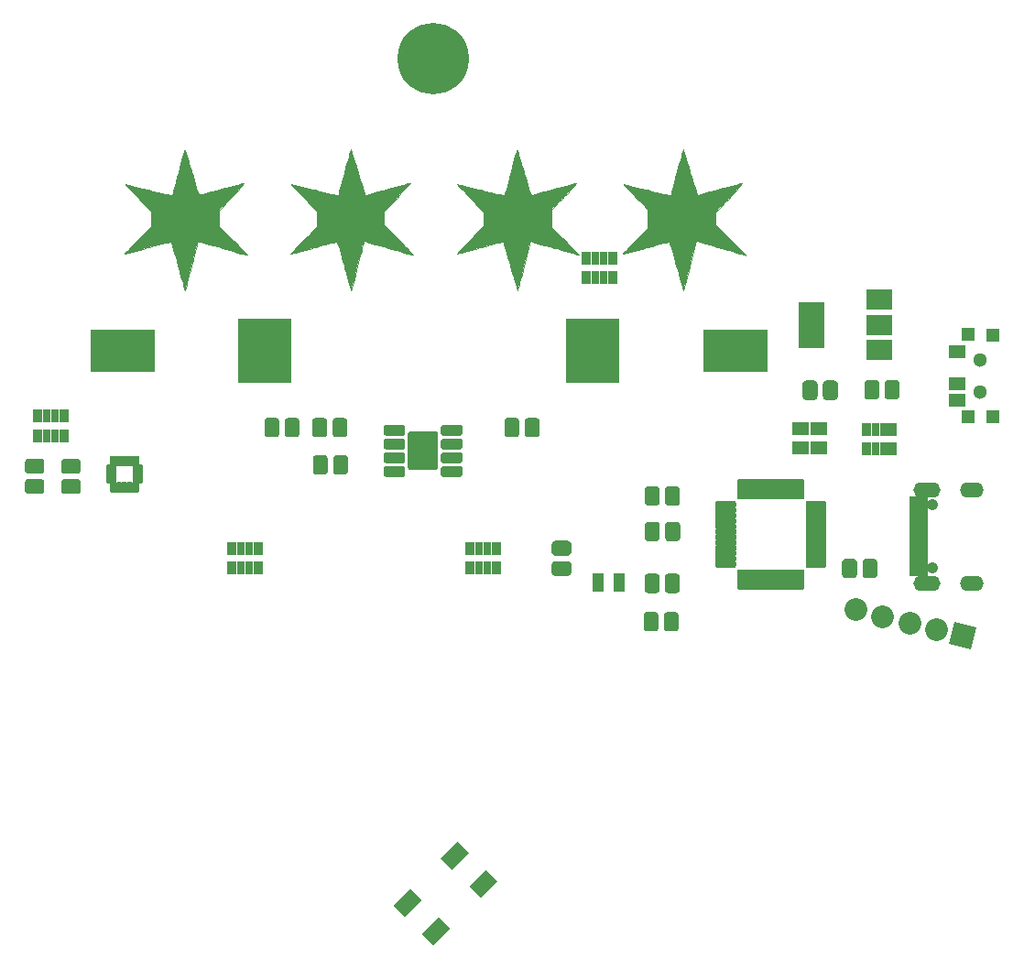
<source format=gbr>
G04 #@! TF.GenerationSoftware,KiCad,Pcbnew,5.1.5*
G04 #@! TF.CreationDate,2020-03-18T22:41:31-05:00*
G04 #@! TF.ProjectId,BlueTeamCon,426c7565-5465-4616-9d43-6f6e2e6b6963,rev?*
G04 #@! TF.SameCoordinates,Original*
G04 #@! TF.FileFunction,Soldermask,Bot*
G04 #@! TF.FilePolarity,Negative*
%FSLAX46Y46*%
G04 Gerber Fmt 4.6, Leading zero omitted, Abs format (unit mm)*
G04 Created by KiCad (PCBNEW 5.1.5) date 2020-03-18 22:41:31*
%MOMM*%
%LPD*%
G04 APERTURE LIST*
%ADD10C,0.010000*%
%ADD11C,6.600000*%
%ADD12R,5.900000X3.900000*%
%ADD13R,4.900000X5.900000*%
%ADD14C,0.100000*%
%ADD15R,0.900000X1.200000*%
%ADD16R,0.800000X1.200000*%
%ADD17O,2.500000X1.400000*%
%ADD18O,2.200000X1.400000*%
%ADD19R,1.800000X0.650000*%
%ADD20C,1.050000*%
%ADD21C,2.100000*%
%ADD22R,1.300000X1.200000*%
%ADD23R,1.650000X1.300000*%
%ADD24C,1.300000*%
%ADD25R,1.100000X1.700000*%
%ADD26R,2.400000X4.200000*%
%ADD27R,2.400000X1.900000*%
%ADD28R,1.600000X3.000000*%
%ADD29C,3.500000*%
G04 APERTURE END LIST*
D10*
G36*
X119212683Y-65860867D02*
G01*
X119251881Y-65963261D01*
X119310401Y-66132802D01*
X119385972Y-66362448D01*
X119476323Y-66645155D01*
X119579182Y-66973882D01*
X119692279Y-67341585D01*
X119813341Y-67741221D01*
X119850388Y-67864665D01*
X119971937Y-68269125D01*
X120086942Y-68649096D01*
X120193003Y-68996835D01*
X120287719Y-69304599D01*
X120368691Y-69564644D01*
X120433517Y-69769227D01*
X120479797Y-69910603D01*
X120505130Y-69981029D01*
X120508412Y-69987306D01*
X120554373Y-69983004D01*
X120673935Y-69957528D01*
X120859274Y-69912908D01*
X121102565Y-69851171D01*
X121395984Y-69774344D01*
X121731706Y-69684456D01*
X122101906Y-69583534D01*
X122498760Y-69473606D01*
X122601935Y-69444755D01*
X123004490Y-69332420D01*
X123382432Y-69227819D01*
X123727916Y-69133063D01*
X124033099Y-69050262D01*
X124290133Y-68981526D01*
X124491176Y-68928967D01*
X124628381Y-68894695D01*
X124693903Y-68880821D01*
X124698151Y-68880782D01*
X124677030Y-68913373D01*
X124603281Y-69002101D01*
X124482065Y-69141222D01*
X124318542Y-69324993D01*
X124117872Y-69547671D01*
X123885216Y-69803513D01*
X123625733Y-70086776D01*
X123344585Y-70391718D01*
X123208260Y-70538921D01*
X121682909Y-72183676D01*
X123348674Y-73849841D01*
X123657826Y-74159847D01*
X123947575Y-74451905D01*
X124212619Y-74720571D01*
X124447661Y-74960401D01*
X124647400Y-75165948D01*
X124806538Y-75331770D01*
X124919774Y-75452421D01*
X124981810Y-75522456D01*
X124992101Y-75538343D01*
X124948462Y-75530994D01*
X124830990Y-75501800D01*
X124647075Y-75452821D01*
X124404104Y-75386119D01*
X124109468Y-75303753D01*
X123770555Y-75207783D01*
X123394755Y-75100270D01*
X122989456Y-74983273D01*
X122712361Y-74902727D01*
X122291563Y-74780829D01*
X121895188Y-74667457D01*
X121530656Y-74564634D01*
X121205386Y-74474383D01*
X120926798Y-74398728D01*
X120702311Y-74339693D01*
X120539344Y-74299301D01*
X120445316Y-74279576D01*
X120424674Y-74278804D01*
X120409037Y-74325176D01*
X120375066Y-74446167D01*
X120324722Y-74634196D01*
X120259965Y-74881685D01*
X120182753Y-75181052D01*
X120095048Y-75524718D01*
X119998810Y-75905104D01*
X119895997Y-76314628D01*
X119832989Y-76567083D01*
X119727624Y-76988941D01*
X119628083Y-77385105D01*
X119536275Y-77748148D01*
X119454107Y-78070641D01*
X119383484Y-78345156D01*
X119326314Y-78564263D01*
X119284504Y-78720536D01*
X119259962Y-78806544D01*
X119254299Y-78821333D01*
X119226966Y-78788499D01*
X119218727Y-78768417D01*
X119204169Y-78718650D01*
X119169028Y-78595008D01*
X119115460Y-78405174D01*
X119045622Y-78156830D01*
X118961672Y-77857655D01*
X118865764Y-77515334D01*
X118760056Y-77137545D01*
X118646704Y-76731973D01*
X118587566Y-76520205D01*
X118471252Y-76104655D01*
X118361313Y-75713965D01*
X118259913Y-75355684D01*
X118169218Y-75037360D01*
X118091390Y-74766544D01*
X118028596Y-74550786D01*
X117982998Y-74397635D01*
X117956763Y-74314640D01*
X117951519Y-74301742D01*
X117907403Y-74308020D01*
X117789306Y-74334666D01*
X117604914Y-74379708D01*
X117361910Y-74441171D01*
X117067980Y-74517081D01*
X116730810Y-74605467D01*
X116358083Y-74704353D01*
X115957484Y-74811766D01*
X115801406Y-74853906D01*
X115392481Y-74964083D01*
X115008697Y-75066643D01*
X114657718Y-75159595D01*
X114347209Y-75240951D01*
X114084833Y-75308722D01*
X113878255Y-75360917D01*
X113735138Y-75395547D01*
X113663146Y-75410623D01*
X113656044Y-75410821D01*
X113681417Y-75378176D01*
X113761137Y-75291239D01*
X113889739Y-75155646D01*
X114061760Y-74977031D01*
X114271736Y-74761029D01*
X114514203Y-74513275D01*
X114783696Y-74239403D01*
X115074752Y-73945048D01*
X115193207Y-73825633D01*
X115491531Y-73524205D01*
X115770545Y-73240429D01*
X116024758Y-72980023D01*
X116248674Y-72748703D01*
X116436800Y-72552186D01*
X116583643Y-72396189D01*
X116683710Y-72286427D01*
X116731506Y-72228618D01*
X116734810Y-72221433D01*
X116703553Y-72184564D01*
X116619006Y-72092651D01*
X116486713Y-71951532D01*
X116312220Y-71767047D01*
X116101070Y-71545035D01*
X115858810Y-71291336D01*
X115590983Y-71011789D01*
X115303135Y-70712234D01*
X115199962Y-70605070D01*
X114908264Y-70301232D01*
X114636414Y-70016124D01*
X114389722Y-69755448D01*
X114173495Y-69524908D01*
X113993042Y-69330208D01*
X113853671Y-69177050D01*
X113760692Y-69071139D01*
X113719412Y-69018178D01*
X113718296Y-69013148D01*
X113765795Y-69020565D01*
X113887609Y-69046703D01*
X114075926Y-69089705D01*
X114322933Y-69147715D01*
X114620819Y-69218874D01*
X114961770Y-69301324D01*
X115337974Y-69393210D01*
X115741620Y-69492673D01*
X115892419Y-69530044D01*
X116303486Y-69631337D01*
X116689555Y-69725050D01*
X117042879Y-69809403D01*
X117355705Y-69882612D01*
X117620286Y-69942894D01*
X117828870Y-69988467D01*
X117973709Y-70017548D01*
X118047052Y-70028356D01*
X118054505Y-70027381D01*
X118070325Y-69981207D01*
X118105433Y-69861034D01*
X118157670Y-69674771D01*
X118224881Y-69430326D01*
X118304908Y-69135607D01*
X118395595Y-68798522D01*
X118494785Y-68426978D01*
X118600322Y-68028884D01*
X118623348Y-67941667D01*
X118730138Y-67538020D01*
X118831128Y-67158469D01*
X118924141Y-66811039D01*
X119007003Y-66503755D01*
X119077537Y-66244645D01*
X119133568Y-66041732D01*
X119172921Y-65903043D01*
X119193419Y-65836603D01*
X119195079Y-65832665D01*
X119212683Y-65860867D01*
G37*
X119212683Y-65860867D02*
X119251881Y-65963261D01*
X119310401Y-66132802D01*
X119385972Y-66362448D01*
X119476323Y-66645155D01*
X119579182Y-66973882D01*
X119692279Y-67341585D01*
X119813341Y-67741221D01*
X119850388Y-67864665D01*
X119971937Y-68269125D01*
X120086942Y-68649096D01*
X120193003Y-68996835D01*
X120287719Y-69304599D01*
X120368691Y-69564644D01*
X120433517Y-69769227D01*
X120479797Y-69910603D01*
X120505130Y-69981029D01*
X120508412Y-69987306D01*
X120554373Y-69983004D01*
X120673935Y-69957528D01*
X120859274Y-69912908D01*
X121102565Y-69851171D01*
X121395984Y-69774344D01*
X121731706Y-69684456D01*
X122101906Y-69583534D01*
X122498760Y-69473606D01*
X122601935Y-69444755D01*
X123004490Y-69332420D01*
X123382432Y-69227819D01*
X123727916Y-69133063D01*
X124033099Y-69050262D01*
X124290133Y-68981526D01*
X124491176Y-68928967D01*
X124628381Y-68894695D01*
X124693903Y-68880821D01*
X124698151Y-68880782D01*
X124677030Y-68913373D01*
X124603281Y-69002101D01*
X124482065Y-69141222D01*
X124318542Y-69324993D01*
X124117872Y-69547671D01*
X123885216Y-69803513D01*
X123625733Y-70086776D01*
X123344585Y-70391718D01*
X123208260Y-70538921D01*
X121682909Y-72183676D01*
X123348674Y-73849841D01*
X123657826Y-74159847D01*
X123947575Y-74451905D01*
X124212619Y-74720571D01*
X124447661Y-74960401D01*
X124647400Y-75165948D01*
X124806538Y-75331770D01*
X124919774Y-75452421D01*
X124981810Y-75522456D01*
X124992101Y-75538343D01*
X124948462Y-75530994D01*
X124830990Y-75501800D01*
X124647075Y-75452821D01*
X124404104Y-75386119D01*
X124109468Y-75303753D01*
X123770555Y-75207783D01*
X123394755Y-75100270D01*
X122989456Y-74983273D01*
X122712361Y-74902727D01*
X122291563Y-74780829D01*
X121895188Y-74667457D01*
X121530656Y-74564634D01*
X121205386Y-74474383D01*
X120926798Y-74398728D01*
X120702311Y-74339693D01*
X120539344Y-74299301D01*
X120445316Y-74279576D01*
X120424674Y-74278804D01*
X120409037Y-74325176D01*
X120375066Y-74446167D01*
X120324722Y-74634196D01*
X120259965Y-74881685D01*
X120182753Y-75181052D01*
X120095048Y-75524718D01*
X119998810Y-75905104D01*
X119895997Y-76314628D01*
X119832989Y-76567083D01*
X119727624Y-76988941D01*
X119628083Y-77385105D01*
X119536275Y-77748148D01*
X119454107Y-78070641D01*
X119383484Y-78345156D01*
X119326314Y-78564263D01*
X119284504Y-78720536D01*
X119259962Y-78806544D01*
X119254299Y-78821333D01*
X119226966Y-78788499D01*
X119218727Y-78768417D01*
X119204169Y-78718650D01*
X119169028Y-78595008D01*
X119115460Y-78405174D01*
X119045622Y-78156830D01*
X118961672Y-77857655D01*
X118865764Y-77515334D01*
X118760056Y-77137545D01*
X118646704Y-76731973D01*
X118587566Y-76520205D01*
X118471252Y-76104655D01*
X118361313Y-75713965D01*
X118259913Y-75355684D01*
X118169218Y-75037360D01*
X118091390Y-74766544D01*
X118028596Y-74550786D01*
X117982998Y-74397635D01*
X117956763Y-74314640D01*
X117951519Y-74301742D01*
X117907403Y-74308020D01*
X117789306Y-74334666D01*
X117604914Y-74379708D01*
X117361910Y-74441171D01*
X117067980Y-74517081D01*
X116730810Y-74605467D01*
X116358083Y-74704353D01*
X115957484Y-74811766D01*
X115801406Y-74853906D01*
X115392481Y-74964083D01*
X115008697Y-75066643D01*
X114657718Y-75159595D01*
X114347209Y-75240951D01*
X114084833Y-75308722D01*
X113878255Y-75360917D01*
X113735138Y-75395547D01*
X113663146Y-75410623D01*
X113656044Y-75410821D01*
X113681417Y-75378176D01*
X113761137Y-75291239D01*
X113889739Y-75155646D01*
X114061760Y-74977031D01*
X114271736Y-74761029D01*
X114514203Y-74513275D01*
X114783696Y-74239403D01*
X115074752Y-73945048D01*
X115193207Y-73825633D01*
X115491531Y-73524205D01*
X115770545Y-73240429D01*
X116024758Y-72980023D01*
X116248674Y-72748703D01*
X116436800Y-72552186D01*
X116583643Y-72396189D01*
X116683710Y-72286427D01*
X116731506Y-72228618D01*
X116734810Y-72221433D01*
X116703553Y-72184564D01*
X116619006Y-72092651D01*
X116486713Y-71951532D01*
X116312220Y-71767047D01*
X116101070Y-71545035D01*
X115858810Y-71291336D01*
X115590983Y-71011789D01*
X115303135Y-70712234D01*
X115199962Y-70605070D01*
X114908264Y-70301232D01*
X114636414Y-70016124D01*
X114389722Y-69755448D01*
X114173495Y-69524908D01*
X113993042Y-69330208D01*
X113853671Y-69177050D01*
X113760692Y-69071139D01*
X113719412Y-69018178D01*
X113718296Y-69013148D01*
X113765795Y-69020565D01*
X113887609Y-69046703D01*
X114075926Y-69089705D01*
X114322933Y-69147715D01*
X114620819Y-69218874D01*
X114961770Y-69301324D01*
X115337974Y-69393210D01*
X115741620Y-69492673D01*
X115892419Y-69530044D01*
X116303486Y-69631337D01*
X116689555Y-69725050D01*
X117042879Y-69809403D01*
X117355705Y-69882612D01*
X117620286Y-69942894D01*
X117828870Y-69988467D01*
X117973709Y-70017548D01*
X118047052Y-70028356D01*
X118054505Y-70027381D01*
X118070325Y-69981207D01*
X118105433Y-69861034D01*
X118157670Y-69674771D01*
X118224881Y-69430326D01*
X118304908Y-69135607D01*
X118395595Y-68798522D01*
X118494785Y-68426978D01*
X118600322Y-68028884D01*
X118623348Y-67941667D01*
X118730138Y-67538020D01*
X118831128Y-67158469D01*
X118924141Y-66811039D01*
X119007003Y-66503755D01*
X119077537Y-66244645D01*
X119133568Y-66041732D01*
X119172921Y-65903043D01*
X119193419Y-65836603D01*
X119195079Y-65832665D01*
X119212683Y-65860867D01*
G36*
X134577684Y-65848875D02*
G01*
X134616199Y-65956033D01*
X134674041Y-66129615D01*
X134748871Y-66362237D01*
X134838352Y-66646515D01*
X134940147Y-66975065D01*
X135051918Y-67340502D01*
X135171328Y-67735441D01*
X135220832Y-67900444D01*
X135342968Y-68306330D01*
X135458626Y-68686646D01*
X135565432Y-69033864D01*
X135661012Y-69340453D01*
X135742991Y-69598887D01*
X135808996Y-69801637D01*
X135856653Y-69941174D01*
X135883588Y-70009969D01*
X135887948Y-70016000D01*
X135934166Y-70004911D01*
X136054042Y-69973088D01*
X136239723Y-69922692D01*
X136483356Y-69855885D01*
X136777088Y-69774831D01*
X137113065Y-69681691D01*
X137483434Y-69578629D01*
X137880342Y-69467806D01*
X137976888Y-69440794D01*
X138378346Y-69328988D01*
X138754761Y-69225231D01*
X139098345Y-69131594D01*
X139401307Y-69050149D01*
X139655856Y-68982970D01*
X139854203Y-68932127D01*
X139988555Y-68899693D01*
X140051124Y-68887741D01*
X140054607Y-68888163D01*
X140030577Y-68921729D01*
X139955330Y-69010344D01*
X139835254Y-69147011D01*
X139676741Y-69324733D01*
X139486179Y-69536511D01*
X139269958Y-69775347D01*
X139034468Y-70034245D01*
X138786099Y-70306206D01*
X138531239Y-70584232D01*
X138276279Y-70861326D01*
X138027609Y-71130490D01*
X137791617Y-71384726D01*
X137574694Y-71617036D01*
X137383229Y-71820424D01*
X137236367Y-71974617D01*
X137042636Y-72176401D01*
X138712037Y-73846203D01*
X139021530Y-74156563D01*
X139311613Y-74448993D01*
X139576992Y-74718053D01*
X139812376Y-74958304D01*
X140012472Y-75164306D01*
X140171988Y-75330618D01*
X140285632Y-75451802D01*
X140348111Y-75522416D01*
X140358682Y-75538762D01*
X140314970Y-75531491D01*
X140197392Y-75502394D01*
X140013314Y-75453521D01*
X139770101Y-75386921D01*
X139475119Y-75304643D01*
X139135731Y-75208738D01*
X138759305Y-75101253D01*
X138353204Y-74984239D01*
X138062467Y-74899866D01*
X137640630Y-74777444D01*
X137243724Y-74662931D01*
X136879074Y-74558393D01*
X136554011Y-74465901D01*
X136275860Y-74387521D01*
X136051949Y-74325323D01*
X135889607Y-74281375D01*
X135796160Y-74257745D01*
X135775691Y-74254356D01*
X135763263Y-74297277D01*
X135732313Y-74414922D01*
X135684727Y-74599847D01*
X135622390Y-74844605D01*
X135547190Y-75141750D01*
X135461012Y-75483838D01*
X135365741Y-75863423D01*
X135263265Y-76273058D01*
X135192833Y-76555326D01*
X135086702Y-76978643D01*
X134986124Y-77375081D01*
X134893010Y-77737434D01*
X134809267Y-78058496D01*
X134736805Y-78331060D01*
X134677534Y-78547921D01*
X134633362Y-78701872D01*
X134606198Y-78785707D01*
X134598419Y-78798992D01*
X134582628Y-78751540D01*
X134546291Y-78630104D01*
X134491573Y-78442264D01*
X134420639Y-78195601D01*
X134335655Y-77897694D01*
X134238787Y-77556123D01*
X134132201Y-77178469D01*
X134018061Y-76772311D01*
X133951717Y-76535473D01*
X133834551Y-76117560D01*
X133723935Y-75724615D01*
X133622006Y-75364116D01*
X133530898Y-75043540D01*
X133452747Y-74770362D01*
X133389689Y-74552060D01*
X133343859Y-74396111D01*
X133317393Y-74309990D01*
X133311792Y-74295014D01*
X133268663Y-74302258D01*
X133151515Y-74329794D01*
X132968010Y-74375631D01*
X132725813Y-74437781D01*
X132432585Y-74514252D01*
X132095991Y-74603057D01*
X131723693Y-74702204D01*
X131323353Y-74809705D01*
X131166763Y-74851981D01*
X130757804Y-74962102D01*
X130373961Y-75064589D01*
X130022902Y-75157456D01*
X129712294Y-75238714D01*
X129449805Y-75306378D01*
X129243105Y-75358460D01*
X129099861Y-75392974D01*
X129027741Y-75407931D01*
X129020592Y-75408088D01*
X129044694Y-75374679D01*
X129121898Y-75288365D01*
X129245501Y-75156178D01*
X129408805Y-74985147D01*
X129605108Y-74782302D01*
X129827709Y-74554674D01*
X130015576Y-74364147D01*
X130287332Y-74089331D01*
X130567818Y-73805369D01*
X130844285Y-73525190D01*
X131103984Y-73261721D01*
X131334170Y-73027890D01*
X131522094Y-72836626D01*
X131576881Y-72780747D01*
X132123962Y-72222328D01*
X131050055Y-71108580D01*
X130779727Y-70828470D01*
X130506487Y-70545797D01*
X130241186Y-70271751D01*
X129994672Y-70017524D01*
X129777793Y-69794307D01*
X129601399Y-69613291D01*
X129510098Y-69520004D01*
X129352863Y-69356871D01*
X129221385Y-69214809D01*
X129125158Y-69104541D01*
X129073676Y-69036790D01*
X129068267Y-69020955D01*
X129112809Y-69026166D01*
X129231776Y-69050117D01*
X129417454Y-69091013D01*
X129662129Y-69147055D01*
X129958088Y-69216445D01*
X130297618Y-69297387D01*
X130673005Y-69388083D01*
X131076536Y-69486735D01*
X131242667Y-69527667D01*
X131654971Y-69629090D01*
X132041942Y-69723538D01*
X132395902Y-69809188D01*
X132709169Y-69884218D01*
X132974063Y-69946803D01*
X133182905Y-69995122D01*
X133328014Y-70027351D01*
X133401710Y-70041668D01*
X133409470Y-70041974D01*
X133423226Y-69999027D01*
X133456481Y-69881966D01*
X133507135Y-69698542D01*
X133573087Y-69456508D01*
X133652238Y-69163614D01*
X133742487Y-68827613D01*
X133841734Y-68456255D01*
X133947879Y-68057293D01*
X133980123Y-67935759D01*
X134088177Y-67529555D01*
X134190296Y-67148224D01*
X134284340Y-66799588D01*
X134368165Y-66491470D01*
X134439628Y-66231693D01*
X134496588Y-66028079D01*
X134536901Y-65888451D01*
X134558425Y-65820631D01*
X134560833Y-65815527D01*
X134577684Y-65848875D01*
G37*
X134577684Y-65848875D02*
X134616199Y-65956033D01*
X134674041Y-66129615D01*
X134748871Y-66362237D01*
X134838352Y-66646515D01*
X134940147Y-66975065D01*
X135051918Y-67340502D01*
X135171328Y-67735441D01*
X135220832Y-67900444D01*
X135342968Y-68306330D01*
X135458626Y-68686646D01*
X135565432Y-69033864D01*
X135661012Y-69340453D01*
X135742991Y-69598887D01*
X135808996Y-69801637D01*
X135856653Y-69941174D01*
X135883588Y-70009969D01*
X135887948Y-70016000D01*
X135934166Y-70004911D01*
X136054042Y-69973088D01*
X136239723Y-69922692D01*
X136483356Y-69855885D01*
X136777088Y-69774831D01*
X137113065Y-69681691D01*
X137483434Y-69578629D01*
X137880342Y-69467806D01*
X137976888Y-69440794D01*
X138378346Y-69328988D01*
X138754761Y-69225231D01*
X139098345Y-69131594D01*
X139401307Y-69050149D01*
X139655856Y-68982970D01*
X139854203Y-68932127D01*
X139988555Y-68899693D01*
X140051124Y-68887741D01*
X140054607Y-68888163D01*
X140030577Y-68921729D01*
X139955330Y-69010344D01*
X139835254Y-69147011D01*
X139676741Y-69324733D01*
X139486179Y-69536511D01*
X139269958Y-69775347D01*
X139034468Y-70034245D01*
X138786099Y-70306206D01*
X138531239Y-70584232D01*
X138276279Y-70861326D01*
X138027609Y-71130490D01*
X137791617Y-71384726D01*
X137574694Y-71617036D01*
X137383229Y-71820424D01*
X137236367Y-71974617D01*
X137042636Y-72176401D01*
X138712037Y-73846203D01*
X139021530Y-74156563D01*
X139311613Y-74448993D01*
X139576992Y-74718053D01*
X139812376Y-74958304D01*
X140012472Y-75164306D01*
X140171988Y-75330618D01*
X140285632Y-75451802D01*
X140348111Y-75522416D01*
X140358682Y-75538762D01*
X140314970Y-75531491D01*
X140197392Y-75502394D01*
X140013314Y-75453521D01*
X139770101Y-75386921D01*
X139475119Y-75304643D01*
X139135731Y-75208738D01*
X138759305Y-75101253D01*
X138353204Y-74984239D01*
X138062467Y-74899866D01*
X137640630Y-74777444D01*
X137243724Y-74662931D01*
X136879074Y-74558393D01*
X136554011Y-74465901D01*
X136275860Y-74387521D01*
X136051949Y-74325323D01*
X135889607Y-74281375D01*
X135796160Y-74257745D01*
X135775691Y-74254356D01*
X135763263Y-74297277D01*
X135732313Y-74414922D01*
X135684727Y-74599847D01*
X135622390Y-74844605D01*
X135547190Y-75141750D01*
X135461012Y-75483838D01*
X135365741Y-75863423D01*
X135263265Y-76273058D01*
X135192833Y-76555326D01*
X135086702Y-76978643D01*
X134986124Y-77375081D01*
X134893010Y-77737434D01*
X134809267Y-78058496D01*
X134736805Y-78331060D01*
X134677534Y-78547921D01*
X134633362Y-78701872D01*
X134606198Y-78785707D01*
X134598419Y-78798992D01*
X134582628Y-78751540D01*
X134546291Y-78630104D01*
X134491573Y-78442264D01*
X134420639Y-78195601D01*
X134335655Y-77897694D01*
X134238787Y-77556123D01*
X134132201Y-77178469D01*
X134018061Y-76772311D01*
X133951717Y-76535473D01*
X133834551Y-76117560D01*
X133723935Y-75724615D01*
X133622006Y-75364116D01*
X133530898Y-75043540D01*
X133452747Y-74770362D01*
X133389689Y-74552060D01*
X133343859Y-74396111D01*
X133317393Y-74309990D01*
X133311792Y-74295014D01*
X133268663Y-74302258D01*
X133151515Y-74329794D01*
X132968010Y-74375631D01*
X132725813Y-74437781D01*
X132432585Y-74514252D01*
X132095991Y-74603057D01*
X131723693Y-74702204D01*
X131323353Y-74809705D01*
X131166763Y-74851981D01*
X130757804Y-74962102D01*
X130373961Y-75064589D01*
X130022902Y-75157456D01*
X129712294Y-75238714D01*
X129449805Y-75306378D01*
X129243105Y-75358460D01*
X129099861Y-75392974D01*
X129027741Y-75407931D01*
X129020592Y-75408088D01*
X129044694Y-75374679D01*
X129121898Y-75288365D01*
X129245501Y-75156178D01*
X129408805Y-74985147D01*
X129605108Y-74782302D01*
X129827709Y-74554674D01*
X130015576Y-74364147D01*
X130287332Y-74089331D01*
X130567818Y-73805369D01*
X130844285Y-73525190D01*
X131103984Y-73261721D01*
X131334170Y-73027890D01*
X131522094Y-72836626D01*
X131576881Y-72780747D01*
X132123962Y-72222328D01*
X131050055Y-71108580D01*
X130779727Y-70828470D01*
X130506487Y-70545797D01*
X130241186Y-70271751D01*
X129994672Y-70017524D01*
X129777793Y-69794307D01*
X129601399Y-69613291D01*
X129510098Y-69520004D01*
X129352863Y-69356871D01*
X129221385Y-69214809D01*
X129125158Y-69104541D01*
X129073676Y-69036790D01*
X129068267Y-69020955D01*
X129112809Y-69026166D01*
X129231776Y-69050117D01*
X129417454Y-69091013D01*
X129662129Y-69147055D01*
X129958088Y-69216445D01*
X130297618Y-69297387D01*
X130673005Y-69388083D01*
X131076536Y-69486735D01*
X131242667Y-69527667D01*
X131654971Y-69629090D01*
X132041942Y-69723538D01*
X132395902Y-69809188D01*
X132709169Y-69884218D01*
X132974063Y-69946803D01*
X133182905Y-69995122D01*
X133328014Y-70027351D01*
X133401710Y-70041668D01*
X133409470Y-70041974D01*
X133423226Y-69999027D01*
X133456481Y-69881966D01*
X133507135Y-69698542D01*
X133573087Y-69456508D01*
X133652238Y-69163614D01*
X133742487Y-68827613D01*
X133841734Y-68456255D01*
X133947879Y-68057293D01*
X133980123Y-67935759D01*
X134088177Y-67529555D01*
X134190296Y-67148224D01*
X134284340Y-66799588D01*
X134368165Y-66491470D01*
X134439628Y-66231693D01*
X134496588Y-66028079D01*
X134536901Y-65888451D01*
X134558425Y-65820631D01*
X134560833Y-65815527D01*
X134577684Y-65848875D01*
G36*
X149960917Y-65862962D02*
G01*
X149962845Y-65867333D01*
X149982773Y-65927941D01*
X150024409Y-66061441D01*
X150085251Y-66259593D01*
X150162797Y-66514156D01*
X150254545Y-66816892D01*
X150357993Y-67159561D01*
X150470639Y-67533922D01*
X150589981Y-67931736D01*
X150608803Y-67994583D01*
X150728168Y-68391080D01*
X150841038Y-68761832D01*
X150944980Y-69099138D01*
X151037560Y-69395296D01*
X151116346Y-69642603D01*
X151178904Y-69833358D01*
X151222801Y-69959859D01*
X151245603Y-70014403D01*
X151247411Y-70016000D01*
X151293554Y-70004889D01*
X151413319Y-69973007D01*
X151598830Y-69922526D01*
X151842209Y-69855622D01*
X152135581Y-69774468D01*
X152471069Y-69681238D01*
X152840797Y-69578106D01*
X153236888Y-69467246D01*
X153322330Y-69443285D01*
X153723153Y-69331328D01*
X154099518Y-69227140D01*
X154443516Y-69132845D01*
X154747239Y-69050567D01*
X155002777Y-68982428D01*
X155202223Y-68930553D01*
X155337667Y-68897065D01*
X155401200Y-68884087D01*
X155404647Y-68884160D01*
X155384550Y-68916793D01*
X155311805Y-69005577D01*
X155191543Y-69144773D01*
X155028894Y-69328645D01*
X154828990Y-69551455D01*
X154596960Y-69807468D01*
X154337937Y-70090944D01*
X154057051Y-70396148D01*
X153917561Y-70546958D01*
X152389706Y-72196167D01*
X154070936Y-73884008D01*
X154379178Y-74194563D01*
X154666234Y-74485918D01*
X154927093Y-74752839D01*
X155156744Y-74990095D01*
X155350178Y-75192452D01*
X155502381Y-75354679D01*
X155608344Y-75471542D01*
X155663056Y-75537809D01*
X155667500Y-75551172D01*
X155611794Y-75535697D01*
X155482561Y-75498755D01*
X155287551Y-75442593D01*
X155034514Y-75369455D01*
X154731203Y-75281585D01*
X154385368Y-75181227D01*
X154004761Y-75070626D01*
X153597131Y-74952027D01*
X153368367Y-74885408D01*
X152952234Y-74764517D01*
X152561157Y-74651545D01*
X152202556Y-74548593D01*
X151883850Y-74457759D01*
X151612460Y-74381142D01*
X151395804Y-74320843D01*
X151241301Y-74278961D01*
X151156372Y-74257595D01*
X151141929Y-74255411D01*
X151129724Y-74298142D01*
X151098980Y-74415527D01*
X151051600Y-74600055D01*
X150989484Y-74844219D01*
X150914534Y-75140509D01*
X150828651Y-75481415D01*
X150733738Y-75859429D01*
X150631695Y-76267042D01*
X150569966Y-76514167D01*
X150464233Y-76936191D01*
X150363930Y-77333454D01*
X150271025Y-77698372D01*
X150187484Y-78023360D01*
X150115277Y-78300834D01*
X150056371Y-78523209D01*
X150012734Y-78682901D01*
X149986333Y-78772327D01*
X149979740Y-78788963D01*
X149963085Y-78755280D01*
X149926056Y-78647179D01*
X149870793Y-78471862D01*
X149799434Y-78236529D01*
X149714120Y-77948382D01*
X149616989Y-77614622D01*
X149510181Y-77242450D01*
X149395835Y-76839068D01*
X149316338Y-76555880D01*
X149197751Y-76134482D01*
X149084888Y-75738563D01*
X148979938Y-75375459D01*
X148885092Y-75052505D01*
X148802538Y-74777037D01*
X148734468Y-74556390D01*
X148683069Y-74397899D01*
X148650532Y-74308901D01*
X148640501Y-74291791D01*
X148592503Y-74302557D01*
X148470604Y-74333424D01*
X148282615Y-74382324D01*
X148036345Y-74447189D01*
X147739608Y-74525950D01*
X147400212Y-74616538D01*
X147025970Y-74716886D01*
X146624692Y-74824924D01*
X146484240Y-74862837D01*
X146076877Y-74972626D01*
X145694943Y-75075083D01*
X145346092Y-75168186D01*
X145037979Y-75249918D01*
X144778259Y-75318256D01*
X144574585Y-75371183D01*
X144434612Y-75406677D01*
X144365995Y-75422718D01*
X144360247Y-75423358D01*
X144386995Y-75392079D01*
X144467686Y-75306046D01*
X144596894Y-75170869D01*
X144769190Y-74992154D01*
X144979147Y-74775510D01*
X145221336Y-74526543D01*
X145490329Y-74250864D01*
X145780700Y-73954078D01*
X145913399Y-73818697D01*
X147476951Y-72224436D01*
X146284823Y-70982635D01*
X146010044Y-70696582D01*
X145740011Y-70415798D01*
X145483448Y-70149331D01*
X145249079Y-69906229D01*
X145045628Y-69695540D01*
X144881818Y-69526311D01*
X144766374Y-69407590D01*
X144751992Y-69392883D01*
X144619738Y-69254034D01*
X144515555Y-69137354D01*
X144450344Y-69055574D01*
X144434328Y-69021894D01*
X144478645Y-69027313D01*
X144597403Y-69051426D01*
X144782895Y-69092435D01*
X145027412Y-69148541D01*
X145323246Y-69217947D01*
X145662690Y-69298855D01*
X146038035Y-69389467D01*
X146441573Y-69487985D01*
X146608333Y-69529000D01*
X147020550Y-69630344D01*
X147407249Y-69724922D01*
X147760777Y-69810896D01*
X148073478Y-69886428D01*
X148337695Y-69949679D01*
X148545775Y-69998812D01*
X148690062Y-70031989D01*
X148762900Y-70047371D01*
X148770319Y-70048125D01*
X148783022Y-70006319D01*
X148815424Y-69890321D01*
X148865459Y-69707759D01*
X148931064Y-69466261D01*
X149010175Y-69173459D01*
X149100727Y-68836980D01*
X149200655Y-68464454D01*
X149307897Y-68063510D01*
X149351733Y-67899302D01*
X149480392Y-67418502D01*
X149589540Y-67014117D01*
X149680848Y-66680589D01*
X149755989Y-66412359D01*
X149816632Y-66203869D01*
X149864451Y-66049559D01*
X149901118Y-65943873D01*
X149928303Y-65881250D01*
X149947679Y-65856133D01*
X149960917Y-65862962D01*
G37*
X149960917Y-65862962D02*
X149962845Y-65867333D01*
X149982773Y-65927941D01*
X150024409Y-66061441D01*
X150085251Y-66259593D01*
X150162797Y-66514156D01*
X150254545Y-66816892D01*
X150357993Y-67159561D01*
X150470639Y-67533922D01*
X150589981Y-67931736D01*
X150608803Y-67994583D01*
X150728168Y-68391080D01*
X150841038Y-68761832D01*
X150944980Y-69099138D01*
X151037560Y-69395296D01*
X151116346Y-69642603D01*
X151178904Y-69833358D01*
X151222801Y-69959859D01*
X151245603Y-70014403D01*
X151247411Y-70016000D01*
X151293554Y-70004889D01*
X151413319Y-69973007D01*
X151598830Y-69922526D01*
X151842209Y-69855622D01*
X152135581Y-69774468D01*
X152471069Y-69681238D01*
X152840797Y-69578106D01*
X153236888Y-69467246D01*
X153322330Y-69443285D01*
X153723153Y-69331328D01*
X154099518Y-69227140D01*
X154443516Y-69132845D01*
X154747239Y-69050567D01*
X155002777Y-68982428D01*
X155202223Y-68930553D01*
X155337667Y-68897065D01*
X155401200Y-68884087D01*
X155404647Y-68884160D01*
X155384550Y-68916793D01*
X155311805Y-69005577D01*
X155191543Y-69144773D01*
X155028894Y-69328645D01*
X154828990Y-69551455D01*
X154596960Y-69807468D01*
X154337937Y-70090944D01*
X154057051Y-70396148D01*
X153917561Y-70546958D01*
X152389706Y-72196167D01*
X154070936Y-73884008D01*
X154379178Y-74194563D01*
X154666234Y-74485918D01*
X154927093Y-74752839D01*
X155156744Y-74990095D01*
X155350178Y-75192452D01*
X155502381Y-75354679D01*
X155608344Y-75471542D01*
X155663056Y-75537809D01*
X155667500Y-75551172D01*
X155611794Y-75535697D01*
X155482561Y-75498755D01*
X155287551Y-75442593D01*
X155034514Y-75369455D01*
X154731203Y-75281585D01*
X154385368Y-75181227D01*
X154004761Y-75070626D01*
X153597131Y-74952027D01*
X153368367Y-74885408D01*
X152952234Y-74764517D01*
X152561157Y-74651545D01*
X152202556Y-74548593D01*
X151883850Y-74457759D01*
X151612460Y-74381142D01*
X151395804Y-74320843D01*
X151241301Y-74278961D01*
X151156372Y-74257595D01*
X151141929Y-74255411D01*
X151129724Y-74298142D01*
X151098980Y-74415527D01*
X151051600Y-74600055D01*
X150989484Y-74844219D01*
X150914534Y-75140509D01*
X150828651Y-75481415D01*
X150733738Y-75859429D01*
X150631695Y-76267042D01*
X150569966Y-76514167D01*
X150464233Y-76936191D01*
X150363930Y-77333454D01*
X150271025Y-77698372D01*
X150187484Y-78023360D01*
X150115277Y-78300834D01*
X150056371Y-78523209D01*
X150012734Y-78682901D01*
X149986333Y-78772327D01*
X149979740Y-78788963D01*
X149963085Y-78755280D01*
X149926056Y-78647179D01*
X149870793Y-78471862D01*
X149799434Y-78236529D01*
X149714120Y-77948382D01*
X149616989Y-77614622D01*
X149510181Y-77242450D01*
X149395835Y-76839068D01*
X149316338Y-76555880D01*
X149197751Y-76134482D01*
X149084888Y-75738563D01*
X148979938Y-75375459D01*
X148885092Y-75052505D01*
X148802538Y-74777037D01*
X148734468Y-74556390D01*
X148683069Y-74397899D01*
X148650532Y-74308901D01*
X148640501Y-74291791D01*
X148592503Y-74302557D01*
X148470604Y-74333424D01*
X148282615Y-74382324D01*
X148036345Y-74447189D01*
X147739608Y-74525950D01*
X147400212Y-74616538D01*
X147025970Y-74716886D01*
X146624692Y-74824924D01*
X146484240Y-74862837D01*
X146076877Y-74972626D01*
X145694943Y-75075083D01*
X145346092Y-75168186D01*
X145037979Y-75249918D01*
X144778259Y-75318256D01*
X144574585Y-75371183D01*
X144434612Y-75406677D01*
X144365995Y-75422718D01*
X144360247Y-75423358D01*
X144386995Y-75392079D01*
X144467686Y-75306046D01*
X144596894Y-75170869D01*
X144769190Y-74992154D01*
X144979147Y-74775510D01*
X145221336Y-74526543D01*
X145490329Y-74250864D01*
X145780700Y-73954078D01*
X145913399Y-73818697D01*
X147476951Y-72224436D01*
X146284823Y-70982635D01*
X146010044Y-70696582D01*
X145740011Y-70415798D01*
X145483448Y-70149331D01*
X145249079Y-69906229D01*
X145045628Y-69695540D01*
X144881818Y-69526311D01*
X144766374Y-69407590D01*
X144751992Y-69392883D01*
X144619738Y-69254034D01*
X144515555Y-69137354D01*
X144450344Y-69055574D01*
X144434328Y-69021894D01*
X144478645Y-69027313D01*
X144597403Y-69051426D01*
X144782895Y-69092435D01*
X145027412Y-69148541D01*
X145323246Y-69217947D01*
X145662690Y-69298855D01*
X146038035Y-69389467D01*
X146441573Y-69487985D01*
X146608333Y-69529000D01*
X147020550Y-69630344D01*
X147407249Y-69724922D01*
X147760777Y-69810896D01*
X148073478Y-69886428D01*
X148337695Y-69949679D01*
X148545775Y-69998812D01*
X148690062Y-70031989D01*
X148762900Y-70047371D01*
X148770319Y-70048125D01*
X148783022Y-70006319D01*
X148815424Y-69890321D01*
X148865459Y-69707759D01*
X148931064Y-69466261D01*
X149010175Y-69173459D01*
X149100727Y-68836980D01*
X149200655Y-68464454D01*
X149307897Y-68063510D01*
X149351733Y-67899302D01*
X149480392Y-67418502D01*
X149589540Y-67014117D01*
X149680848Y-66680589D01*
X149755989Y-66412359D01*
X149816632Y-66203869D01*
X149864451Y-66049559D01*
X149901118Y-65943873D01*
X149928303Y-65881250D01*
X149947679Y-65856133D01*
X149960917Y-65862962D01*
G36*
X165309992Y-65850127D02*
G01*
X165348075Y-65967392D01*
X165405616Y-66150385D01*
X165480247Y-66391401D01*
X165569596Y-66682737D01*
X165671295Y-67016689D01*
X165782974Y-67385552D01*
X165902262Y-67781623D01*
X165939427Y-67905427D01*
X166060520Y-68308153D01*
X166174681Y-68685964D01*
X166279545Y-69031160D01*
X166372747Y-69336045D01*
X166451922Y-69592918D01*
X166514704Y-69794083D01*
X166558728Y-69931841D01*
X166581630Y-69998493D01*
X166584039Y-70003483D01*
X166627833Y-69996646D01*
X166745311Y-69968795D01*
X166928697Y-69922007D01*
X167170219Y-69858357D01*
X167462101Y-69779922D01*
X167796570Y-69688776D01*
X168165851Y-69586997D01*
X168562170Y-69476659D01*
X168666702Y-69447381D01*
X169069400Y-69334916D01*
X169447610Y-69230182D01*
X169793472Y-69135295D01*
X170099121Y-69052370D01*
X170356697Y-68983522D01*
X170558335Y-68930864D01*
X170696174Y-68896512D01*
X170762352Y-68882581D01*
X170766754Y-68882529D01*
X170746375Y-68915080D01*
X170673391Y-69003815D01*
X170552937Y-69142997D01*
X170390148Y-69326885D01*
X170190157Y-69549740D01*
X169958100Y-69805823D01*
X169699110Y-70089395D01*
X169418324Y-70394717D01*
X169279296Y-70545168D01*
X167752630Y-72194738D01*
X169435700Y-73878202D01*
X169746006Y-74189141D01*
X170036661Y-74481475D01*
X170302441Y-74749876D01*
X170538123Y-74989017D01*
X170738482Y-75193570D01*
X170898295Y-75358206D01*
X171012339Y-75477599D01*
X171075389Y-75546420D01*
X171086264Y-75561667D01*
X171040570Y-75550159D01*
X170921196Y-75517089D01*
X170735730Y-75464632D01*
X170491762Y-75394967D01*
X170196881Y-75310269D01*
X169858677Y-75212716D01*
X169484739Y-75104486D01*
X169082657Y-74987754D01*
X168881230Y-74929151D01*
X168465381Y-74808158D01*
X168071699Y-74693765D01*
X167708122Y-74588270D01*
X167382584Y-74493967D01*
X167103023Y-74413151D01*
X166877374Y-74348119D01*
X166713574Y-74301167D01*
X166619559Y-74274589D01*
X166602162Y-74269895D01*
X166495621Y-74243155D01*
X165933449Y-76500494D01*
X165797779Y-77043272D01*
X165680704Y-77507155D01*
X165581267Y-77895628D01*
X165498510Y-78212173D01*
X165431476Y-78460273D01*
X165379205Y-78643412D01*
X165340741Y-78765074D01*
X165315126Y-78828742D01*
X165301401Y-78837899D01*
X165298333Y-78810188D01*
X165287135Y-78758907D01*
X165255251Y-78635913D01*
X165205250Y-78450279D01*
X165139698Y-78211079D01*
X165061163Y-77927383D01*
X164972211Y-77608264D01*
X164875411Y-77262796D01*
X164773329Y-76900049D01*
X164668534Y-76529097D01*
X164563591Y-76159012D01*
X164461069Y-75798866D01*
X164363534Y-75457732D01*
X164273555Y-75144682D01*
X164193697Y-74868788D01*
X164126529Y-74639123D01*
X164074618Y-74464759D01*
X164040532Y-74354769D01*
X164027238Y-74318339D01*
X163980739Y-74321884D01*
X163860067Y-74346098D01*
X163672666Y-74389129D01*
X163425979Y-74449122D01*
X163127448Y-74524224D01*
X162784518Y-74612582D01*
X162404631Y-74712341D01*
X161995231Y-74821650D01*
X161864491Y-74856913D01*
X161455514Y-74967111D01*
X161071766Y-75069792D01*
X160720897Y-75162957D01*
X160410556Y-75244611D01*
X160148394Y-75312757D01*
X159942062Y-75365396D01*
X159799209Y-75400533D01*
X159727486Y-75416170D01*
X159720472Y-75416584D01*
X159746324Y-75384408D01*
X159826410Y-75297779D01*
X159955292Y-75162307D01*
X160127531Y-74983600D01*
X160337689Y-74767269D01*
X160580328Y-74518921D01*
X160850007Y-74244168D01*
X161141289Y-73948619D01*
X161271615Y-73816751D01*
X162838488Y-72232648D01*
X161297216Y-70626907D01*
X161003565Y-70320155D01*
X160729426Y-70032199D01*
X160480088Y-69768705D01*
X160260842Y-69535341D01*
X160076976Y-69337772D01*
X159933781Y-69181664D01*
X159836544Y-69072685D01*
X159790556Y-69016500D01*
X159787860Y-69009981D01*
X159833923Y-69017694D01*
X159954399Y-69043997D01*
X160141539Y-69087046D01*
X160387595Y-69144997D01*
X160684815Y-69216006D01*
X161025451Y-69298227D01*
X161401754Y-69389817D01*
X161805973Y-69488930D01*
X161972135Y-69529873D01*
X162384420Y-69631337D01*
X162771150Y-69725999D01*
X163124679Y-69812026D01*
X163437361Y-69887579D01*
X163701552Y-69950825D01*
X163909606Y-69999925D01*
X164053877Y-70033045D01*
X164126720Y-70048349D01*
X164134156Y-70049058D01*
X164146534Y-70007062D01*
X164178492Y-69890867D01*
X164227977Y-69708132D01*
X164292938Y-69466514D01*
X164371321Y-69173671D01*
X164461075Y-68837262D01*
X164560147Y-68464943D01*
X164666485Y-68064374D01*
X164707328Y-67910281D01*
X164815923Y-67502442D01*
X164918497Y-67121138D01*
X165012959Y-66773870D01*
X165097220Y-66468135D01*
X165169190Y-66211434D01*
X165226779Y-66011264D01*
X165267896Y-65875124D01*
X165290452Y-65810514D01*
X165293737Y-65806292D01*
X165309992Y-65850127D01*
G37*
X165309992Y-65850127D02*
X165348075Y-65967392D01*
X165405616Y-66150385D01*
X165480247Y-66391401D01*
X165569596Y-66682737D01*
X165671295Y-67016689D01*
X165782974Y-67385552D01*
X165902262Y-67781623D01*
X165939427Y-67905427D01*
X166060520Y-68308153D01*
X166174681Y-68685964D01*
X166279545Y-69031160D01*
X166372747Y-69336045D01*
X166451922Y-69592918D01*
X166514704Y-69794083D01*
X166558728Y-69931841D01*
X166581630Y-69998493D01*
X166584039Y-70003483D01*
X166627833Y-69996646D01*
X166745311Y-69968795D01*
X166928697Y-69922007D01*
X167170219Y-69858357D01*
X167462101Y-69779922D01*
X167796570Y-69688776D01*
X168165851Y-69586997D01*
X168562170Y-69476659D01*
X168666702Y-69447381D01*
X169069400Y-69334916D01*
X169447610Y-69230182D01*
X169793472Y-69135295D01*
X170099121Y-69052370D01*
X170356697Y-68983522D01*
X170558335Y-68930864D01*
X170696174Y-68896512D01*
X170762352Y-68882581D01*
X170766754Y-68882529D01*
X170746375Y-68915080D01*
X170673391Y-69003815D01*
X170552937Y-69142997D01*
X170390148Y-69326885D01*
X170190157Y-69549740D01*
X169958100Y-69805823D01*
X169699110Y-70089395D01*
X169418324Y-70394717D01*
X169279296Y-70545168D01*
X167752630Y-72194738D01*
X169435700Y-73878202D01*
X169746006Y-74189141D01*
X170036661Y-74481475D01*
X170302441Y-74749876D01*
X170538123Y-74989017D01*
X170738482Y-75193570D01*
X170898295Y-75358206D01*
X171012339Y-75477599D01*
X171075389Y-75546420D01*
X171086264Y-75561667D01*
X171040570Y-75550159D01*
X170921196Y-75517089D01*
X170735730Y-75464632D01*
X170491762Y-75394967D01*
X170196881Y-75310269D01*
X169858677Y-75212716D01*
X169484739Y-75104486D01*
X169082657Y-74987754D01*
X168881230Y-74929151D01*
X168465381Y-74808158D01*
X168071699Y-74693765D01*
X167708122Y-74588270D01*
X167382584Y-74493967D01*
X167103023Y-74413151D01*
X166877374Y-74348119D01*
X166713574Y-74301167D01*
X166619559Y-74274589D01*
X166602162Y-74269895D01*
X166495621Y-74243155D01*
X165933449Y-76500494D01*
X165797779Y-77043272D01*
X165680704Y-77507155D01*
X165581267Y-77895628D01*
X165498510Y-78212173D01*
X165431476Y-78460273D01*
X165379205Y-78643412D01*
X165340741Y-78765074D01*
X165315126Y-78828742D01*
X165301401Y-78837899D01*
X165298333Y-78810188D01*
X165287135Y-78758907D01*
X165255251Y-78635913D01*
X165205250Y-78450279D01*
X165139698Y-78211079D01*
X165061163Y-77927383D01*
X164972211Y-77608264D01*
X164875411Y-77262796D01*
X164773329Y-76900049D01*
X164668534Y-76529097D01*
X164563591Y-76159012D01*
X164461069Y-75798866D01*
X164363534Y-75457732D01*
X164273555Y-75144682D01*
X164193697Y-74868788D01*
X164126529Y-74639123D01*
X164074618Y-74464759D01*
X164040532Y-74354769D01*
X164027238Y-74318339D01*
X163980739Y-74321884D01*
X163860067Y-74346098D01*
X163672666Y-74389129D01*
X163425979Y-74449122D01*
X163127448Y-74524224D01*
X162784518Y-74612582D01*
X162404631Y-74712341D01*
X161995231Y-74821650D01*
X161864491Y-74856913D01*
X161455514Y-74967111D01*
X161071766Y-75069792D01*
X160720897Y-75162957D01*
X160410556Y-75244611D01*
X160148394Y-75312757D01*
X159942062Y-75365396D01*
X159799209Y-75400533D01*
X159727486Y-75416170D01*
X159720472Y-75416584D01*
X159746324Y-75384408D01*
X159826410Y-75297779D01*
X159955292Y-75162307D01*
X160127531Y-74983600D01*
X160337689Y-74767269D01*
X160580328Y-74518921D01*
X160850007Y-74244168D01*
X161141289Y-73948619D01*
X161271615Y-73816751D01*
X162838488Y-72232648D01*
X161297216Y-70626907D01*
X161003565Y-70320155D01*
X160729426Y-70032199D01*
X160480088Y-69768705D01*
X160260842Y-69535341D01*
X160076976Y-69337772D01*
X159933781Y-69181664D01*
X159836544Y-69072685D01*
X159790556Y-69016500D01*
X159787860Y-69009981D01*
X159833923Y-69017694D01*
X159954399Y-69043997D01*
X160141539Y-69087046D01*
X160387595Y-69144997D01*
X160684815Y-69216006D01*
X161025451Y-69298227D01*
X161401754Y-69389817D01*
X161805973Y-69488930D01*
X161972135Y-69529873D01*
X162384420Y-69631337D01*
X162771150Y-69725999D01*
X163124679Y-69812026D01*
X163437361Y-69887579D01*
X163701552Y-69950825D01*
X163909606Y-69999925D01*
X164053877Y-70033045D01*
X164126720Y-70048349D01*
X164134156Y-70049058D01*
X164146534Y-70007062D01*
X164178492Y-69890867D01*
X164227977Y-69708132D01*
X164292938Y-69466514D01*
X164371321Y-69173671D01*
X164461075Y-68837262D01*
X164560147Y-68464943D01*
X164666485Y-68064374D01*
X164707328Y-67910281D01*
X164815923Y-67502442D01*
X164918497Y-67121138D01*
X165012959Y-66773870D01*
X165097220Y-66468135D01*
X165169190Y-66211434D01*
X165226779Y-66011264D01*
X165267896Y-65875124D01*
X165290452Y-65810514D01*
X165293737Y-65806292D01*
X165309992Y-65850127D01*
D11*
X142225000Y-57375000D03*
D12*
X170125000Y-84375000D03*
X113525000Y-84375000D03*
D13*
X156950000Y-84400000D03*
X126650000Y-84400000D03*
D14*
G36*
X162802443Y-105001655D02*
G01*
X162835812Y-105006605D01*
X162868535Y-105014802D01*
X162900297Y-105026166D01*
X162930793Y-105040590D01*
X162959727Y-105057932D01*
X162986823Y-105078028D01*
X163011818Y-105100682D01*
X163034472Y-105125677D01*
X163054568Y-105152773D01*
X163071910Y-105181707D01*
X163086334Y-105212203D01*
X163097698Y-105243965D01*
X163105895Y-105276688D01*
X163110845Y-105310057D01*
X163112500Y-105343750D01*
X163112500Y-106456250D01*
X163110845Y-106489943D01*
X163105895Y-106523312D01*
X163097698Y-106556035D01*
X163086334Y-106587797D01*
X163071910Y-106618293D01*
X163054568Y-106647227D01*
X163034472Y-106674323D01*
X163011818Y-106699318D01*
X162986823Y-106721972D01*
X162959727Y-106742068D01*
X162930793Y-106759410D01*
X162900297Y-106773834D01*
X162868535Y-106785198D01*
X162835812Y-106793395D01*
X162802443Y-106798345D01*
X162768750Y-106800000D01*
X162081250Y-106800000D01*
X162047557Y-106798345D01*
X162014188Y-106793395D01*
X161981465Y-106785198D01*
X161949703Y-106773834D01*
X161919207Y-106759410D01*
X161890273Y-106742068D01*
X161863177Y-106721972D01*
X161838182Y-106699318D01*
X161815528Y-106674323D01*
X161795432Y-106647227D01*
X161778090Y-106618293D01*
X161763666Y-106587797D01*
X161752302Y-106556035D01*
X161744105Y-106523312D01*
X161739155Y-106489943D01*
X161737500Y-106456250D01*
X161737500Y-105343750D01*
X161739155Y-105310057D01*
X161744105Y-105276688D01*
X161752302Y-105243965D01*
X161763666Y-105212203D01*
X161778090Y-105181707D01*
X161795432Y-105152773D01*
X161815528Y-105125677D01*
X161838182Y-105100682D01*
X161863177Y-105078028D01*
X161890273Y-105057932D01*
X161919207Y-105040590D01*
X161949703Y-105026166D01*
X161981465Y-105014802D01*
X162014188Y-105006605D01*
X162047557Y-105001655D01*
X162081250Y-105000000D01*
X162768750Y-105000000D01*
X162802443Y-105001655D01*
G37*
G36*
X164677443Y-105001655D02*
G01*
X164710812Y-105006605D01*
X164743535Y-105014802D01*
X164775297Y-105026166D01*
X164805793Y-105040590D01*
X164834727Y-105057932D01*
X164861823Y-105078028D01*
X164886818Y-105100682D01*
X164909472Y-105125677D01*
X164929568Y-105152773D01*
X164946910Y-105181707D01*
X164961334Y-105212203D01*
X164972698Y-105243965D01*
X164980895Y-105276688D01*
X164985845Y-105310057D01*
X164987500Y-105343750D01*
X164987500Y-106456250D01*
X164985845Y-106489943D01*
X164980895Y-106523312D01*
X164972698Y-106556035D01*
X164961334Y-106587797D01*
X164946910Y-106618293D01*
X164929568Y-106647227D01*
X164909472Y-106674323D01*
X164886818Y-106699318D01*
X164861823Y-106721972D01*
X164834727Y-106742068D01*
X164805793Y-106759410D01*
X164775297Y-106773834D01*
X164743535Y-106785198D01*
X164710812Y-106793395D01*
X164677443Y-106798345D01*
X164643750Y-106800000D01*
X163956250Y-106800000D01*
X163922557Y-106798345D01*
X163889188Y-106793395D01*
X163856465Y-106785198D01*
X163824703Y-106773834D01*
X163794207Y-106759410D01*
X163765273Y-106742068D01*
X163738177Y-106721972D01*
X163713182Y-106699318D01*
X163690528Y-106674323D01*
X163670432Y-106647227D01*
X163653090Y-106618293D01*
X163638666Y-106587797D01*
X163627302Y-106556035D01*
X163619105Y-106523312D01*
X163614155Y-106489943D01*
X163612500Y-106456250D01*
X163612500Y-105343750D01*
X163614155Y-105310057D01*
X163619105Y-105276688D01*
X163627302Y-105243965D01*
X163638666Y-105212203D01*
X163653090Y-105181707D01*
X163670432Y-105152773D01*
X163690528Y-105125677D01*
X163713182Y-105100682D01*
X163738177Y-105078028D01*
X163765273Y-105057932D01*
X163794207Y-105040590D01*
X163824703Y-105026166D01*
X163856465Y-105014802D01*
X163889188Y-105006605D01*
X163922557Y-105001655D01*
X163956250Y-105000000D01*
X164643750Y-105000000D01*
X164677443Y-105001655D01*
G37*
G36*
X181052444Y-103626655D02*
G01*
X181085813Y-103631605D01*
X181118536Y-103639802D01*
X181150298Y-103651166D01*
X181180794Y-103665590D01*
X181209728Y-103682932D01*
X181236824Y-103703028D01*
X181261819Y-103725682D01*
X181284473Y-103750677D01*
X181304569Y-103777773D01*
X181321911Y-103806707D01*
X181336335Y-103837203D01*
X181347699Y-103868965D01*
X181355896Y-103901688D01*
X181360846Y-103935057D01*
X181362501Y-103968750D01*
X181362501Y-105081250D01*
X181360846Y-105114943D01*
X181355896Y-105148312D01*
X181347699Y-105181035D01*
X181336335Y-105212797D01*
X181321911Y-105243293D01*
X181304569Y-105272227D01*
X181284473Y-105299323D01*
X181261819Y-105324318D01*
X181236824Y-105346972D01*
X181209728Y-105367068D01*
X181180794Y-105384410D01*
X181150298Y-105398834D01*
X181118536Y-105410198D01*
X181085813Y-105418395D01*
X181052444Y-105423345D01*
X181018751Y-105425000D01*
X180331251Y-105425000D01*
X180297558Y-105423345D01*
X180264189Y-105418395D01*
X180231466Y-105410198D01*
X180199704Y-105398834D01*
X180169208Y-105384410D01*
X180140274Y-105367068D01*
X180113178Y-105346972D01*
X180088183Y-105324318D01*
X180065529Y-105299323D01*
X180045433Y-105272227D01*
X180028091Y-105243293D01*
X180013667Y-105212797D01*
X180002303Y-105181035D01*
X179994106Y-105148312D01*
X179989156Y-105114943D01*
X179987501Y-105081250D01*
X179987501Y-103968750D01*
X179989156Y-103935057D01*
X179994106Y-103901688D01*
X180002303Y-103868965D01*
X180013667Y-103837203D01*
X180028091Y-103806707D01*
X180045433Y-103777773D01*
X180065529Y-103750677D01*
X180088183Y-103725682D01*
X180113178Y-103703028D01*
X180140274Y-103682932D01*
X180169208Y-103665590D01*
X180199704Y-103651166D01*
X180231466Y-103639802D01*
X180264189Y-103631605D01*
X180297558Y-103626655D01*
X180331251Y-103625000D01*
X181018751Y-103625000D01*
X181052444Y-103626655D01*
G37*
G36*
X182927444Y-103626655D02*
G01*
X182960813Y-103631605D01*
X182993536Y-103639802D01*
X183025298Y-103651166D01*
X183055794Y-103665590D01*
X183084728Y-103682932D01*
X183111824Y-103703028D01*
X183136819Y-103725682D01*
X183159473Y-103750677D01*
X183179569Y-103777773D01*
X183196911Y-103806707D01*
X183211335Y-103837203D01*
X183222699Y-103868965D01*
X183230896Y-103901688D01*
X183235846Y-103935057D01*
X183237501Y-103968750D01*
X183237501Y-105081250D01*
X183235846Y-105114943D01*
X183230896Y-105148312D01*
X183222699Y-105181035D01*
X183211335Y-105212797D01*
X183196911Y-105243293D01*
X183179569Y-105272227D01*
X183159473Y-105299323D01*
X183136819Y-105324318D01*
X183111824Y-105346972D01*
X183084728Y-105367068D01*
X183055794Y-105384410D01*
X183025298Y-105398834D01*
X182993536Y-105410198D01*
X182960813Y-105418395D01*
X182927444Y-105423345D01*
X182893751Y-105425000D01*
X182206251Y-105425000D01*
X182172558Y-105423345D01*
X182139189Y-105418395D01*
X182106466Y-105410198D01*
X182074704Y-105398834D01*
X182044208Y-105384410D01*
X182015274Y-105367068D01*
X181988178Y-105346972D01*
X181963183Y-105324318D01*
X181940529Y-105299323D01*
X181920433Y-105272227D01*
X181903091Y-105243293D01*
X181888667Y-105212797D01*
X181877303Y-105181035D01*
X181869106Y-105148312D01*
X181864156Y-105114943D01*
X181862501Y-105081250D01*
X181862501Y-103968750D01*
X181864156Y-103935057D01*
X181869106Y-103901688D01*
X181877303Y-103868965D01*
X181888667Y-103837203D01*
X181903091Y-103806707D01*
X181920433Y-103777773D01*
X181940529Y-103750677D01*
X181963183Y-103725682D01*
X181988178Y-103703028D01*
X182015274Y-103682932D01*
X182044208Y-103665590D01*
X182074704Y-103651166D01*
X182106466Y-103639802D01*
X182139189Y-103631605D01*
X182172558Y-103626655D01*
X182206251Y-103625000D01*
X182893751Y-103625000D01*
X182927444Y-103626655D01*
G37*
G36*
X164702443Y-100201655D02*
G01*
X164735812Y-100206605D01*
X164768535Y-100214802D01*
X164800297Y-100226166D01*
X164830793Y-100240590D01*
X164859727Y-100257932D01*
X164886823Y-100278028D01*
X164911818Y-100300682D01*
X164934472Y-100325677D01*
X164954568Y-100352773D01*
X164971910Y-100381707D01*
X164986334Y-100412203D01*
X164997698Y-100443965D01*
X165005895Y-100476688D01*
X165010845Y-100510057D01*
X165012500Y-100543750D01*
X165012500Y-101656250D01*
X165010845Y-101689943D01*
X165005895Y-101723312D01*
X164997698Y-101756035D01*
X164986334Y-101787797D01*
X164971910Y-101818293D01*
X164954568Y-101847227D01*
X164934472Y-101874323D01*
X164911818Y-101899318D01*
X164886823Y-101921972D01*
X164859727Y-101942068D01*
X164830793Y-101959410D01*
X164800297Y-101973834D01*
X164768535Y-101985198D01*
X164735812Y-101993395D01*
X164702443Y-101998345D01*
X164668750Y-102000000D01*
X163981250Y-102000000D01*
X163947557Y-101998345D01*
X163914188Y-101993395D01*
X163881465Y-101985198D01*
X163849703Y-101973834D01*
X163819207Y-101959410D01*
X163790273Y-101942068D01*
X163763177Y-101921972D01*
X163738182Y-101899318D01*
X163715528Y-101874323D01*
X163695432Y-101847227D01*
X163678090Y-101818293D01*
X163663666Y-101787797D01*
X163652302Y-101756035D01*
X163644105Y-101723312D01*
X163639155Y-101689943D01*
X163637500Y-101656250D01*
X163637500Y-100543750D01*
X163639155Y-100510057D01*
X163644105Y-100476688D01*
X163652302Y-100443965D01*
X163663666Y-100412203D01*
X163678090Y-100381707D01*
X163695432Y-100352773D01*
X163715528Y-100325677D01*
X163738182Y-100300682D01*
X163763177Y-100278028D01*
X163790273Y-100257932D01*
X163819207Y-100240590D01*
X163849703Y-100226166D01*
X163881465Y-100214802D01*
X163914188Y-100206605D01*
X163947557Y-100201655D01*
X163981250Y-100200000D01*
X164668750Y-100200000D01*
X164702443Y-100201655D01*
G37*
G36*
X162827443Y-100201655D02*
G01*
X162860812Y-100206605D01*
X162893535Y-100214802D01*
X162925297Y-100226166D01*
X162955793Y-100240590D01*
X162984727Y-100257932D01*
X163011823Y-100278028D01*
X163036818Y-100300682D01*
X163059472Y-100325677D01*
X163079568Y-100352773D01*
X163096910Y-100381707D01*
X163111334Y-100412203D01*
X163122698Y-100443965D01*
X163130895Y-100476688D01*
X163135845Y-100510057D01*
X163137500Y-100543750D01*
X163137500Y-101656250D01*
X163135845Y-101689943D01*
X163130895Y-101723312D01*
X163122698Y-101756035D01*
X163111334Y-101787797D01*
X163096910Y-101818293D01*
X163079568Y-101847227D01*
X163059472Y-101874323D01*
X163036818Y-101899318D01*
X163011823Y-101921972D01*
X162984727Y-101942068D01*
X162955793Y-101959410D01*
X162925297Y-101973834D01*
X162893535Y-101985198D01*
X162860812Y-101993395D01*
X162827443Y-101998345D01*
X162793750Y-102000000D01*
X162106250Y-102000000D01*
X162072557Y-101998345D01*
X162039188Y-101993395D01*
X162006465Y-101985198D01*
X161974703Y-101973834D01*
X161944207Y-101959410D01*
X161915273Y-101942068D01*
X161888177Y-101921972D01*
X161863182Y-101899318D01*
X161840528Y-101874323D01*
X161820432Y-101847227D01*
X161803090Y-101818293D01*
X161788666Y-101787797D01*
X161777302Y-101756035D01*
X161769105Y-101723312D01*
X161764155Y-101689943D01*
X161762500Y-101656250D01*
X161762500Y-100543750D01*
X161764155Y-100510057D01*
X161769105Y-100476688D01*
X161777302Y-100443965D01*
X161788666Y-100412203D01*
X161803090Y-100381707D01*
X161820432Y-100352773D01*
X161840528Y-100325677D01*
X161863182Y-100300682D01*
X161888177Y-100278028D01*
X161915273Y-100257932D01*
X161944207Y-100240590D01*
X161974703Y-100226166D01*
X162006465Y-100214802D01*
X162039188Y-100206605D01*
X162072557Y-100201655D01*
X162106250Y-100200000D01*
X162793750Y-100200000D01*
X162827443Y-100201655D01*
G37*
G36*
X162814943Y-96926655D02*
G01*
X162848312Y-96931605D01*
X162881035Y-96939802D01*
X162912797Y-96951166D01*
X162943293Y-96965590D01*
X162972227Y-96982932D01*
X162999323Y-97003028D01*
X163024318Y-97025682D01*
X163046972Y-97050677D01*
X163067068Y-97077773D01*
X163084410Y-97106707D01*
X163098834Y-97137203D01*
X163110198Y-97168965D01*
X163118395Y-97201688D01*
X163123345Y-97235057D01*
X163125000Y-97268750D01*
X163125000Y-98381250D01*
X163123345Y-98414943D01*
X163118395Y-98448312D01*
X163110198Y-98481035D01*
X163098834Y-98512797D01*
X163084410Y-98543293D01*
X163067068Y-98572227D01*
X163046972Y-98599323D01*
X163024318Y-98624318D01*
X162999323Y-98646972D01*
X162972227Y-98667068D01*
X162943293Y-98684410D01*
X162912797Y-98698834D01*
X162881035Y-98710198D01*
X162848312Y-98718395D01*
X162814943Y-98723345D01*
X162781250Y-98725000D01*
X162093750Y-98725000D01*
X162060057Y-98723345D01*
X162026688Y-98718395D01*
X161993965Y-98710198D01*
X161962203Y-98698834D01*
X161931707Y-98684410D01*
X161902773Y-98667068D01*
X161875677Y-98646972D01*
X161850682Y-98624318D01*
X161828028Y-98599323D01*
X161807932Y-98572227D01*
X161790590Y-98543293D01*
X161776166Y-98512797D01*
X161764802Y-98481035D01*
X161756605Y-98448312D01*
X161751655Y-98414943D01*
X161750000Y-98381250D01*
X161750000Y-97268750D01*
X161751655Y-97235057D01*
X161756605Y-97201688D01*
X161764802Y-97168965D01*
X161776166Y-97137203D01*
X161790590Y-97106707D01*
X161807932Y-97077773D01*
X161828028Y-97050677D01*
X161850682Y-97025682D01*
X161875677Y-97003028D01*
X161902773Y-96982932D01*
X161931707Y-96965590D01*
X161962203Y-96951166D01*
X161993965Y-96939802D01*
X162026688Y-96931605D01*
X162060057Y-96926655D01*
X162093750Y-96925000D01*
X162781250Y-96925000D01*
X162814943Y-96926655D01*
G37*
G36*
X164689943Y-96926655D02*
G01*
X164723312Y-96931605D01*
X164756035Y-96939802D01*
X164787797Y-96951166D01*
X164818293Y-96965590D01*
X164847227Y-96982932D01*
X164874323Y-97003028D01*
X164899318Y-97025682D01*
X164921972Y-97050677D01*
X164942068Y-97077773D01*
X164959410Y-97106707D01*
X164973834Y-97137203D01*
X164985198Y-97168965D01*
X164993395Y-97201688D01*
X164998345Y-97235057D01*
X165000000Y-97268750D01*
X165000000Y-98381250D01*
X164998345Y-98414943D01*
X164993395Y-98448312D01*
X164985198Y-98481035D01*
X164973834Y-98512797D01*
X164959410Y-98543293D01*
X164942068Y-98572227D01*
X164921972Y-98599323D01*
X164899318Y-98624318D01*
X164874323Y-98646972D01*
X164847227Y-98667068D01*
X164818293Y-98684410D01*
X164787797Y-98698834D01*
X164756035Y-98710198D01*
X164723312Y-98718395D01*
X164689943Y-98723345D01*
X164656250Y-98725000D01*
X163968750Y-98725000D01*
X163935057Y-98723345D01*
X163901688Y-98718395D01*
X163868965Y-98710198D01*
X163837203Y-98698834D01*
X163806707Y-98684410D01*
X163777773Y-98667068D01*
X163750677Y-98646972D01*
X163725682Y-98624318D01*
X163703028Y-98599323D01*
X163682932Y-98572227D01*
X163665590Y-98543293D01*
X163651166Y-98512797D01*
X163639802Y-98481035D01*
X163631605Y-98448312D01*
X163626655Y-98414943D01*
X163625000Y-98381250D01*
X163625000Y-97268750D01*
X163626655Y-97235057D01*
X163631605Y-97201688D01*
X163639802Y-97168965D01*
X163651166Y-97137203D01*
X163665590Y-97106707D01*
X163682932Y-97077773D01*
X163703028Y-97050677D01*
X163725682Y-97025682D01*
X163750677Y-97003028D01*
X163777773Y-96982932D01*
X163806707Y-96965590D01*
X163837203Y-96951166D01*
X163868965Y-96939802D01*
X163901688Y-96931605D01*
X163935057Y-96926655D01*
X163968750Y-96925000D01*
X164656250Y-96925000D01*
X164689943Y-96926655D01*
G37*
G36*
X164564943Y-108551655D02*
G01*
X164598312Y-108556605D01*
X164631035Y-108564802D01*
X164662797Y-108576166D01*
X164693293Y-108590590D01*
X164722227Y-108607932D01*
X164749323Y-108628028D01*
X164774318Y-108650682D01*
X164796972Y-108675677D01*
X164817068Y-108702773D01*
X164834410Y-108731707D01*
X164848834Y-108762203D01*
X164860198Y-108793965D01*
X164868395Y-108826688D01*
X164873345Y-108860057D01*
X164875000Y-108893750D01*
X164875000Y-110006250D01*
X164873345Y-110039943D01*
X164868395Y-110073312D01*
X164860198Y-110106035D01*
X164848834Y-110137797D01*
X164834410Y-110168293D01*
X164817068Y-110197227D01*
X164796972Y-110224323D01*
X164774318Y-110249318D01*
X164749323Y-110271972D01*
X164722227Y-110292068D01*
X164693293Y-110309410D01*
X164662797Y-110323834D01*
X164631035Y-110335198D01*
X164598312Y-110343395D01*
X164564943Y-110348345D01*
X164531250Y-110350000D01*
X163843750Y-110350000D01*
X163810057Y-110348345D01*
X163776688Y-110343395D01*
X163743965Y-110335198D01*
X163712203Y-110323834D01*
X163681707Y-110309410D01*
X163652773Y-110292068D01*
X163625677Y-110271972D01*
X163600682Y-110249318D01*
X163578028Y-110224323D01*
X163557932Y-110197227D01*
X163540590Y-110168293D01*
X163526166Y-110137797D01*
X163514802Y-110106035D01*
X163506605Y-110073312D01*
X163501655Y-110039943D01*
X163500000Y-110006250D01*
X163500000Y-108893750D01*
X163501655Y-108860057D01*
X163506605Y-108826688D01*
X163514802Y-108793965D01*
X163526166Y-108762203D01*
X163540590Y-108731707D01*
X163557932Y-108702773D01*
X163578028Y-108675677D01*
X163600682Y-108650682D01*
X163625677Y-108628028D01*
X163652773Y-108607932D01*
X163681707Y-108590590D01*
X163712203Y-108576166D01*
X163743965Y-108564802D01*
X163776688Y-108556605D01*
X163810057Y-108551655D01*
X163843750Y-108550000D01*
X164531250Y-108550000D01*
X164564943Y-108551655D01*
G37*
G36*
X162689943Y-108551655D02*
G01*
X162723312Y-108556605D01*
X162756035Y-108564802D01*
X162787797Y-108576166D01*
X162818293Y-108590590D01*
X162847227Y-108607932D01*
X162874323Y-108628028D01*
X162899318Y-108650682D01*
X162921972Y-108675677D01*
X162942068Y-108702773D01*
X162959410Y-108731707D01*
X162973834Y-108762203D01*
X162985198Y-108793965D01*
X162993395Y-108826688D01*
X162998345Y-108860057D01*
X163000000Y-108893750D01*
X163000000Y-110006250D01*
X162998345Y-110039943D01*
X162993395Y-110073312D01*
X162985198Y-110106035D01*
X162973834Y-110137797D01*
X162959410Y-110168293D01*
X162942068Y-110197227D01*
X162921972Y-110224323D01*
X162899318Y-110249318D01*
X162874323Y-110271972D01*
X162847227Y-110292068D01*
X162818293Y-110309410D01*
X162787797Y-110323834D01*
X162756035Y-110335198D01*
X162723312Y-110343395D01*
X162689943Y-110348345D01*
X162656250Y-110350000D01*
X161968750Y-110350000D01*
X161935057Y-110348345D01*
X161901688Y-110343395D01*
X161868965Y-110335198D01*
X161837203Y-110323834D01*
X161806707Y-110309410D01*
X161777773Y-110292068D01*
X161750677Y-110271972D01*
X161725682Y-110249318D01*
X161703028Y-110224323D01*
X161682932Y-110197227D01*
X161665590Y-110168293D01*
X161651166Y-110137797D01*
X161639802Y-110106035D01*
X161631605Y-110073312D01*
X161626655Y-110039943D01*
X161625000Y-110006250D01*
X161625000Y-108893750D01*
X161626655Y-108860057D01*
X161631605Y-108826688D01*
X161639802Y-108793965D01*
X161651166Y-108762203D01*
X161665590Y-108731707D01*
X161682932Y-108702773D01*
X161703028Y-108675677D01*
X161725682Y-108650682D01*
X161750677Y-108628028D01*
X161777773Y-108607932D01*
X161806707Y-108590590D01*
X161837203Y-108576166D01*
X161868965Y-108564802D01*
X161901688Y-108556605D01*
X161935057Y-108551655D01*
X161968750Y-108550000D01*
X162656250Y-108550000D01*
X162689943Y-108551655D01*
G37*
G36*
X105939943Y-96251655D02*
G01*
X105973312Y-96256605D01*
X106006035Y-96264802D01*
X106037797Y-96276166D01*
X106068293Y-96290590D01*
X106097227Y-96307932D01*
X106124323Y-96328028D01*
X106149318Y-96350682D01*
X106171972Y-96375677D01*
X106192068Y-96402773D01*
X106209410Y-96431707D01*
X106223834Y-96462203D01*
X106235198Y-96493965D01*
X106243395Y-96526688D01*
X106248345Y-96560057D01*
X106250000Y-96593750D01*
X106250000Y-97281250D01*
X106248345Y-97314943D01*
X106243395Y-97348312D01*
X106235198Y-97381035D01*
X106223834Y-97412797D01*
X106209410Y-97443293D01*
X106192068Y-97472227D01*
X106171972Y-97499323D01*
X106149318Y-97524318D01*
X106124323Y-97546972D01*
X106097227Y-97567068D01*
X106068293Y-97584410D01*
X106037797Y-97598834D01*
X106006035Y-97610198D01*
X105973312Y-97618395D01*
X105939943Y-97623345D01*
X105906250Y-97625000D01*
X104793750Y-97625000D01*
X104760057Y-97623345D01*
X104726688Y-97618395D01*
X104693965Y-97610198D01*
X104662203Y-97598834D01*
X104631707Y-97584410D01*
X104602773Y-97567068D01*
X104575677Y-97546972D01*
X104550682Y-97524318D01*
X104528028Y-97499323D01*
X104507932Y-97472227D01*
X104490590Y-97443293D01*
X104476166Y-97412797D01*
X104464802Y-97381035D01*
X104456605Y-97348312D01*
X104451655Y-97314943D01*
X104450000Y-97281250D01*
X104450000Y-96593750D01*
X104451655Y-96560057D01*
X104456605Y-96526688D01*
X104464802Y-96493965D01*
X104476166Y-96462203D01*
X104490590Y-96431707D01*
X104507932Y-96402773D01*
X104528028Y-96375677D01*
X104550682Y-96350682D01*
X104575677Y-96328028D01*
X104602773Y-96307932D01*
X104631707Y-96290590D01*
X104662203Y-96276166D01*
X104693965Y-96264802D01*
X104726688Y-96256605D01*
X104760057Y-96251655D01*
X104793750Y-96250000D01*
X105906250Y-96250000D01*
X105939943Y-96251655D01*
G37*
G36*
X105939943Y-94376655D02*
G01*
X105973312Y-94381605D01*
X106006035Y-94389802D01*
X106037797Y-94401166D01*
X106068293Y-94415590D01*
X106097227Y-94432932D01*
X106124323Y-94453028D01*
X106149318Y-94475682D01*
X106171972Y-94500677D01*
X106192068Y-94527773D01*
X106209410Y-94556707D01*
X106223834Y-94587203D01*
X106235198Y-94618965D01*
X106243395Y-94651688D01*
X106248345Y-94685057D01*
X106250000Y-94718750D01*
X106250000Y-95406250D01*
X106248345Y-95439943D01*
X106243395Y-95473312D01*
X106235198Y-95506035D01*
X106223834Y-95537797D01*
X106209410Y-95568293D01*
X106192068Y-95597227D01*
X106171972Y-95624323D01*
X106149318Y-95649318D01*
X106124323Y-95671972D01*
X106097227Y-95692068D01*
X106068293Y-95709410D01*
X106037797Y-95723834D01*
X106006035Y-95735198D01*
X105973312Y-95743395D01*
X105939943Y-95748345D01*
X105906250Y-95750000D01*
X104793750Y-95750000D01*
X104760057Y-95748345D01*
X104726688Y-95743395D01*
X104693965Y-95735198D01*
X104662203Y-95723834D01*
X104631707Y-95709410D01*
X104602773Y-95692068D01*
X104575677Y-95671972D01*
X104550682Y-95649318D01*
X104528028Y-95624323D01*
X104507932Y-95597227D01*
X104490590Y-95568293D01*
X104476166Y-95537797D01*
X104464802Y-95506035D01*
X104456605Y-95473312D01*
X104451655Y-95439943D01*
X104450000Y-95406250D01*
X104450000Y-94718750D01*
X104451655Y-94685057D01*
X104456605Y-94651688D01*
X104464802Y-94618965D01*
X104476166Y-94587203D01*
X104490590Y-94556707D01*
X104507932Y-94527773D01*
X104528028Y-94500677D01*
X104550682Y-94475682D01*
X104575677Y-94453028D01*
X104602773Y-94432932D01*
X104631707Y-94415590D01*
X104662203Y-94401166D01*
X104693965Y-94389802D01*
X104726688Y-94381605D01*
X104760057Y-94376655D01*
X104793750Y-94375000D01*
X105906250Y-94375000D01*
X105939943Y-94376655D01*
G37*
G36*
X109289943Y-94389155D02*
G01*
X109323312Y-94394105D01*
X109356035Y-94402302D01*
X109387797Y-94413666D01*
X109418293Y-94428090D01*
X109447227Y-94445432D01*
X109474323Y-94465528D01*
X109499318Y-94488182D01*
X109521972Y-94513177D01*
X109542068Y-94540273D01*
X109559410Y-94569207D01*
X109573834Y-94599703D01*
X109585198Y-94631465D01*
X109593395Y-94664188D01*
X109598345Y-94697557D01*
X109600000Y-94731250D01*
X109600000Y-95418750D01*
X109598345Y-95452443D01*
X109593395Y-95485812D01*
X109585198Y-95518535D01*
X109573834Y-95550297D01*
X109559410Y-95580793D01*
X109542068Y-95609727D01*
X109521972Y-95636823D01*
X109499318Y-95661818D01*
X109474323Y-95684472D01*
X109447227Y-95704568D01*
X109418293Y-95721910D01*
X109387797Y-95736334D01*
X109356035Y-95747698D01*
X109323312Y-95755895D01*
X109289943Y-95760845D01*
X109256250Y-95762500D01*
X108143750Y-95762500D01*
X108110057Y-95760845D01*
X108076688Y-95755895D01*
X108043965Y-95747698D01*
X108012203Y-95736334D01*
X107981707Y-95721910D01*
X107952773Y-95704568D01*
X107925677Y-95684472D01*
X107900682Y-95661818D01*
X107878028Y-95636823D01*
X107857932Y-95609727D01*
X107840590Y-95580793D01*
X107826166Y-95550297D01*
X107814802Y-95518535D01*
X107806605Y-95485812D01*
X107801655Y-95452443D01*
X107800000Y-95418750D01*
X107800000Y-94731250D01*
X107801655Y-94697557D01*
X107806605Y-94664188D01*
X107814802Y-94631465D01*
X107826166Y-94599703D01*
X107840590Y-94569207D01*
X107857932Y-94540273D01*
X107878028Y-94513177D01*
X107900682Y-94488182D01*
X107925677Y-94465528D01*
X107952773Y-94445432D01*
X107981707Y-94428090D01*
X108012203Y-94413666D01*
X108043965Y-94402302D01*
X108076688Y-94394105D01*
X108110057Y-94389155D01*
X108143750Y-94387500D01*
X109256250Y-94387500D01*
X109289943Y-94389155D01*
G37*
G36*
X109289943Y-96264155D02*
G01*
X109323312Y-96269105D01*
X109356035Y-96277302D01*
X109387797Y-96288666D01*
X109418293Y-96303090D01*
X109447227Y-96320432D01*
X109474323Y-96340528D01*
X109499318Y-96363182D01*
X109521972Y-96388177D01*
X109542068Y-96415273D01*
X109559410Y-96444207D01*
X109573834Y-96474703D01*
X109585198Y-96506465D01*
X109593395Y-96539188D01*
X109598345Y-96572557D01*
X109600000Y-96606250D01*
X109600000Y-97293750D01*
X109598345Y-97327443D01*
X109593395Y-97360812D01*
X109585198Y-97393535D01*
X109573834Y-97425297D01*
X109559410Y-97455793D01*
X109542068Y-97484727D01*
X109521972Y-97511823D01*
X109499318Y-97536818D01*
X109474323Y-97559472D01*
X109447227Y-97579568D01*
X109418293Y-97596910D01*
X109387797Y-97611334D01*
X109356035Y-97622698D01*
X109323312Y-97630895D01*
X109289943Y-97635845D01*
X109256250Y-97637500D01*
X108143750Y-97637500D01*
X108110057Y-97635845D01*
X108076688Y-97630895D01*
X108043965Y-97622698D01*
X108012203Y-97611334D01*
X107981707Y-97596910D01*
X107952773Y-97579568D01*
X107925677Y-97559472D01*
X107900682Y-97536818D01*
X107878028Y-97511823D01*
X107857932Y-97484727D01*
X107840590Y-97455793D01*
X107826166Y-97425297D01*
X107814802Y-97393535D01*
X107806605Y-97360812D01*
X107801655Y-97327443D01*
X107800000Y-97293750D01*
X107800000Y-96606250D01*
X107801655Y-96572557D01*
X107806605Y-96539188D01*
X107814802Y-96506465D01*
X107826166Y-96474703D01*
X107840590Y-96444207D01*
X107857932Y-96415273D01*
X107878028Y-96388177D01*
X107900682Y-96363182D01*
X107925677Y-96340528D01*
X107952773Y-96320432D01*
X107981707Y-96303090D01*
X108012203Y-96288666D01*
X108043965Y-96277302D01*
X108076688Y-96269105D01*
X108110057Y-96264155D01*
X108143750Y-96262500D01*
X109256250Y-96262500D01*
X109289943Y-96264155D01*
G37*
G36*
X133952443Y-90601655D02*
G01*
X133985812Y-90606605D01*
X134018535Y-90614802D01*
X134050297Y-90626166D01*
X134080793Y-90640590D01*
X134109727Y-90657932D01*
X134136823Y-90678028D01*
X134161818Y-90700682D01*
X134184472Y-90725677D01*
X134204568Y-90752773D01*
X134221910Y-90781707D01*
X134236334Y-90812203D01*
X134247698Y-90843965D01*
X134255895Y-90876688D01*
X134260845Y-90910057D01*
X134262500Y-90943750D01*
X134262500Y-92056250D01*
X134260845Y-92089943D01*
X134255895Y-92123312D01*
X134247698Y-92156035D01*
X134236334Y-92187797D01*
X134221910Y-92218293D01*
X134204568Y-92247227D01*
X134184472Y-92274323D01*
X134161818Y-92299318D01*
X134136823Y-92321972D01*
X134109727Y-92342068D01*
X134080793Y-92359410D01*
X134050297Y-92373834D01*
X134018535Y-92385198D01*
X133985812Y-92393395D01*
X133952443Y-92398345D01*
X133918750Y-92400000D01*
X133231250Y-92400000D01*
X133197557Y-92398345D01*
X133164188Y-92393395D01*
X133131465Y-92385198D01*
X133099703Y-92373834D01*
X133069207Y-92359410D01*
X133040273Y-92342068D01*
X133013177Y-92321972D01*
X132988182Y-92299318D01*
X132965528Y-92274323D01*
X132945432Y-92247227D01*
X132928090Y-92218293D01*
X132913666Y-92187797D01*
X132902302Y-92156035D01*
X132894105Y-92123312D01*
X132889155Y-92089943D01*
X132887500Y-92056250D01*
X132887500Y-90943750D01*
X132889155Y-90910057D01*
X132894105Y-90876688D01*
X132902302Y-90843965D01*
X132913666Y-90812203D01*
X132928090Y-90781707D01*
X132945432Y-90752773D01*
X132965528Y-90725677D01*
X132988182Y-90700682D01*
X133013177Y-90678028D01*
X133040273Y-90657932D01*
X133069207Y-90640590D01*
X133099703Y-90626166D01*
X133131465Y-90614802D01*
X133164188Y-90606605D01*
X133197557Y-90601655D01*
X133231250Y-90600000D01*
X133918750Y-90600000D01*
X133952443Y-90601655D01*
G37*
G36*
X132077443Y-90601655D02*
G01*
X132110812Y-90606605D01*
X132143535Y-90614802D01*
X132175297Y-90626166D01*
X132205793Y-90640590D01*
X132234727Y-90657932D01*
X132261823Y-90678028D01*
X132286818Y-90700682D01*
X132309472Y-90725677D01*
X132329568Y-90752773D01*
X132346910Y-90781707D01*
X132361334Y-90812203D01*
X132372698Y-90843965D01*
X132380895Y-90876688D01*
X132385845Y-90910057D01*
X132387500Y-90943750D01*
X132387500Y-92056250D01*
X132385845Y-92089943D01*
X132380895Y-92123312D01*
X132372698Y-92156035D01*
X132361334Y-92187797D01*
X132346910Y-92218293D01*
X132329568Y-92247227D01*
X132309472Y-92274323D01*
X132286818Y-92299318D01*
X132261823Y-92321972D01*
X132234727Y-92342068D01*
X132205793Y-92359410D01*
X132175297Y-92373834D01*
X132143535Y-92385198D01*
X132110812Y-92393395D01*
X132077443Y-92398345D01*
X132043750Y-92400000D01*
X131356250Y-92400000D01*
X131322557Y-92398345D01*
X131289188Y-92393395D01*
X131256465Y-92385198D01*
X131224703Y-92373834D01*
X131194207Y-92359410D01*
X131165273Y-92342068D01*
X131138177Y-92321972D01*
X131113182Y-92299318D01*
X131090528Y-92274323D01*
X131070432Y-92247227D01*
X131053090Y-92218293D01*
X131038666Y-92187797D01*
X131027302Y-92156035D01*
X131019105Y-92123312D01*
X131014155Y-92089943D01*
X131012500Y-92056250D01*
X131012500Y-90943750D01*
X131014155Y-90910057D01*
X131019105Y-90876688D01*
X131027302Y-90843965D01*
X131038666Y-90812203D01*
X131053090Y-90781707D01*
X131070432Y-90752773D01*
X131090528Y-90725677D01*
X131113182Y-90700682D01*
X131138177Y-90678028D01*
X131165273Y-90657932D01*
X131194207Y-90640590D01*
X131224703Y-90626166D01*
X131256465Y-90614802D01*
X131289188Y-90606605D01*
X131322557Y-90601655D01*
X131356250Y-90600000D01*
X132043750Y-90600000D01*
X132077443Y-90601655D01*
G37*
G36*
X151702443Y-90601655D02*
G01*
X151735812Y-90606605D01*
X151768535Y-90614802D01*
X151800297Y-90626166D01*
X151830793Y-90640590D01*
X151859727Y-90657932D01*
X151886823Y-90678028D01*
X151911818Y-90700682D01*
X151934472Y-90725677D01*
X151954568Y-90752773D01*
X151971910Y-90781707D01*
X151986334Y-90812203D01*
X151997698Y-90843965D01*
X152005895Y-90876688D01*
X152010845Y-90910057D01*
X152012500Y-90943750D01*
X152012500Y-92056250D01*
X152010845Y-92089943D01*
X152005895Y-92123312D01*
X151997698Y-92156035D01*
X151986334Y-92187797D01*
X151971910Y-92218293D01*
X151954568Y-92247227D01*
X151934472Y-92274323D01*
X151911818Y-92299318D01*
X151886823Y-92321972D01*
X151859727Y-92342068D01*
X151830793Y-92359410D01*
X151800297Y-92373834D01*
X151768535Y-92385198D01*
X151735812Y-92393395D01*
X151702443Y-92398345D01*
X151668750Y-92400000D01*
X150981250Y-92400000D01*
X150947557Y-92398345D01*
X150914188Y-92393395D01*
X150881465Y-92385198D01*
X150849703Y-92373834D01*
X150819207Y-92359410D01*
X150790273Y-92342068D01*
X150763177Y-92321972D01*
X150738182Y-92299318D01*
X150715528Y-92274323D01*
X150695432Y-92247227D01*
X150678090Y-92218293D01*
X150663666Y-92187797D01*
X150652302Y-92156035D01*
X150644105Y-92123312D01*
X150639155Y-92089943D01*
X150637500Y-92056250D01*
X150637500Y-90943750D01*
X150639155Y-90910057D01*
X150644105Y-90876688D01*
X150652302Y-90843965D01*
X150663666Y-90812203D01*
X150678090Y-90781707D01*
X150695432Y-90752773D01*
X150715528Y-90725677D01*
X150738182Y-90700682D01*
X150763177Y-90678028D01*
X150790273Y-90657932D01*
X150819207Y-90640590D01*
X150849703Y-90626166D01*
X150881465Y-90614802D01*
X150914188Y-90606605D01*
X150947557Y-90601655D01*
X150981250Y-90600000D01*
X151668750Y-90600000D01*
X151702443Y-90601655D01*
G37*
G36*
X149827443Y-90601655D02*
G01*
X149860812Y-90606605D01*
X149893535Y-90614802D01*
X149925297Y-90626166D01*
X149955793Y-90640590D01*
X149984727Y-90657932D01*
X150011823Y-90678028D01*
X150036818Y-90700682D01*
X150059472Y-90725677D01*
X150079568Y-90752773D01*
X150096910Y-90781707D01*
X150111334Y-90812203D01*
X150122698Y-90843965D01*
X150130895Y-90876688D01*
X150135845Y-90910057D01*
X150137500Y-90943750D01*
X150137500Y-92056250D01*
X150135845Y-92089943D01*
X150130895Y-92123312D01*
X150122698Y-92156035D01*
X150111334Y-92187797D01*
X150096910Y-92218293D01*
X150079568Y-92247227D01*
X150059472Y-92274323D01*
X150036818Y-92299318D01*
X150011823Y-92321972D01*
X149984727Y-92342068D01*
X149955793Y-92359410D01*
X149925297Y-92373834D01*
X149893535Y-92385198D01*
X149860812Y-92393395D01*
X149827443Y-92398345D01*
X149793750Y-92400000D01*
X149106250Y-92400000D01*
X149072557Y-92398345D01*
X149039188Y-92393395D01*
X149006465Y-92385198D01*
X148974703Y-92373834D01*
X148944207Y-92359410D01*
X148915273Y-92342068D01*
X148888177Y-92321972D01*
X148863182Y-92299318D01*
X148840528Y-92274323D01*
X148820432Y-92247227D01*
X148803090Y-92218293D01*
X148788666Y-92187797D01*
X148777302Y-92156035D01*
X148769105Y-92123312D01*
X148764155Y-92089943D01*
X148762500Y-92056250D01*
X148762500Y-90943750D01*
X148764155Y-90910057D01*
X148769105Y-90876688D01*
X148777302Y-90843965D01*
X148788666Y-90812203D01*
X148803090Y-90781707D01*
X148820432Y-90752773D01*
X148840528Y-90725677D01*
X148863182Y-90700682D01*
X148888177Y-90678028D01*
X148915273Y-90657932D01*
X148944207Y-90640590D01*
X148974703Y-90626166D01*
X149006465Y-90614802D01*
X149039188Y-90606605D01*
X149072557Y-90601655D01*
X149106250Y-90600000D01*
X149793750Y-90600000D01*
X149827443Y-90601655D01*
G37*
G36*
X183102443Y-87101655D02*
G01*
X183135812Y-87106605D01*
X183168535Y-87114802D01*
X183200297Y-87126166D01*
X183230793Y-87140590D01*
X183259727Y-87157932D01*
X183286823Y-87178028D01*
X183311818Y-87200682D01*
X183334472Y-87225677D01*
X183354568Y-87252773D01*
X183371910Y-87281707D01*
X183386334Y-87312203D01*
X183397698Y-87343965D01*
X183405895Y-87376688D01*
X183410845Y-87410057D01*
X183412500Y-87443750D01*
X183412500Y-88556250D01*
X183410845Y-88589943D01*
X183405895Y-88623312D01*
X183397698Y-88656035D01*
X183386334Y-88687797D01*
X183371910Y-88718293D01*
X183354568Y-88747227D01*
X183334472Y-88774323D01*
X183311818Y-88799318D01*
X183286823Y-88821972D01*
X183259727Y-88842068D01*
X183230793Y-88859410D01*
X183200297Y-88873834D01*
X183168535Y-88885198D01*
X183135812Y-88893395D01*
X183102443Y-88898345D01*
X183068750Y-88900000D01*
X182381250Y-88900000D01*
X182347557Y-88898345D01*
X182314188Y-88893395D01*
X182281465Y-88885198D01*
X182249703Y-88873834D01*
X182219207Y-88859410D01*
X182190273Y-88842068D01*
X182163177Y-88821972D01*
X182138182Y-88799318D01*
X182115528Y-88774323D01*
X182095432Y-88747227D01*
X182078090Y-88718293D01*
X182063666Y-88687797D01*
X182052302Y-88656035D01*
X182044105Y-88623312D01*
X182039155Y-88589943D01*
X182037500Y-88556250D01*
X182037500Y-87443750D01*
X182039155Y-87410057D01*
X182044105Y-87376688D01*
X182052302Y-87343965D01*
X182063666Y-87312203D01*
X182078090Y-87281707D01*
X182095432Y-87252773D01*
X182115528Y-87225677D01*
X182138182Y-87200682D01*
X182163177Y-87178028D01*
X182190273Y-87157932D01*
X182219207Y-87140590D01*
X182249703Y-87126166D01*
X182281465Y-87114802D01*
X182314188Y-87106605D01*
X182347557Y-87101655D01*
X182381250Y-87100000D01*
X183068750Y-87100000D01*
X183102443Y-87101655D01*
G37*
G36*
X184977443Y-87101655D02*
G01*
X185010812Y-87106605D01*
X185043535Y-87114802D01*
X185075297Y-87126166D01*
X185105793Y-87140590D01*
X185134727Y-87157932D01*
X185161823Y-87178028D01*
X185186818Y-87200682D01*
X185209472Y-87225677D01*
X185229568Y-87252773D01*
X185246910Y-87281707D01*
X185261334Y-87312203D01*
X185272698Y-87343965D01*
X185280895Y-87376688D01*
X185285845Y-87410057D01*
X185287500Y-87443750D01*
X185287500Y-88556250D01*
X185285845Y-88589943D01*
X185280895Y-88623312D01*
X185272698Y-88656035D01*
X185261334Y-88687797D01*
X185246910Y-88718293D01*
X185229568Y-88747227D01*
X185209472Y-88774323D01*
X185186818Y-88799318D01*
X185161823Y-88821972D01*
X185134727Y-88842068D01*
X185105793Y-88859410D01*
X185075297Y-88873834D01*
X185043535Y-88885198D01*
X185010812Y-88893395D01*
X184977443Y-88898345D01*
X184943750Y-88900000D01*
X184256250Y-88900000D01*
X184222557Y-88898345D01*
X184189188Y-88893395D01*
X184156465Y-88885198D01*
X184124703Y-88873834D01*
X184094207Y-88859410D01*
X184065273Y-88842068D01*
X184038177Y-88821972D01*
X184013182Y-88799318D01*
X183990528Y-88774323D01*
X183970432Y-88747227D01*
X183953090Y-88718293D01*
X183938666Y-88687797D01*
X183927302Y-88656035D01*
X183919105Y-88623312D01*
X183914155Y-88589943D01*
X183912500Y-88556250D01*
X183912500Y-87443750D01*
X183914155Y-87410057D01*
X183919105Y-87376688D01*
X183927302Y-87343965D01*
X183938666Y-87312203D01*
X183953090Y-87281707D01*
X183970432Y-87252773D01*
X183990528Y-87225677D01*
X184013182Y-87200682D01*
X184038177Y-87178028D01*
X184065273Y-87157932D01*
X184094207Y-87140590D01*
X184124703Y-87126166D01*
X184156465Y-87114802D01*
X184189188Y-87106605D01*
X184222557Y-87101655D01*
X184256250Y-87100000D01*
X184943750Y-87100000D01*
X184977443Y-87101655D01*
G37*
G36*
X179277443Y-87151655D02*
G01*
X179310812Y-87156605D01*
X179343535Y-87164802D01*
X179375297Y-87176166D01*
X179405793Y-87190590D01*
X179434727Y-87207932D01*
X179461823Y-87228028D01*
X179486818Y-87250682D01*
X179509472Y-87275677D01*
X179529568Y-87302773D01*
X179546910Y-87331707D01*
X179561334Y-87362203D01*
X179572698Y-87393965D01*
X179580895Y-87426688D01*
X179585845Y-87460057D01*
X179587500Y-87493750D01*
X179587500Y-88606250D01*
X179585845Y-88639943D01*
X179580895Y-88673312D01*
X179572698Y-88706035D01*
X179561334Y-88737797D01*
X179546910Y-88768293D01*
X179529568Y-88797227D01*
X179509472Y-88824323D01*
X179486818Y-88849318D01*
X179461823Y-88871972D01*
X179434727Y-88892068D01*
X179405793Y-88909410D01*
X179375297Y-88923834D01*
X179343535Y-88935198D01*
X179310812Y-88943395D01*
X179277443Y-88948345D01*
X179243750Y-88950000D01*
X178556250Y-88950000D01*
X178522557Y-88948345D01*
X178489188Y-88943395D01*
X178456465Y-88935198D01*
X178424703Y-88923834D01*
X178394207Y-88909410D01*
X178365273Y-88892068D01*
X178338177Y-88871972D01*
X178313182Y-88849318D01*
X178290528Y-88824323D01*
X178270432Y-88797227D01*
X178253090Y-88768293D01*
X178238666Y-88737797D01*
X178227302Y-88706035D01*
X178219105Y-88673312D01*
X178214155Y-88639943D01*
X178212500Y-88606250D01*
X178212500Y-87493750D01*
X178214155Y-87460057D01*
X178219105Y-87426688D01*
X178227302Y-87393965D01*
X178238666Y-87362203D01*
X178253090Y-87331707D01*
X178270432Y-87302773D01*
X178290528Y-87275677D01*
X178313182Y-87250682D01*
X178338177Y-87228028D01*
X178365273Y-87207932D01*
X178394207Y-87190590D01*
X178424703Y-87176166D01*
X178456465Y-87164802D01*
X178489188Y-87156605D01*
X178522557Y-87151655D01*
X178556250Y-87150000D01*
X179243750Y-87150000D01*
X179277443Y-87151655D01*
G37*
G36*
X177402443Y-87151655D02*
G01*
X177435812Y-87156605D01*
X177468535Y-87164802D01*
X177500297Y-87176166D01*
X177530793Y-87190590D01*
X177559727Y-87207932D01*
X177586823Y-87228028D01*
X177611818Y-87250682D01*
X177634472Y-87275677D01*
X177654568Y-87302773D01*
X177671910Y-87331707D01*
X177686334Y-87362203D01*
X177697698Y-87393965D01*
X177705895Y-87426688D01*
X177710845Y-87460057D01*
X177712500Y-87493750D01*
X177712500Y-88606250D01*
X177710845Y-88639943D01*
X177705895Y-88673312D01*
X177697698Y-88706035D01*
X177686334Y-88737797D01*
X177671910Y-88768293D01*
X177654568Y-88797227D01*
X177634472Y-88824323D01*
X177611818Y-88849318D01*
X177586823Y-88871972D01*
X177559727Y-88892068D01*
X177530793Y-88909410D01*
X177500297Y-88923834D01*
X177468535Y-88935198D01*
X177435812Y-88943395D01*
X177402443Y-88948345D01*
X177368750Y-88950000D01*
X176681250Y-88950000D01*
X176647557Y-88948345D01*
X176614188Y-88943395D01*
X176581465Y-88935198D01*
X176549703Y-88923834D01*
X176519207Y-88909410D01*
X176490273Y-88892068D01*
X176463177Y-88871972D01*
X176438182Y-88849318D01*
X176415528Y-88824323D01*
X176395432Y-88797227D01*
X176378090Y-88768293D01*
X176363666Y-88737797D01*
X176352302Y-88706035D01*
X176344105Y-88673312D01*
X176339155Y-88639943D01*
X176337500Y-88606250D01*
X176337500Y-87493750D01*
X176339155Y-87460057D01*
X176344105Y-87426688D01*
X176352302Y-87393965D01*
X176363666Y-87362203D01*
X176378090Y-87331707D01*
X176395432Y-87302773D01*
X176415528Y-87275677D01*
X176438182Y-87250682D01*
X176463177Y-87228028D01*
X176490273Y-87207932D01*
X176519207Y-87190590D01*
X176549703Y-87176166D01*
X176581465Y-87164802D01*
X176614188Y-87156605D01*
X176647557Y-87151655D01*
X176681250Y-87150000D01*
X177368750Y-87150000D01*
X177402443Y-87151655D01*
G37*
D15*
X178175000Y-93400000D03*
D16*
X176575000Y-93400000D03*
X177375000Y-93400000D03*
D15*
X175775000Y-93400000D03*
D16*
X177375000Y-91600000D03*
D15*
X178175000Y-91600000D03*
D16*
X176575000Y-91600000D03*
D15*
X175775000Y-91600000D03*
D17*
X187800000Y-97230000D03*
X187800000Y-105870000D03*
D18*
X191950000Y-97230000D03*
X191950000Y-105870000D03*
D19*
X187100000Y-101800000D03*
X187100000Y-101300000D03*
X187100000Y-100800000D03*
X187100000Y-102300000D03*
X187100000Y-102800000D03*
X187100000Y-100300000D03*
X187100000Y-103300000D03*
X187100000Y-99800000D03*
X187100000Y-98225000D03*
X187100000Y-98475000D03*
X187100000Y-99025000D03*
X187100000Y-99275000D03*
X187100000Y-103825000D03*
X187100000Y-104075000D03*
X187100000Y-104625000D03*
X187100000Y-104875000D03*
D20*
X188300000Y-104440000D03*
X188300000Y-98660000D03*
D14*
G36*
X191872998Y-112030755D02*
G01*
X189835376Y-111522719D01*
X190343412Y-109485097D01*
X192381034Y-109993133D01*
X191872998Y-112030755D01*
G37*
D21*
X188643654Y-110143444D02*
X188643654Y-110143444D01*
X186179103Y-109528963D02*
X186179103Y-109528963D01*
X183714552Y-108914481D02*
X183714552Y-108914481D01*
X181250000Y-108300000D02*
X181250000Y-108300000D01*
D22*
X193925000Y-90525000D03*
X193925000Y-82925000D03*
X191625000Y-82915000D03*
X191625000Y-90525000D03*
D23*
X190650000Y-88975000D03*
X190650000Y-87475000D03*
X190650000Y-84475000D03*
D24*
X192775000Y-85225000D03*
X192775000Y-88225000D03*
D25*
X159350000Y-105850000D03*
X157450000Y-105850000D03*
D14*
G36*
X127639943Y-90601655D02*
G01*
X127673312Y-90606605D01*
X127706035Y-90614802D01*
X127737797Y-90626166D01*
X127768293Y-90640590D01*
X127797227Y-90657932D01*
X127824323Y-90678028D01*
X127849318Y-90700682D01*
X127871972Y-90725677D01*
X127892068Y-90752773D01*
X127909410Y-90781707D01*
X127923834Y-90812203D01*
X127935198Y-90843965D01*
X127943395Y-90876688D01*
X127948345Y-90910057D01*
X127950000Y-90943750D01*
X127950000Y-92056250D01*
X127948345Y-92089943D01*
X127943395Y-92123312D01*
X127935198Y-92156035D01*
X127923834Y-92187797D01*
X127909410Y-92218293D01*
X127892068Y-92247227D01*
X127871972Y-92274323D01*
X127849318Y-92299318D01*
X127824323Y-92321972D01*
X127797227Y-92342068D01*
X127768293Y-92359410D01*
X127737797Y-92373834D01*
X127706035Y-92385198D01*
X127673312Y-92393395D01*
X127639943Y-92398345D01*
X127606250Y-92400000D01*
X126918750Y-92400000D01*
X126885057Y-92398345D01*
X126851688Y-92393395D01*
X126818965Y-92385198D01*
X126787203Y-92373834D01*
X126756707Y-92359410D01*
X126727773Y-92342068D01*
X126700677Y-92321972D01*
X126675682Y-92299318D01*
X126653028Y-92274323D01*
X126632932Y-92247227D01*
X126615590Y-92218293D01*
X126601166Y-92187797D01*
X126589802Y-92156035D01*
X126581605Y-92123312D01*
X126576655Y-92089943D01*
X126575000Y-92056250D01*
X126575000Y-90943750D01*
X126576655Y-90910057D01*
X126581605Y-90876688D01*
X126589802Y-90843965D01*
X126601166Y-90812203D01*
X126615590Y-90781707D01*
X126632932Y-90752773D01*
X126653028Y-90725677D01*
X126675682Y-90700682D01*
X126700677Y-90678028D01*
X126727773Y-90657932D01*
X126756707Y-90640590D01*
X126787203Y-90626166D01*
X126818965Y-90614802D01*
X126851688Y-90606605D01*
X126885057Y-90601655D01*
X126918750Y-90600000D01*
X127606250Y-90600000D01*
X127639943Y-90601655D01*
G37*
G36*
X129514943Y-90601655D02*
G01*
X129548312Y-90606605D01*
X129581035Y-90614802D01*
X129612797Y-90626166D01*
X129643293Y-90640590D01*
X129672227Y-90657932D01*
X129699323Y-90678028D01*
X129724318Y-90700682D01*
X129746972Y-90725677D01*
X129767068Y-90752773D01*
X129784410Y-90781707D01*
X129798834Y-90812203D01*
X129810198Y-90843965D01*
X129818395Y-90876688D01*
X129823345Y-90910057D01*
X129825000Y-90943750D01*
X129825000Y-92056250D01*
X129823345Y-92089943D01*
X129818395Y-92123312D01*
X129810198Y-92156035D01*
X129798834Y-92187797D01*
X129784410Y-92218293D01*
X129767068Y-92247227D01*
X129746972Y-92274323D01*
X129724318Y-92299318D01*
X129699323Y-92321972D01*
X129672227Y-92342068D01*
X129643293Y-92359410D01*
X129612797Y-92373834D01*
X129581035Y-92385198D01*
X129548312Y-92393395D01*
X129514943Y-92398345D01*
X129481250Y-92400000D01*
X128793750Y-92400000D01*
X128760057Y-92398345D01*
X128726688Y-92393395D01*
X128693965Y-92385198D01*
X128662203Y-92373834D01*
X128631707Y-92359410D01*
X128602773Y-92342068D01*
X128575677Y-92321972D01*
X128550682Y-92299318D01*
X128528028Y-92274323D01*
X128507932Y-92247227D01*
X128490590Y-92218293D01*
X128476166Y-92187797D01*
X128464802Y-92156035D01*
X128456605Y-92123312D01*
X128451655Y-92089943D01*
X128450000Y-92056250D01*
X128450000Y-90943750D01*
X128451655Y-90910057D01*
X128456605Y-90876688D01*
X128464802Y-90843965D01*
X128476166Y-90812203D01*
X128490590Y-90781707D01*
X128507932Y-90752773D01*
X128528028Y-90725677D01*
X128550682Y-90700682D01*
X128575677Y-90678028D01*
X128602773Y-90657932D01*
X128631707Y-90640590D01*
X128662203Y-90626166D01*
X128693965Y-90614802D01*
X128726688Y-90606605D01*
X128760057Y-90601655D01*
X128793750Y-90600000D01*
X129481250Y-90600000D01*
X129514943Y-90601655D01*
G37*
G36*
X132127443Y-94051655D02*
G01*
X132160812Y-94056605D01*
X132193535Y-94064802D01*
X132225297Y-94076166D01*
X132255793Y-94090590D01*
X132284727Y-94107932D01*
X132311823Y-94128028D01*
X132336818Y-94150682D01*
X132359472Y-94175677D01*
X132379568Y-94202773D01*
X132396910Y-94231707D01*
X132411334Y-94262203D01*
X132422698Y-94293965D01*
X132430895Y-94326688D01*
X132435845Y-94360057D01*
X132437500Y-94393750D01*
X132437500Y-95506250D01*
X132435845Y-95539943D01*
X132430895Y-95573312D01*
X132422698Y-95606035D01*
X132411334Y-95637797D01*
X132396910Y-95668293D01*
X132379568Y-95697227D01*
X132359472Y-95724323D01*
X132336818Y-95749318D01*
X132311823Y-95771972D01*
X132284727Y-95792068D01*
X132255793Y-95809410D01*
X132225297Y-95823834D01*
X132193535Y-95835198D01*
X132160812Y-95843395D01*
X132127443Y-95848345D01*
X132093750Y-95850000D01*
X131406250Y-95850000D01*
X131372557Y-95848345D01*
X131339188Y-95843395D01*
X131306465Y-95835198D01*
X131274703Y-95823834D01*
X131244207Y-95809410D01*
X131215273Y-95792068D01*
X131188177Y-95771972D01*
X131163182Y-95749318D01*
X131140528Y-95724323D01*
X131120432Y-95697227D01*
X131103090Y-95668293D01*
X131088666Y-95637797D01*
X131077302Y-95606035D01*
X131069105Y-95573312D01*
X131064155Y-95539943D01*
X131062500Y-95506250D01*
X131062500Y-94393750D01*
X131064155Y-94360057D01*
X131069105Y-94326688D01*
X131077302Y-94293965D01*
X131088666Y-94262203D01*
X131103090Y-94231707D01*
X131120432Y-94202773D01*
X131140528Y-94175677D01*
X131163182Y-94150682D01*
X131188177Y-94128028D01*
X131215273Y-94107932D01*
X131244207Y-94090590D01*
X131274703Y-94076166D01*
X131306465Y-94064802D01*
X131339188Y-94056605D01*
X131372557Y-94051655D01*
X131406250Y-94050000D01*
X132093750Y-94050000D01*
X132127443Y-94051655D01*
G37*
G36*
X134002443Y-94051655D02*
G01*
X134035812Y-94056605D01*
X134068535Y-94064802D01*
X134100297Y-94076166D01*
X134130793Y-94090590D01*
X134159727Y-94107932D01*
X134186823Y-94128028D01*
X134211818Y-94150682D01*
X134234472Y-94175677D01*
X134254568Y-94202773D01*
X134271910Y-94231707D01*
X134286334Y-94262203D01*
X134297698Y-94293965D01*
X134305895Y-94326688D01*
X134310845Y-94360057D01*
X134312500Y-94393750D01*
X134312500Y-95506250D01*
X134310845Y-95539943D01*
X134305895Y-95573312D01*
X134297698Y-95606035D01*
X134286334Y-95637797D01*
X134271910Y-95668293D01*
X134254568Y-95697227D01*
X134234472Y-95724323D01*
X134211818Y-95749318D01*
X134186823Y-95771972D01*
X134159727Y-95792068D01*
X134130793Y-95809410D01*
X134100297Y-95823834D01*
X134068535Y-95835198D01*
X134035812Y-95843395D01*
X134002443Y-95848345D01*
X133968750Y-95850000D01*
X133281250Y-95850000D01*
X133247557Y-95848345D01*
X133214188Y-95843395D01*
X133181465Y-95835198D01*
X133149703Y-95823834D01*
X133119207Y-95809410D01*
X133090273Y-95792068D01*
X133063177Y-95771972D01*
X133038182Y-95749318D01*
X133015528Y-95724323D01*
X132995432Y-95697227D01*
X132978090Y-95668293D01*
X132963666Y-95637797D01*
X132952302Y-95606035D01*
X132944105Y-95573312D01*
X132939155Y-95539943D01*
X132937500Y-95506250D01*
X132937500Y-94393750D01*
X132939155Y-94360057D01*
X132944105Y-94326688D01*
X132952302Y-94293965D01*
X132963666Y-94262203D01*
X132978090Y-94231707D01*
X132995432Y-94202773D01*
X133015528Y-94175677D01*
X133038182Y-94150682D01*
X133063177Y-94128028D01*
X133090273Y-94107932D01*
X133119207Y-94090590D01*
X133149703Y-94076166D01*
X133181465Y-94064802D01*
X133214188Y-94056605D01*
X133247557Y-94051655D01*
X133281250Y-94050000D01*
X133968750Y-94050000D01*
X134002443Y-94051655D01*
G37*
D15*
X182250000Y-91675000D03*
D16*
X183050000Y-91675000D03*
D15*
X184650000Y-91675000D03*
D16*
X183850000Y-91675000D03*
D15*
X182250000Y-93475000D03*
D16*
X183850000Y-93475000D03*
X183050000Y-93475000D03*
D15*
X184650000Y-93475000D03*
X123600000Y-102700000D03*
D16*
X125200000Y-102700000D03*
X124400000Y-102700000D03*
D15*
X126000000Y-102700000D03*
D16*
X124400000Y-104500000D03*
D15*
X123600000Y-104500000D03*
D16*
X125200000Y-104500000D03*
D15*
X126000000Y-104500000D03*
X145600000Y-102700000D03*
D16*
X147200000Y-102700000D03*
X146400000Y-102700000D03*
D15*
X148000000Y-102700000D03*
D16*
X146400000Y-104500000D03*
D15*
X145600000Y-104500000D03*
D16*
X147200000Y-104500000D03*
D15*
X148000000Y-104500000D03*
X156350000Y-75850000D03*
D16*
X157150000Y-75850000D03*
D15*
X158750000Y-75850000D03*
D16*
X157950000Y-75850000D03*
D15*
X156350000Y-77650000D03*
D16*
X157950000Y-77650000D03*
X157150000Y-77650000D03*
D15*
X158750000Y-77650000D03*
D14*
G36*
X142193451Y-139367210D02*
G01*
X141132790Y-138306549D01*
X142688425Y-136750914D01*
X143749086Y-137811575D01*
X142193451Y-139367210D01*
G37*
G36*
X146577513Y-134983148D02*
G01*
X145516852Y-133922487D01*
X147072487Y-132366852D01*
X148133148Y-133427513D01*
X146577513Y-134983148D01*
G37*
G36*
X139577155Y-136750914D02*
G01*
X138516494Y-135690253D01*
X140072129Y-134134618D01*
X141132790Y-135195279D01*
X139577155Y-136750914D01*
G37*
G36*
X143961217Y-132366852D02*
G01*
X142900556Y-131306191D01*
X144456191Y-129750556D01*
X145516852Y-130811217D01*
X143961217Y-132366852D01*
G37*
G36*
X170017153Y-103775843D02*
G01*
X170034141Y-103778363D01*
X170050800Y-103782535D01*
X170066970Y-103788321D01*
X170082494Y-103795664D01*
X170097225Y-103804493D01*
X170111019Y-103814723D01*
X170123744Y-103826256D01*
X170135277Y-103838981D01*
X170145507Y-103852775D01*
X170154336Y-103867506D01*
X170161679Y-103883030D01*
X170167465Y-103899200D01*
X170171637Y-103915859D01*
X170174157Y-103932847D01*
X170175000Y-103950000D01*
X170175000Y-104300000D01*
X170174157Y-104317153D01*
X170171637Y-104334141D01*
X170167465Y-104350800D01*
X170161679Y-104366970D01*
X170154336Y-104382494D01*
X170145507Y-104397225D01*
X170135277Y-104411019D01*
X170123744Y-104423744D01*
X170111019Y-104435277D01*
X170097225Y-104445507D01*
X170082494Y-104454336D01*
X170066970Y-104461679D01*
X170050800Y-104467465D01*
X170034141Y-104471637D01*
X170017153Y-104474157D01*
X170000000Y-104475000D01*
X168475000Y-104475000D01*
X168457847Y-104474157D01*
X168440859Y-104471637D01*
X168424200Y-104467465D01*
X168408030Y-104461679D01*
X168392506Y-104454336D01*
X168377775Y-104445507D01*
X168363981Y-104435277D01*
X168351256Y-104423744D01*
X168339723Y-104411019D01*
X168329493Y-104397225D01*
X168320664Y-104382494D01*
X168313321Y-104366970D01*
X168307535Y-104350800D01*
X168303363Y-104334141D01*
X168300843Y-104317153D01*
X168300000Y-104300000D01*
X168300000Y-103950000D01*
X168300843Y-103932847D01*
X168303363Y-103915859D01*
X168307535Y-103899200D01*
X168313321Y-103883030D01*
X168320664Y-103867506D01*
X168329493Y-103852775D01*
X168339723Y-103838981D01*
X168351256Y-103826256D01*
X168363981Y-103814723D01*
X168377775Y-103804493D01*
X168392506Y-103795664D01*
X168408030Y-103788321D01*
X168424200Y-103782535D01*
X168440859Y-103778363D01*
X168457847Y-103775843D01*
X168475000Y-103775000D01*
X170000000Y-103775000D01*
X170017153Y-103775843D01*
G37*
G36*
X170017153Y-103275843D02*
G01*
X170034141Y-103278363D01*
X170050800Y-103282535D01*
X170066970Y-103288321D01*
X170082494Y-103295664D01*
X170097225Y-103304493D01*
X170111019Y-103314723D01*
X170123744Y-103326256D01*
X170135277Y-103338981D01*
X170145507Y-103352775D01*
X170154336Y-103367506D01*
X170161679Y-103383030D01*
X170167465Y-103399200D01*
X170171637Y-103415859D01*
X170174157Y-103432847D01*
X170175000Y-103450000D01*
X170175000Y-103800000D01*
X170174157Y-103817153D01*
X170171637Y-103834141D01*
X170167465Y-103850800D01*
X170161679Y-103866970D01*
X170154336Y-103882494D01*
X170145507Y-103897225D01*
X170135277Y-103911019D01*
X170123744Y-103923744D01*
X170111019Y-103935277D01*
X170097225Y-103945507D01*
X170082494Y-103954336D01*
X170066970Y-103961679D01*
X170050800Y-103967465D01*
X170034141Y-103971637D01*
X170017153Y-103974157D01*
X170000000Y-103975000D01*
X168475000Y-103975000D01*
X168457847Y-103974157D01*
X168440859Y-103971637D01*
X168424200Y-103967465D01*
X168408030Y-103961679D01*
X168392506Y-103954336D01*
X168377775Y-103945507D01*
X168363981Y-103935277D01*
X168351256Y-103923744D01*
X168339723Y-103911019D01*
X168329493Y-103897225D01*
X168320664Y-103882494D01*
X168313321Y-103866970D01*
X168307535Y-103850800D01*
X168303363Y-103834141D01*
X168300843Y-103817153D01*
X168300000Y-103800000D01*
X168300000Y-103450000D01*
X168300843Y-103432847D01*
X168303363Y-103415859D01*
X168307535Y-103399200D01*
X168313321Y-103383030D01*
X168320664Y-103367506D01*
X168329493Y-103352775D01*
X168339723Y-103338981D01*
X168351256Y-103326256D01*
X168363981Y-103314723D01*
X168377775Y-103304493D01*
X168392506Y-103295664D01*
X168408030Y-103288321D01*
X168424200Y-103282535D01*
X168440859Y-103278363D01*
X168457847Y-103275843D01*
X168475000Y-103275000D01*
X170000000Y-103275000D01*
X170017153Y-103275843D01*
G37*
G36*
X170017153Y-102775843D02*
G01*
X170034141Y-102778363D01*
X170050800Y-102782535D01*
X170066970Y-102788321D01*
X170082494Y-102795664D01*
X170097225Y-102804493D01*
X170111019Y-102814723D01*
X170123744Y-102826256D01*
X170135277Y-102838981D01*
X170145507Y-102852775D01*
X170154336Y-102867506D01*
X170161679Y-102883030D01*
X170167465Y-102899200D01*
X170171637Y-102915859D01*
X170174157Y-102932847D01*
X170175000Y-102950000D01*
X170175000Y-103300000D01*
X170174157Y-103317153D01*
X170171637Y-103334141D01*
X170167465Y-103350800D01*
X170161679Y-103366970D01*
X170154336Y-103382494D01*
X170145507Y-103397225D01*
X170135277Y-103411019D01*
X170123744Y-103423744D01*
X170111019Y-103435277D01*
X170097225Y-103445507D01*
X170082494Y-103454336D01*
X170066970Y-103461679D01*
X170050800Y-103467465D01*
X170034141Y-103471637D01*
X170017153Y-103474157D01*
X170000000Y-103475000D01*
X168475000Y-103475000D01*
X168457847Y-103474157D01*
X168440859Y-103471637D01*
X168424200Y-103467465D01*
X168408030Y-103461679D01*
X168392506Y-103454336D01*
X168377775Y-103445507D01*
X168363981Y-103435277D01*
X168351256Y-103423744D01*
X168339723Y-103411019D01*
X168329493Y-103397225D01*
X168320664Y-103382494D01*
X168313321Y-103366970D01*
X168307535Y-103350800D01*
X168303363Y-103334141D01*
X168300843Y-103317153D01*
X168300000Y-103300000D01*
X168300000Y-102950000D01*
X168300843Y-102932847D01*
X168303363Y-102915859D01*
X168307535Y-102899200D01*
X168313321Y-102883030D01*
X168320664Y-102867506D01*
X168329493Y-102852775D01*
X168339723Y-102838981D01*
X168351256Y-102826256D01*
X168363981Y-102814723D01*
X168377775Y-102804493D01*
X168392506Y-102795664D01*
X168408030Y-102788321D01*
X168424200Y-102782535D01*
X168440859Y-102778363D01*
X168457847Y-102775843D01*
X168475000Y-102775000D01*
X170000000Y-102775000D01*
X170017153Y-102775843D01*
G37*
G36*
X170017153Y-102275843D02*
G01*
X170034141Y-102278363D01*
X170050800Y-102282535D01*
X170066970Y-102288321D01*
X170082494Y-102295664D01*
X170097225Y-102304493D01*
X170111019Y-102314723D01*
X170123744Y-102326256D01*
X170135277Y-102338981D01*
X170145507Y-102352775D01*
X170154336Y-102367506D01*
X170161679Y-102383030D01*
X170167465Y-102399200D01*
X170171637Y-102415859D01*
X170174157Y-102432847D01*
X170175000Y-102450000D01*
X170175000Y-102800000D01*
X170174157Y-102817153D01*
X170171637Y-102834141D01*
X170167465Y-102850800D01*
X170161679Y-102866970D01*
X170154336Y-102882494D01*
X170145507Y-102897225D01*
X170135277Y-102911019D01*
X170123744Y-102923744D01*
X170111019Y-102935277D01*
X170097225Y-102945507D01*
X170082494Y-102954336D01*
X170066970Y-102961679D01*
X170050800Y-102967465D01*
X170034141Y-102971637D01*
X170017153Y-102974157D01*
X170000000Y-102975000D01*
X168475000Y-102975000D01*
X168457847Y-102974157D01*
X168440859Y-102971637D01*
X168424200Y-102967465D01*
X168408030Y-102961679D01*
X168392506Y-102954336D01*
X168377775Y-102945507D01*
X168363981Y-102935277D01*
X168351256Y-102923744D01*
X168339723Y-102911019D01*
X168329493Y-102897225D01*
X168320664Y-102882494D01*
X168313321Y-102866970D01*
X168307535Y-102850800D01*
X168303363Y-102834141D01*
X168300843Y-102817153D01*
X168300000Y-102800000D01*
X168300000Y-102450000D01*
X168300843Y-102432847D01*
X168303363Y-102415859D01*
X168307535Y-102399200D01*
X168313321Y-102383030D01*
X168320664Y-102367506D01*
X168329493Y-102352775D01*
X168339723Y-102338981D01*
X168351256Y-102326256D01*
X168363981Y-102314723D01*
X168377775Y-102304493D01*
X168392506Y-102295664D01*
X168408030Y-102288321D01*
X168424200Y-102282535D01*
X168440859Y-102278363D01*
X168457847Y-102275843D01*
X168475000Y-102275000D01*
X170000000Y-102275000D01*
X170017153Y-102275843D01*
G37*
G36*
X170017153Y-101775843D02*
G01*
X170034141Y-101778363D01*
X170050800Y-101782535D01*
X170066970Y-101788321D01*
X170082494Y-101795664D01*
X170097225Y-101804493D01*
X170111019Y-101814723D01*
X170123744Y-101826256D01*
X170135277Y-101838981D01*
X170145507Y-101852775D01*
X170154336Y-101867506D01*
X170161679Y-101883030D01*
X170167465Y-101899200D01*
X170171637Y-101915859D01*
X170174157Y-101932847D01*
X170175000Y-101950000D01*
X170175000Y-102300000D01*
X170174157Y-102317153D01*
X170171637Y-102334141D01*
X170167465Y-102350800D01*
X170161679Y-102366970D01*
X170154336Y-102382494D01*
X170145507Y-102397225D01*
X170135277Y-102411019D01*
X170123744Y-102423744D01*
X170111019Y-102435277D01*
X170097225Y-102445507D01*
X170082494Y-102454336D01*
X170066970Y-102461679D01*
X170050800Y-102467465D01*
X170034141Y-102471637D01*
X170017153Y-102474157D01*
X170000000Y-102475000D01*
X168475000Y-102475000D01*
X168457847Y-102474157D01*
X168440859Y-102471637D01*
X168424200Y-102467465D01*
X168408030Y-102461679D01*
X168392506Y-102454336D01*
X168377775Y-102445507D01*
X168363981Y-102435277D01*
X168351256Y-102423744D01*
X168339723Y-102411019D01*
X168329493Y-102397225D01*
X168320664Y-102382494D01*
X168313321Y-102366970D01*
X168307535Y-102350800D01*
X168303363Y-102334141D01*
X168300843Y-102317153D01*
X168300000Y-102300000D01*
X168300000Y-101950000D01*
X168300843Y-101932847D01*
X168303363Y-101915859D01*
X168307535Y-101899200D01*
X168313321Y-101883030D01*
X168320664Y-101867506D01*
X168329493Y-101852775D01*
X168339723Y-101838981D01*
X168351256Y-101826256D01*
X168363981Y-101814723D01*
X168377775Y-101804493D01*
X168392506Y-101795664D01*
X168408030Y-101788321D01*
X168424200Y-101782535D01*
X168440859Y-101778363D01*
X168457847Y-101775843D01*
X168475000Y-101775000D01*
X170000000Y-101775000D01*
X170017153Y-101775843D01*
G37*
G36*
X170017153Y-101275843D02*
G01*
X170034141Y-101278363D01*
X170050800Y-101282535D01*
X170066970Y-101288321D01*
X170082494Y-101295664D01*
X170097225Y-101304493D01*
X170111019Y-101314723D01*
X170123744Y-101326256D01*
X170135277Y-101338981D01*
X170145507Y-101352775D01*
X170154336Y-101367506D01*
X170161679Y-101383030D01*
X170167465Y-101399200D01*
X170171637Y-101415859D01*
X170174157Y-101432847D01*
X170175000Y-101450000D01*
X170175000Y-101800000D01*
X170174157Y-101817153D01*
X170171637Y-101834141D01*
X170167465Y-101850800D01*
X170161679Y-101866970D01*
X170154336Y-101882494D01*
X170145507Y-101897225D01*
X170135277Y-101911019D01*
X170123744Y-101923744D01*
X170111019Y-101935277D01*
X170097225Y-101945507D01*
X170082494Y-101954336D01*
X170066970Y-101961679D01*
X170050800Y-101967465D01*
X170034141Y-101971637D01*
X170017153Y-101974157D01*
X170000000Y-101975000D01*
X168475000Y-101975000D01*
X168457847Y-101974157D01*
X168440859Y-101971637D01*
X168424200Y-101967465D01*
X168408030Y-101961679D01*
X168392506Y-101954336D01*
X168377775Y-101945507D01*
X168363981Y-101935277D01*
X168351256Y-101923744D01*
X168339723Y-101911019D01*
X168329493Y-101897225D01*
X168320664Y-101882494D01*
X168313321Y-101866970D01*
X168307535Y-101850800D01*
X168303363Y-101834141D01*
X168300843Y-101817153D01*
X168300000Y-101800000D01*
X168300000Y-101450000D01*
X168300843Y-101432847D01*
X168303363Y-101415859D01*
X168307535Y-101399200D01*
X168313321Y-101383030D01*
X168320664Y-101367506D01*
X168329493Y-101352775D01*
X168339723Y-101338981D01*
X168351256Y-101326256D01*
X168363981Y-101314723D01*
X168377775Y-101304493D01*
X168392506Y-101295664D01*
X168408030Y-101288321D01*
X168424200Y-101282535D01*
X168440859Y-101278363D01*
X168457847Y-101275843D01*
X168475000Y-101275000D01*
X170000000Y-101275000D01*
X170017153Y-101275843D01*
G37*
G36*
X170017153Y-100775843D02*
G01*
X170034141Y-100778363D01*
X170050800Y-100782535D01*
X170066970Y-100788321D01*
X170082494Y-100795664D01*
X170097225Y-100804493D01*
X170111019Y-100814723D01*
X170123744Y-100826256D01*
X170135277Y-100838981D01*
X170145507Y-100852775D01*
X170154336Y-100867506D01*
X170161679Y-100883030D01*
X170167465Y-100899200D01*
X170171637Y-100915859D01*
X170174157Y-100932847D01*
X170175000Y-100950000D01*
X170175000Y-101300000D01*
X170174157Y-101317153D01*
X170171637Y-101334141D01*
X170167465Y-101350800D01*
X170161679Y-101366970D01*
X170154336Y-101382494D01*
X170145507Y-101397225D01*
X170135277Y-101411019D01*
X170123744Y-101423744D01*
X170111019Y-101435277D01*
X170097225Y-101445507D01*
X170082494Y-101454336D01*
X170066970Y-101461679D01*
X170050800Y-101467465D01*
X170034141Y-101471637D01*
X170017153Y-101474157D01*
X170000000Y-101475000D01*
X168475000Y-101475000D01*
X168457847Y-101474157D01*
X168440859Y-101471637D01*
X168424200Y-101467465D01*
X168408030Y-101461679D01*
X168392506Y-101454336D01*
X168377775Y-101445507D01*
X168363981Y-101435277D01*
X168351256Y-101423744D01*
X168339723Y-101411019D01*
X168329493Y-101397225D01*
X168320664Y-101382494D01*
X168313321Y-101366970D01*
X168307535Y-101350800D01*
X168303363Y-101334141D01*
X168300843Y-101317153D01*
X168300000Y-101300000D01*
X168300000Y-100950000D01*
X168300843Y-100932847D01*
X168303363Y-100915859D01*
X168307535Y-100899200D01*
X168313321Y-100883030D01*
X168320664Y-100867506D01*
X168329493Y-100852775D01*
X168339723Y-100838981D01*
X168351256Y-100826256D01*
X168363981Y-100814723D01*
X168377775Y-100804493D01*
X168392506Y-100795664D01*
X168408030Y-100788321D01*
X168424200Y-100782535D01*
X168440859Y-100778363D01*
X168457847Y-100775843D01*
X168475000Y-100775000D01*
X170000000Y-100775000D01*
X170017153Y-100775843D01*
G37*
G36*
X170017153Y-100275843D02*
G01*
X170034141Y-100278363D01*
X170050800Y-100282535D01*
X170066970Y-100288321D01*
X170082494Y-100295664D01*
X170097225Y-100304493D01*
X170111019Y-100314723D01*
X170123744Y-100326256D01*
X170135277Y-100338981D01*
X170145507Y-100352775D01*
X170154336Y-100367506D01*
X170161679Y-100383030D01*
X170167465Y-100399200D01*
X170171637Y-100415859D01*
X170174157Y-100432847D01*
X170175000Y-100450000D01*
X170175000Y-100800000D01*
X170174157Y-100817153D01*
X170171637Y-100834141D01*
X170167465Y-100850800D01*
X170161679Y-100866970D01*
X170154336Y-100882494D01*
X170145507Y-100897225D01*
X170135277Y-100911019D01*
X170123744Y-100923744D01*
X170111019Y-100935277D01*
X170097225Y-100945507D01*
X170082494Y-100954336D01*
X170066970Y-100961679D01*
X170050800Y-100967465D01*
X170034141Y-100971637D01*
X170017153Y-100974157D01*
X170000000Y-100975000D01*
X168475000Y-100975000D01*
X168457847Y-100974157D01*
X168440859Y-100971637D01*
X168424200Y-100967465D01*
X168408030Y-100961679D01*
X168392506Y-100954336D01*
X168377775Y-100945507D01*
X168363981Y-100935277D01*
X168351256Y-100923744D01*
X168339723Y-100911019D01*
X168329493Y-100897225D01*
X168320664Y-100882494D01*
X168313321Y-100866970D01*
X168307535Y-100850800D01*
X168303363Y-100834141D01*
X168300843Y-100817153D01*
X168300000Y-100800000D01*
X168300000Y-100450000D01*
X168300843Y-100432847D01*
X168303363Y-100415859D01*
X168307535Y-100399200D01*
X168313321Y-100383030D01*
X168320664Y-100367506D01*
X168329493Y-100352775D01*
X168339723Y-100338981D01*
X168351256Y-100326256D01*
X168363981Y-100314723D01*
X168377775Y-100304493D01*
X168392506Y-100295664D01*
X168408030Y-100288321D01*
X168424200Y-100282535D01*
X168440859Y-100278363D01*
X168457847Y-100275843D01*
X168475000Y-100275000D01*
X170000000Y-100275000D01*
X170017153Y-100275843D01*
G37*
G36*
X170017153Y-99775843D02*
G01*
X170034141Y-99778363D01*
X170050800Y-99782535D01*
X170066970Y-99788321D01*
X170082494Y-99795664D01*
X170097225Y-99804493D01*
X170111019Y-99814723D01*
X170123744Y-99826256D01*
X170135277Y-99838981D01*
X170145507Y-99852775D01*
X170154336Y-99867506D01*
X170161679Y-99883030D01*
X170167465Y-99899200D01*
X170171637Y-99915859D01*
X170174157Y-99932847D01*
X170175000Y-99950000D01*
X170175000Y-100300000D01*
X170174157Y-100317153D01*
X170171637Y-100334141D01*
X170167465Y-100350800D01*
X170161679Y-100366970D01*
X170154336Y-100382494D01*
X170145507Y-100397225D01*
X170135277Y-100411019D01*
X170123744Y-100423744D01*
X170111019Y-100435277D01*
X170097225Y-100445507D01*
X170082494Y-100454336D01*
X170066970Y-100461679D01*
X170050800Y-100467465D01*
X170034141Y-100471637D01*
X170017153Y-100474157D01*
X170000000Y-100475000D01*
X168475000Y-100475000D01*
X168457847Y-100474157D01*
X168440859Y-100471637D01*
X168424200Y-100467465D01*
X168408030Y-100461679D01*
X168392506Y-100454336D01*
X168377775Y-100445507D01*
X168363981Y-100435277D01*
X168351256Y-100423744D01*
X168339723Y-100411019D01*
X168329493Y-100397225D01*
X168320664Y-100382494D01*
X168313321Y-100366970D01*
X168307535Y-100350800D01*
X168303363Y-100334141D01*
X168300843Y-100317153D01*
X168300000Y-100300000D01*
X168300000Y-99950000D01*
X168300843Y-99932847D01*
X168303363Y-99915859D01*
X168307535Y-99899200D01*
X168313321Y-99883030D01*
X168320664Y-99867506D01*
X168329493Y-99852775D01*
X168339723Y-99838981D01*
X168351256Y-99826256D01*
X168363981Y-99814723D01*
X168377775Y-99804493D01*
X168392506Y-99795664D01*
X168408030Y-99788321D01*
X168424200Y-99782535D01*
X168440859Y-99778363D01*
X168457847Y-99775843D01*
X168475000Y-99775000D01*
X170000000Y-99775000D01*
X170017153Y-99775843D01*
G37*
G36*
X170017153Y-99275843D02*
G01*
X170034141Y-99278363D01*
X170050800Y-99282535D01*
X170066970Y-99288321D01*
X170082494Y-99295664D01*
X170097225Y-99304493D01*
X170111019Y-99314723D01*
X170123744Y-99326256D01*
X170135277Y-99338981D01*
X170145507Y-99352775D01*
X170154336Y-99367506D01*
X170161679Y-99383030D01*
X170167465Y-99399200D01*
X170171637Y-99415859D01*
X170174157Y-99432847D01*
X170175000Y-99450000D01*
X170175000Y-99800000D01*
X170174157Y-99817153D01*
X170171637Y-99834141D01*
X170167465Y-99850800D01*
X170161679Y-99866970D01*
X170154336Y-99882494D01*
X170145507Y-99897225D01*
X170135277Y-99911019D01*
X170123744Y-99923744D01*
X170111019Y-99935277D01*
X170097225Y-99945507D01*
X170082494Y-99954336D01*
X170066970Y-99961679D01*
X170050800Y-99967465D01*
X170034141Y-99971637D01*
X170017153Y-99974157D01*
X170000000Y-99975000D01*
X168475000Y-99975000D01*
X168457847Y-99974157D01*
X168440859Y-99971637D01*
X168424200Y-99967465D01*
X168408030Y-99961679D01*
X168392506Y-99954336D01*
X168377775Y-99945507D01*
X168363981Y-99935277D01*
X168351256Y-99923744D01*
X168339723Y-99911019D01*
X168329493Y-99897225D01*
X168320664Y-99882494D01*
X168313321Y-99866970D01*
X168307535Y-99850800D01*
X168303363Y-99834141D01*
X168300843Y-99817153D01*
X168300000Y-99800000D01*
X168300000Y-99450000D01*
X168300843Y-99432847D01*
X168303363Y-99415859D01*
X168307535Y-99399200D01*
X168313321Y-99383030D01*
X168320664Y-99367506D01*
X168329493Y-99352775D01*
X168339723Y-99338981D01*
X168351256Y-99326256D01*
X168363981Y-99314723D01*
X168377775Y-99304493D01*
X168392506Y-99295664D01*
X168408030Y-99288321D01*
X168424200Y-99282535D01*
X168440859Y-99278363D01*
X168457847Y-99275843D01*
X168475000Y-99275000D01*
X170000000Y-99275000D01*
X170017153Y-99275843D01*
G37*
G36*
X170017153Y-98775843D02*
G01*
X170034141Y-98778363D01*
X170050800Y-98782535D01*
X170066970Y-98788321D01*
X170082494Y-98795664D01*
X170097225Y-98804493D01*
X170111019Y-98814723D01*
X170123744Y-98826256D01*
X170135277Y-98838981D01*
X170145507Y-98852775D01*
X170154336Y-98867506D01*
X170161679Y-98883030D01*
X170167465Y-98899200D01*
X170171637Y-98915859D01*
X170174157Y-98932847D01*
X170175000Y-98950000D01*
X170175000Y-99300000D01*
X170174157Y-99317153D01*
X170171637Y-99334141D01*
X170167465Y-99350800D01*
X170161679Y-99366970D01*
X170154336Y-99382494D01*
X170145507Y-99397225D01*
X170135277Y-99411019D01*
X170123744Y-99423744D01*
X170111019Y-99435277D01*
X170097225Y-99445507D01*
X170082494Y-99454336D01*
X170066970Y-99461679D01*
X170050800Y-99467465D01*
X170034141Y-99471637D01*
X170017153Y-99474157D01*
X170000000Y-99475000D01*
X168475000Y-99475000D01*
X168457847Y-99474157D01*
X168440859Y-99471637D01*
X168424200Y-99467465D01*
X168408030Y-99461679D01*
X168392506Y-99454336D01*
X168377775Y-99445507D01*
X168363981Y-99435277D01*
X168351256Y-99423744D01*
X168339723Y-99411019D01*
X168329493Y-99397225D01*
X168320664Y-99382494D01*
X168313321Y-99366970D01*
X168307535Y-99350800D01*
X168303363Y-99334141D01*
X168300843Y-99317153D01*
X168300000Y-99300000D01*
X168300000Y-98950000D01*
X168300843Y-98932847D01*
X168303363Y-98915859D01*
X168307535Y-98899200D01*
X168313321Y-98883030D01*
X168320664Y-98867506D01*
X168329493Y-98852775D01*
X168339723Y-98838981D01*
X168351256Y-98826256D01*
X168363981Y-98814723D01*
X168377775Y-98804493D01*
X168392506Y-98795664D01*
X168408030Y-98788321D01*
X168424200Y-98782535D01*
X168440859Y-98778363D01*
X168457847Y-98775843D01*
X168475000Y-98775000D01*
X170000000Y-98775000D01*
X170017153Y-98775843D01*
G37*
G36*
X170017153Y-98275843D02*
G01*
X170034141Y-98278363D01*
X170050800Y-98282535D01*
X170066970Y-98288321D01*
X170082494Y-98295664D01*
X170097225Y-98304493D01*
X170111019Y-98314723D01*
X170123744Y-98326256D01*
X170135277Y-98338981D01*
X170145507Y-98352775D01*
X170154336Y-98367506D01*
X170161679Y-98383030D01*
X170167465Y-98399200D01*
X170171637Y-98415859D01*
X170174157Y-98432847D01*
X170175000Y-98450000D01*
X170175000Y-98800000D01*
X170174157Y-98817153D01*
X170171637Y-98834141D01*
X170167465Y-98850800D01*
X170161679Y-98866970D01*
X170154336Y-98882494D01*
X170145507Y-98897225D01*
X170135277Y-98911019D01*
X170123744Y-98923744D01*
X170111019Y-98935277D01*
X170097225Y-98945507D01*
X170082494Y-98954336D01*
X170066970Y-98961679D01*
X170050800Y-98967465D01*
X170034141Y-98971637D01*
X170017153Y-98974157D01*
X170000000Y-98975000D01*
X168475000Y-98975000D01*
X168457847Y-98974157D01*
X168440859Y-98971637D01*
X168424200Y-98967465D01*
X168408030Y-98961679D01*
X168392506Y-98954336D01*
X168377775Y-98945507D01*
X168363981Y-98935277D01*
X168351256Y-98923744D01*
X168339723Y-98911019D01*
X168329493Y-98897225D01*
X168320664Y-98882494D01*
X168313321Y-98866970D01*
X168307535Y-98850800D01*
X168303363Y-98834141D01*
X168300843Y-98817153D01*
X168300000Y-98800000D01*
X168300000Y-98450000D01*
X168300843Y-98432847D01*
X168303363Y-98415859D01*
X168307535Y-98399200D01*
X168313321Y-98383030D01*
X168320664Y-98367506D01*
X168329493Y-98352775D01*
X168339723Y-98338981D01*
X168351256Y-98326256D01*
X168363981Y-98314723D01*
X168377775Y-98304493D01*
X168392506Y-98295664D01*
X168408030Y-98288321D01*
X168424200Y-98282535D01*
X168440859Y-98278363D01*
X168457847Y-98275843D01*
X168475000Y-98275000D01*
X170000000Y-98275000D01*
X170017153Y-98275843D01*
G37*
G36*
X170842153Y-96275843D02*
G01*
X170859141Y-96278363D01*
X170875800Y-96282535D01*
X170891970Y-96288321D01*
X170907494Y-96295664D01*
X170922225Y-96304493D01*
X170936019Y-96314723D01*
X170948744Y-96326256D01*
X170960277Y-96338981D01*
X170970507Y-96352775D01*
X170979336Y-96367506D01*
X170986679Y-96383030D01*
X170992465Y-96399200D01*
X170996637Y-96415859D01*
X170999157Y-96432847D01*
X171000000Y-96450000D01*
X171000000Y-97975000D01*
X170999157Y-97992153D01*
X170996637Y-98009141D01*
X170992465Y-98025800D01*
X170986679Y-98041970D01*
X170979336Y-98057494D01*
X170970507Y-98072225D01*
X170960277Y-98086019D01*
X170948744Y-98098744D01*
X170936019Y-98110277D01*
X170922225Y-98120507D01*
X170907494Y-98129336D01*
X170891970Y-98136679D01*
X170875800Y-98142465D01*
X170859141Y-98146637D01*
X170842153Y-98149157D01*
X170825000Y-98150000D01*
X170475000Y-98150000D01*
X170457847Y-98149157D01*
X170440859Y-98146637D01*
X170424200Y-98142465D01*
X170408030Y-98136679D01*
X170392506Y-98129336D01*
X170377775Y-98120507D01*
X170363981Y-98110277D01*
X170351256Y-98098744D01*
X170339723Y-98086019D01*
X170329493Y-98072225D01*
X170320664Y-98057494D01*
X170313321Y-98041970D01*
X170307535Y-98025800D01*
X170303363Y-98009141D01*
X170300843Y-97992153D01*
X170300000Y-97975000D01*
X170300000Y-96450000D01*
X170300843Y-96432847D01*
X170303363Y-96415859D01*
X170307535Y-96399200D01*
X170313321Y-96383030D01*
X170320664Y-96367506D01*
X170329493Y-96352775D01*
X170339723Y-96338981D01*
X170351256Y-96326256D01*
X170363981Y-96314723D01*
X170377775Y-96304493D01*
X170392506Y-96295664D01*
X170408030Y-96288321D01*
X170424200Y-96282535D01*
X170440859Y-96278363D01*
X170457847Y-96275843D01*
X170475000Y-96275000D01*
X170825000Y-96275000D01*
X170842153Y-96275843D01*
G37*
G36*
X171342153Y-96275843D02*
G01*
X171359141Y-96278363D01*
X171375800Y-96282535D01*
X171391970Y-96288321D01*
X171407494Y-96295664D01*
X171422225Y-96304493D01*
X171436019Y-96314723D01*
X171448744Y-96326256D01*
X171460277Y-96338981D01*
X171470507Y-96352775D01*
X171479336Y-96367506D01*
X171486679Y-96383030D01*
X171492465Y-96399200D01*
X171496637Y-96415859D01*
X171499157Y-96432847D01*
X171500000Y-96450000D01*
X171500000Y-97975000D01*
X171499157Y-97992153D01*
X171496637Y-98009141D01*
X171492465Y-98025800D01*
X171486679Y-98041970D01*
X171479336Y-98057494D01*
X171470507Y-98072225D01*
X171460277Y-98086019D01*
X171448744Y-98098744D01*
X171436019Y-98110277D01*
X171422225Y-98120507D01*
X171407494Y-98129336D01*
X171391970Y-98136679D01*
X171375800Y-98142465D01*
X171359141Y-98146637D01*
X171342153Y-98149157D01*
X171325000Y-98150000D01*
X170975000Y-98150000D01*
X170957847Y-98149157D01*
X170940859Y-98146637D01*
X170924200Y-98142465D01*
X170908030Y-98136679D01*
X170892506Y-98129336D01*
X170877775Y-98120507D01*
X170863981Y-98110277D01*
X170851256Y-98098744D01*
X170839723Y-98086019D01*
X170829493Y-98072225D01*
X170820664Y-98057494D01*
X170813321Y-98041970D01*
X170807535Y-98025800D01*
X170803363Y-98009141D01*
X170800843Y-97992153D01*
X170800000Y-97975000D01*
X170800000Y-96450000D01*
X170800843Y-96432847D01*
X170803363Y-96415859D01*
X170807535Y-96399200D01*
X170813321Y-96383030D01*
X170820664Y-96367506D01*
X170829493Y-96352775D01*
X170839723Y-96338981D01*
X170851256Y-96326256D01*
X170863981Y-96314723D01*
X170877775Y-96304493D01*
X170892506Y-96295664D01*
X170908030Y-96288321D01*
X170924200Y-96282535D01*
X170940859Y-96278363D01*
X170957847Y-96275843D01*
X170975000Y-96275000D01*
X171325000Y-96275000D01*
X171342153Y-96275843D01*
G37*
G36*
X171842153Y-96275843D02*
G01*
X171859141Y-96278363D01*
X171875800Y-96282535D01*
X171891970Y-96288321D01*
X171907494Y-96295664D01*
X171922225Y-96304493D01*
X171936019Y-96314723D01*
X171948744Y-96326256D01*
X171960277Y-96338981D01*
X171970507Y-96352775D01*
X171979336Y-96367506D01*
X171986679Y-96383030D01*
X171992465Y-96399200D01*
X171996637Y-96415859D01*
X171999157Y-96432847D01*
X172000000Y-96450000D01*
X172000000Y-97975000D01*
X171999157Y-97992153D01*
X171996637Y-98009141D01*
X171992465Y-98025800D01*
X171986679Y-98041970D01*
X171979336Y-98057494D01*
X171970507Y-98072225D01*
X171960277Y-98086019D01*
X171948744Y-98098744D01*
X171936019Y-98110277D01*
X171922225Y-98120507D01*
X171907494Y-98129336D01*
X171891970Y-98136679D01*
X171875800Y-98142465D01*
X171859141Y-98146637D01*
X171842153Y-98149157D01*
X171825000Y-98150000D01*
X171475000Y-98150000D01*
X171457847Y-98149157D01*
X171440859Y-98146637D01*
X171424200Y-98142465D01*
X171408030Y-98136679D01*
X171392506Y-98129336D01*
X171377775Y-98120507D01*
X171363981Y-98110277D01*
X171351256Y-98098744D01*
X171339723Y-98086019D01*
X171329493Y-98072225D01*
X171320664Y-98057494D01*
X171313321Y-98041970D01*
X171307535Y-98025800D01*
X171303363Y-98009141D01*
X171300843Y-97992153D01*
X171300000Y-97975000D01*
X171300000Y-96450000D01*
X171300843Y-96432847D01*
X171303363Y-96415859D01*
X171307535Y-96399200D01*
X171313321Y-96383030D01*
X171320664Y-96367506D01*
X171329493Y-96352775D01*
X171339723Y-96338981D01*
X171351256Y-96326256D01*
X171363981Y-96314723D01*
X171377775Y-96304493D01*
X171392506Y-96295664D01*
X171408030Y-96288321D01*
X171424200Y-96282535D01*
X171440859Y-96278363D01*
X171457847Y-96275843D01*
X171475000Y-96275000D01*
X171825000Y-96275000D01*
X171842153Y-96275843D01*
G37*
G36*
X172342153Y-96275843D02*
G01*
X172359141Y-96278363D01*
X172375800Y-96282535D01*
X172391970Y-96288321D01*
X172407494Y-96295664D01*
X172422225Y-96304493D01*
X172436019Y-96314723D01*
X172448744Y-96326256D01*
X172460277Y-96338981D01*
X172470507Y-96352775D01*
X172479336Y-96367506D01*
X172486679Y-96383030D01*
X172492465Y-96399200D01*
X172496637Y-96415859D01*
X172499157Y-96432847D01*
X172500000Y-96450000D01*
X172500000Y-97975000D01*
X172499157Y-97992153D01*
X172496637Y-98009141D01*
X172492465Y-98025800D01*
X172486679Y-98041970D01*
X172479336Y-98057494D01*
X172470507Y-98072225D01*
X172460277Y-98086019D01*
X172448744Y-98098744D01*
X172436019Y-98110277D01*
X172422225Y-98120507D01*
X172407494Y-98129336D01*
X172391970Y-98136679D01*
X172375800Y-98142465D01*
X172359141Y-98146637D01*
X172342153Y-98149157D01*
X172325000Y-98150000D01*
X171975000Y-98150000D01*
X171957847Y-98149157D01*
X171940859Y-98146637D01*
X171924200Y-98142465D01*
X171908030Y-98136679D01*
X171892506Y-98129336D01*
X171877775Y-98120507D01*
X171863981Y-98110277D01*
X171851256Y-98098744D01*
X171839723Y-98086019D01*
X171829493Y-98072225D01*
X171820664Y-98057494D01*
X171813321Y-98041970D01*
X171807535Y-98025800D01*
X171803363Y-98009141D01*
X171800843Y-97992153D01*
X171800000Y-97975000D01*
X171800000Y-96450000D01*
X171800843Y-96432847D01*
X171803363Y-96415859D01*
X171807535Y-96399200D01*
X171813321Y-96383030D01*
X171820664Y-96367506D01*
X171829493Y-96352775D01*
X171839723Y-96338981D01*
X171851256Y-96326256D01*
X171863981Y-96314723D01*
X171877775Y-96304493D01*
X171892506Y-96295664D01*
X171908030Y-96288321D01*
X171924200Y-96282535D01*
X171940859Y-96278363D01*
X171957847Y-96275843D01*
X171975000Y-96275000D01*
X172325000Y-96275000D01*
X172342153Y-96275843D01*
G37*
G36*
X172842153Y-96275843D02*
G01*
X172859141Y-96278363D01*
X172875800Y-96282535D01*
X172891970Y-96288321D01*
X172907494Y-96295664D01*
X172922225Y-96304493D01*
X172936019Y-96314723D01*
X172948744Y-96326256D01*
X172960277Y-96338981D01*
X172970507Y-96352775D01*
X172979336Y-96367506D01*
X172986679Y-96383030D01*
X172992465Y-96399200D01*
X172996637Y-96415859D01*
X172999157Y-96432847D01*
X173000000Y-96450000D01*
X173000000Y-97975000D01*
X172999157Y-97992153D01*
X172996637Y-98009141D01*
X172992465Y-98025800D01*
X172986679Y-98041970D01*
X172979336Y-98057494D01*
X172970507Y-98072225D01*
X172960277Y-98086019D01*
X172948744Y-98098744D01*
X172936019Y-98110277D01*
X172922225Y-98120507D01*
X172907494Y-98129336D01*
X172891970Y-98136679D01*
X172875800Y-98142465D01*
X172859141Y-98146637D01*
X172842153Y-98149157D01*
X172825000Y-98150000D01*
X172475000Y-98150000D01*
X172457847Y-98149157D01*
X172440859Y-98146637D01*
X172424200Y-98142465D01*
X172408030Y-98136679D01*
X172392506Y-98129336D01*
X172377775Y-98120507D01*
X172363981Y-98110277D01*
X172351256Y-98098744D01*
X172339723Y-98086019D01*
X172329493Y-98072225D01*
X172320664Y-98057494D01*
X172313321Y-98041970D01*
X172307535Y-98025800D01*
X172303363Y-98009141D01*
X172300843Y-97992153D01*
X172300000Y-97975000D01*
X172300000Y-96450000D01*
X172300843Y-96432847D01*
X172303363Y-96415859D01*
X172307535Y-96399200D01*
X172313321Y-96383030D01*
X172320664Y-96367506D01*
X172329493Y-96352775D01*
X172339723Y-96338981D01*
X172351256Y-96326256D01*
X172363981Y-96314723D01*
X172377775Y-96304493D01*
X172392506Y-96295664D01*
X172408030Y-96288321D01*
X172424200Y-96282535D01*
X172440859Y-96278363D01*
X172457847Y-96275843D01*
X172475000Y-96275000D01*
X172825000Y-96275000D01*
X172842153Y-96275843D01*
G37*
G36*
X173342153Y-96275843D02*
G01*
X173359141Y-96278363D01*
X173375800Y-96282535D01*
X173391970Y-96288321D01*
X173407494Y-96295664D01*
X173422225Y-96304493D01*
X173436019Y-96314723D01*
X173448744Y-96326256D01*
X173460277Y-96338981D01*
X173470507Y-96352775D01*
X173479336Y-96367506D01*
X173486679Y-96383030D01*
X173492465Y-96399200D01*
X173496637Y-96415859D01*
X173499157Y-96432847D01*
X173500000Y-96450000D01*
X173500000Y-97975000D01*
X173499157Y-97992153D01*
X173496637Y-98009141D01*
X173492465Y-98025800D01*
X173486679Y-98041970D01*
X173479336Y-98057494D01*
X173470507Y-98072225D01*
X173460277Y-98086019D01*
X173448744Y-98098744D01*
X173436019Y-98110277D01*
X173422225Y-98120507D01*
X173407494Y-98129336D01*
X173391970Y-98136679D01*
X173375800Y-98142465D01*
X173359141Y-98146637D01*
X173342153Y-98149157D01*
X173325000Y-98150000D01*
X172975000Y-98150000D01*
X172957847Y-98149157D01*
X172940859Y-98146637D01*
X172924200Y-98142465D01*
X172908030Y-98136679D01*
X172892506Y-98129336D01*
X172877775Y-98120507D01*
X172863981Y-98110277D01*
X172851256Y-98098744D01*
X172839723Y-98086019D01*
X172829493Y-98072225D01*
X172820664Y-98057494D01*
X172813321Y-98041970D01*
X172807535Y-98025800D01*
X172803363Y-98009141D01*
X172800843Y-97992153D01*
X172800000Y-97975000D01*
X172800000Y-96450000D01*
X172800843Y-96432847D01*
X172803363Y-96415859D01*
X172807535Y-96399200D01*
X172813321Y-96383030D01*
X172820664Y-96367506D01*
X172829493Y-96352775D01*
X172839723Y-96338981D01*
X172851256Y-96326256D01*
X172863981Y-96314723D01*
X172877775Y-96304493D01*
X172892506Y-96295664D01*
X172908030Y-96288321D01*
X172924200Y-96282535D01*
X172940859Y-96278363D01*
X172957847Y-96275843D01*
X172975000Y-96275000D01*
X173325000Y-96275000D01*
X173342153Y-96275843D01*
G37*
G36*
X173842153Y-96275843D02*
G01*
X173859141Y-96278363D01*
X173875800Y-96282535D01*
X173891970Y-96288321D01*
X173907494Y-96295664D01*
X173922225Y-96304493D01*
X173936019Y-96314723D01*
X173948744Y-96326256D01*
X173960277Y-96338981D01*
X173970507Y-96352775D01*
X173979336Y-96367506D01*
X173986679Y-96383030D01*
X173992465Y-96399200D01*
X173996637Y-96415859D01*
X173999157Y-96432847D01*
X174000000Y-96450000D01*
X174000000Y-97975000D01*
X173999157Y-97992153D01*
X173996637Y-98009141D01*
X173992465Y-98025800D01*
X173986679Y-98041970D01*
X173979336Y-98057494D01*
X173970507Y-98072225D01*
X173960277Y-98086019D01*
X173948744Y-98098744D01*
X173936019Y-98110277D01*
X173922225Y-98120507D01*
X173907494Y-98129336D01*
X173891970Y-98136679D01*
X173875800Y-98142465D01*
X173859141Y-98146637D01*
X173842153Y-98149157D01*
X173825000Y-98150000D01*
X173475000Y-98150000D01*
X173457847Y-98149157D01*
X173440859Y-98146637D01*
X173424200Y-98142465D01*
X173408030Y-98136679D01*
X173392506Y-98129336D01*
X173377775Y-98120507D01*
X173363981Y-98110277D01*
X173351256Y-98098744D01*
X173339723Y-98086019D01*
X173329493Y-98072225D01*
X173320664Y-98057494D01*
X173313321Y-98041970D01*
X173307535Y-98025800D01*
X173303363Y-98009141D01*
X173300843Y-97992153D01*
X173300000Y-97975000D01*
X173300000Y-96450000D01*
X173300843Y-96432847D01*
X173303363Y-96415859D01*
X173307535Y-96399200D01*
X173313321Y-96383030D01*
X173320664Y-96367506D01*
X173329493Y-96352775D01*
X173339723Y-96338981D01*
X173351256Y-96326256D01*
X173363981Y-96314723D01*
X173377775Y-96304493D01*
X173392506Y-96295664D01*
X173408030Y-96288321D01*
X173424200Y-96282535D01*
X173440859Y-96278363D01*
X173457847Y-96275843D01*
X173475000Y-96275000D01*
X173825000Y-96275000D01*
X173842153Y-96275843D01*
G37*
G36*
X174342153Y-96275843D02*
G01*
X174359141Y-96278363D01*
X174375800Y-96282535D01*
X174391970Y-96288321D01*
X174407494Y-96295664D01*
X174422225Y-96304493D01*
X174436019Y-96314723D01*
X174448744Y-96326256D01*
X174460277Y-96338981D01*
X174470507Y-96352775D01*
X174479336Y-96367506D01*
X174486679Y-96383030D01*
X174492465Y-96399200D01*
X174496637Y-96415859D01*
X174499157Y-96432847D01*
X174500000Y-96450000D01*
X174500000Y-97975000D01*
X174499157Y-97992153D01*
X174496637Y-98009141D01*
X174492465Y-98025800D01*
X174486679Y-98041970D01*
X174479336Y-98057494D01*
X174470507Y-98072225D01*
X174460277Y-98086019D01*
X174448744Y-98098744D01*
X174436019Y-98110277D01*
X174422225Y-98120507D01*
X174407494Y-98129336D01*
X174391970Y-98136679D01*
X174375800Y-98142465D01*
X174359141Y-98146637D01*
X174342153Y-98149157D01*
X174325000Y-98150000D01*
X173975000Y-98150000D01*
X173957847Y-98149157D01*
X173940859Y-98146637D01*
X173924200Y-98142465D01*
X173908030Y-98136679D01*
X173892506Y-98129336D01*
X173877775Y-98120507D01*
X173863981Y-98110277D01*
X173851256Y-98098744D01*
X173839723Y-98086019D01*
X173829493Y-98072225D01*
X173820664Y-98057494D01*
X173813321Y-98041970D01*
X173807535Y-98025800D01*
X173803363Y-98009141D01*
X173800843Y-97992153D01*
X173800000Y-97975000D01*
X173800000Y-96450000D01*
X173800843Y-96432847D01*
X173803363Y-96415859D01*
X173807535Y-96399200D01*
X173813321Y-96383030D01*
X173820664Y-96367506D01*
X173829493Y-96352775D01*
X173839723Y-96338981D01*
X173851256Y-96326256D01*
X173863981Y-96314723D01*
X173877775Y-96304493D01*
X173892506Y-96295664D01*
X173908030Y-96288321D01*
X173924200Y-96282535D01*
X173940859Y-96278363D01*
X173957847Y-96275843D01*
X173975000Y-96275000D01*
X174325000Y-96275000D01*
X174342153Y-96275843D01*
G37*
G36*
X174842153Y-96275843D02*
G01*
X174859141Y-96278363D01*
X174875800Y-96282535D01*
X174891970Y-96288321D01*
X174907494Y-96295664D01*
X174922225Y-96304493D01*
X174936019Y-96314723D01*
X174948744Y-96326256D01*
X174960277Y-96338981D01*
X174970507Y-96352775D01*
X174979336Y-96367506D01*
X174986679Y-96383030D01*
X174992465Y-96399200D01*
X174996637Y-96415859D01*
X174999157Y-96432847D01*
X175000000Y-96450000D01*
X175000000Y-97975000D01*
X174999157Y-97992153D01*
X174996637Y-98009141D01*
X174992465Y-98025800D01*
X174986679Y-98041970D01*
X174979336Y-98057494D01*
X174970507Y-98072225D01*
X174960277Y-98086019D01*
X174948744Y-98098744D01*
X174936019Y-98110277D01*
X174922225Y-98120507D01*
X174907494Y-98129336D01*
X174891970Y-98136679D01*
X174875800Y-98142465D01*
X174859141Y-98146637D01*
X174842153Y-98149157D01*
X174825000Y-98150000D01*
X174475000Y-98150000D01*
X174457847Y-98149157D01*
X174440859Y-98146637D01*
X174424200Y-98142465D01*
X174408030Y-98136679D01*
X174392506Y-98129336D01*
X174377775Y-98120507D01*
X174363981Y-98110277D01*
X174351256Y-98098744D01*
X174339723Y-98086019D01*
X174329493Y-98072225D01*
X174320664Y-98057494D01*
X174313321Y-98041970D01*
X174307535Y-98025800D01*
X174303363Y-98009141D01*
X174300843Y-97992153D01*
X174300000Y-97975000D01*
X174300000Y-96450000D01*
X174300843Y-96432847D01*
X174303363Y-96415859D01*
X174307535Y-96399200D01*
X174313321Y-96383030D01*
X174320664Y-96367506D01*
X174329493Y-96352775D01*
X174339723Y-96338981D01*
X174351256Y-96326256D01*
X174363981Y-96314723D01*
X174377775Y-96304493D01*
X174392506Y-96295664D01*
X174408030Y-96288321D01*
X174424200Y-96282535D01*
X174440859Y-96278363D01*
X174457847Y-96275843D01*
X174475000Y-96275000D01*
X174825000Y-96275000D01*
X174842153Y-96275843D01*
G37*
G36*
X175342153Y-96275843D02*
G01*
X175359141Y-96278363D01*
X175375800Y-96282535D01*
X175391970Y-96288321D01*
X175407494Y-96295664D01*
X175422225Y-96304493D01*
X175436019Y-96314723D01*
X175448744Y-96326256D01*
X175460277Y-96338981D01*
X175470507Y-96352775D01*
X175479336Y-96367506D01*
X175486679Y-96383030D01*
X175492465Y-96399200D01*
X175496637Y-96415859D01*
X175499157Y-96432847D01*
X175500000Y-96450000D01*
X175500000Y-97975000D01*
X175499157Y-97992153D01*
X175496637Y-98009141D01*
X175492465Y-98025800D01*
X175486679Y-98041970D01*
X175479336Y-98057494D01*
X175470507Y-98072225D01*
X175460277Y-98086019D01*
X175448744Y-98098744D01*
X175436019Y-98110277D01*
X175422225Y-98120507D01*
X175407494Y-98129336D01*
X175391970Y-98136679D01*
X175375800Y-98142465D01*
X175359141Y-98146637D01*
X175342153Y-98149157D01*
X175325000Y-98150000D01*
X174975000Y-98150000D01*
X174957847Y-98149157D01*
X174940859Y-98146637D01*
X174924200Y-98142465D01*
X174908030Y-98136679D01*
X174892506Y-98129336D01*
X174877775Y-98120507D01*
X174863981Y-98110277D01*
X174851256Y-98098744D01*
X174839723Y-98086019D01*
X174829493Y-98072225D01*
X174820664Y-98057494D01*
X174813321Y-98041970D01*
X174807535Y-98025800D01*
X174803363Y-98009141D01*
X174800843Y-97992153D01*
X174800000Y-97975000D01*
X174800000Y-96450000D01*
X174800843Y-96432847D01*
X174803363Y-96415859D01*
X174807535Y-96399200D01*
X174813321Y-96383030D01*
X174820664Y-96367506D01*
X174829493Y-96352775D01*
X174839723Y-96338981D01*
X174851256Y-96326256D01*
X174863981Y-96314723D01*
X174877775Y-96304493D01*
X174892506Y-96295664D01*
X174908030Y-96288321D01*
X174924200Y-96282535D01*
X174940859Y-96278363D01*
X174957847Y-96275843D01*
X174975000Y-96275000D01*
X175325000Y-96275000D01*
X175342153Y-96275843D01*
G37*
G36*
X175842153Y-96275843D02*
G01*
X175859141Y-96278363D01*
X175875800Y-96282535D01*
X175891970Y-96288321D01*
X175907494Y-96295664D01*
X175922225Y-96304493D01*
X175936019Y-96314723D01*
X175948744Y-96326256D01*
X175960277Y-96338981D01*
X175970507Y-96352775D01*
X175979336Y-96367506D01*
X175986679Y-96383030D01*
X175992465Y-96399200D01*
X175996637Y-96415859D01*
X175999157Y-96432847D01*
X176000000Y-96450000D01*
X176000000Y-97975000D01*
X175999157Y-97992153D01*
X175996637Y-98009141D01*
X175992465Y-98025800D01*
X175986679Y-98041970D01*
X175979336Y-98057494D01*
X175970507Y-98072225D01*
X175960277Y-98086019D01*
X175948744Y-98098744D01*
X175936019Y-98110277D01*
X175922225Y-98120507D01*
X175907494Y-98129336D01*
X175891970Y-98136679D01*
X175875800Y-98142465D01*
X175859141Y-98146637D01*
X175842153Y-98149157D01*
X175825000Y-98150000D01*
X175475000Y-98150000D01*
X175457847Y-98149157D01*
X175440859Y-98146637D01*
X175424200Y-98142465D01*
X175408030Y-98136679D01*
X175392506Y-98129336D01*
X175377775Y-98120507D01*
X175363981Y-98110277D01*
X175351256Y-98098744D01*
X175339723Y-98086019D01*
X175329493Y-98072225D01*
X175320664Y-98057494D01*
X175313321Y-98041970D01*
X175307535Y-98025800D01*
X175303363Y-98009141D01*
X175300843Y-97992153D01*
X175300000Y-97975000D01*
X175300000Y-96450000D01*
X175300843Y-96432847D01*
X175303363Y-96415859D01*
X175307535Y-96399200D01*
X175313321Y-96383030D01*
X175320664Y-96367506D01*
X175329493Y-96352775D01*
X175339723Y-96338981D01*
X175351256Y-96326256D01*
X175363981Y-96314723D01*
X175377775Y-96304493D01*
X175392506Y-96295664D01*
X175408030Y-96288321D01*
X175424200Y-96282535D01*
X175440859Y-96278363D01*
X175457847Y-96275843D01*
X175475000Y-96275000D01*
X175825000Y-96275000D01*
X175842153Y-96275843D01*
G37*
G36*
X176342153Y-96275843D02*
G01*
X176359141Y-96278363D01*
X176375800Y-96282535D01*
X176391970Y-96288321D01*
X176407494Y-96295664D01*
X176422225Y-96304493D01*
X176436019Y-96314723D01*
X176448744Y-96326256D01*
X176460277Y-96338981D01*
X176470507Y-96352775D01*
X176479336Y-96367506D01*
X176486679Y-96383030D01*
X176492465Y-96399200D01*
X176496637Y-96415859D01*
X176499157Y-96432847D01*
X176500000Y-96450000D01*
X176500000Y-97975000D01*
X176499157Y-97992153D01*
X176496637Y-98009141D01*
X176492465Y-98025800D01*
X176486679Y-98041970D01*
X176479336Y-98057494D01*
X176470507Y-98072225D01*
X176460277Y-98086019D01*
X176448744Y-98098744D01*
X176436019Y-98110277D01*
X176422225Y-98120507D01*
X176407494Y-98129336D01*
X176391970Y-98136679D01*
X176375800Y-98142465D01*
X176359141Y-98146637D01*
X176342153Y-98149157D01*
X176325000Y-98150000D01*
X175975000Y-98150000D01*
X175957847Y-98149157D01*
X175940859Y-98146637D01*
X175924200Y-98142465D01*
X175908030Y-98136679D01*
X175892506Y-98129336D01*
X175877775Y-98120507D01*
X175863981Y-98110277D01*
X175851256Y-98098744D01*
X175839723Y-98086019D01*
X175829493Y-98072225D01*
X175820664Y-98057494D01*
X175813321Y-98041970D01*
X175807535Y-98025800D01*
X175803363Y-98009141D01*
X175800843Y-97992153D01*
X175800000Y-97975000D01*
X175800000Y-96450000D01*
X175800843Y-96432847D01*
X175803363Y-96415859D01*
X175807535Y-96399200D01*
X175813321Y-96383030D01*
X175820664Y-96367506D01*
X175829493Y-96352775D01*
X175839723Y-96338981D01*
X175851256Y-96326256D01*
X175863981Y-96314723D01*
X175877775Y-96304493D01*
X175892506Y-96295664D01*
X175908030Y-96288321D01*
X175924200Y-96282535D01*
X175940859Y-96278363D01*
X175957847Y-96275843D01*
X175975000Y-96275000D01*
X176325000Y-96275000D01*
X176342153Y-96275843D01*
G37*
G36*
X178342153Y-98275843D02*
G01*
X178359141Y-98278363D01*
X178375800Y-98282535D01*
X178391970Y-98288321D01*
X178407494Y-98295664D01*
X178422225Y-98304493D01*
X178436019Y-98314723D01*
X178448744Y-98326256D01*
X178460277Y-98338981D01*
X178470507Y-98352775D01*
X178479336Y-98367506D01*
X178486679Y-98383030D01*
X178492465Y-98399200D01*
X178496637Y-98415859D01*
X178499157Y-98432847D01*
X178500000Y-98450000D01*
X178500000Y-98800000D01*
X178499157Y-98817153D01*
X178496637Y-98834141D01*
X178492465Y-98850800D01*
X178486679Y-98866970D01*
X178479336Y-98882494D01*
X178470507Y-98897225D01*
X178460277Y-98911019D01*
X178448744Y-98923744D01*
X178436019Y-98935277D01*
X178422225Y-98945507D01*
X178407494Y-98954336D01*
X178391970Y-98961679D01*
X178375800Y-98967465D01*
X178359141Y-98971637D01*
X178342153Y-98974157D01*
X178325000Y-98975000D01*
X176800000Y-98975000D01*
X176782847Y-98974157D01*
X176765859Y-98971637D01*
X176749200Y-98967465D01*
X176733030Y-98961679D01*
X176717506Y-98954336D01*
X176702775Y-98945507D01*
X176688981Y-98935277D01*
X176676256Y-98923744D01*
X176664723Y-98911019D01*
X176654493Y-98897225D01*
X176645664Y-98882494D01*
X176638321Y-98866970D01*
X176632535Y-98850800D01*
X176628363Y-98834141D01*
X176625843Y-98817153D01*
X176625000Y-98800000D01*
X176625000Y-98450000D01*
X176625843Y-98432847D01*
X176628363Y-98415859D01*
X176632535Y-98399200D01*
X176638321Y-98383030D01*
X176645664Y-98367506D01*
X176654493Y-98352775D01*
X176664723Y-98338981D01*
X176676256Y-98326256D01*
X176688981Y-98314723D01*
X176702775Y-98304493D01*
X176717506Y-98295664D01*
X176733030Y-98288321D01*
X176749200Y-98282535D01*
X176765859Y-98278363D01*
X176782847Y-98275843D01*
X176800000Y-98275000D01*
X178325000Y-98275000D01*
X178342153Y-98275843D01*
G37*
G36*
X178342153Y-98775843D02*
G01*
X178359141Y-98778363D01*
X178375800Y-98782535D01*
X178391970Y-98788321D01*
X178407494Y-98795664D01*
X178422225Y-98804493D01*
X178436019Y-98814723D01*
X178448744Y-98826256D01*
X178460277Y-98838981D01*
X178470507Y-98852775D01*
X178479336Y-98867506D01*
X178486679Y-98883030D01*
X178492465Y-98899200D01*
X178496637Y-98915859D01*
X178499157Y-98932847D01*
X178500000Y-98950000D01*
X178500000Y-99300000D01*
X178499157Y-99317153D01*
X178496637Y-99334141D01*
X178492465Y-99350800D01*
X178486679Y-99366970D01*
X178479336Y-99382494D01*
X178470507Y-99397225D01*
X178460277Y-99411019D01*
X178448744Y-99423744D01*
X178436019Y-99435277D01*
X178422225Y-99445507D01*
X178407494Y-99454336D01*
X178391970Y-99461679D01*
X178375800Y-99467465D01*
X178359141Y-99471637D01*
X178342153Y-99474157D01*
X178325000Y-99475000D01*
X176800000Y-99475000D01*
X176782847Y-99474157D01*
X176765859Y-99471637D01*
X176749200Y-99467465D01*
X176733030Y-99461679D01*
X176717506Y-99454336D01*
X176702775Y-99445507D01*
X176688981Y-99435277D01*
X176676256Y-99423744D01*
X176664723Y-99411019D01*
X176654493Y-99397225D01*
X176645664Y-99382494D01*
X176638321Y-99366970D01*
X176632535Y-99350800D01*
X176628363Y-99334141D01*
X176625843Y-99317153D01*
X176625000Y-99300000D01*
X176625000Y-98950000D01*
X176625843Y-98932847D01*
X176628363Y-98915859D01*
X176632535Y-98899200D01*
X176638321Y-98883030D01*
X176645664Y-98867506D01*
X176654493Y-98852775D01*
X176664723Y-98838981D01*
X176676256Y-98826256D01*
X176688981Y-98814723D01*
X176702775Y-98804493D01*
X176717506Y-98795664D01*
X176733030Y-98788321D01*
X176749200Y-98782535D01*
X176765859Y-98778363D01*
X176782847Y-98775843D01*
X176800000Y-98775000D01*
X178325000Y-98775000D01*
X178342153Y-98775843D01*
G37*
G36*
X178342153Y-99275843D02*
G01*
X178359141Y-99278363D01*
X178375800Y-99282535D01*
X178391970Y-99288321D01*
X178407494Y-99295664D01*
X178422225Y-99304493D01*
X178436019Y-99314723D01*
X178448744Y-99326256D01*
X178460277Y-99338981D01*
X178470507Y-99352775D01*
X178479336Y-99367506D01*
X178486679Y-99383030D01*
X178492465Y-99399200D01*
X178496637Y-99415859D01*
X178499157Y-99432847D01*
X178500000Y-99450000D01*
X178500000Y-99800000D01*
X178499157Y-99817153D01*
X178496637Y-99834141D01*
X178492465Y-99850800D01*
X178486679Y-99866970D01*
X178479336Y-99882494D01*
X178470507Y-99897225D01*
X178460277Y-99911019D01*
X178448744Y-99923744D01*
X178436019Y-99935277D01*
X178422225Y-99945507D01*
X178407494Y-99954336D01*
X178391970Y-99961679D01*
X178375800Y-99967465D01*
X178359141Y-99971637D01*
X178342153Y-99974157D01*
X178325000Y-99975000D01*
X176800000Y-99975000D01*
X176782847Y-99974157D01*
X176765859Y-99971637D01*
X176749200Y-99967465D01*
X176733030Y-99961679D01*
X176717506Y-99954336D01*
X176702775Y-99945507D01*
X176688981Y-99935277D01*
X176676256Y-99923744D01*
X176664723Y-99911019D01*
X176654493Y-99897225D01*
X176645664Y-99882494D01*
X176638321Y-99866970D01*
X176632535Y-99850800D01*
X176628363Y-99834141D01*
X176625843Y-99817153D01*
X176625000Y-99800000D01*
X176625000Y-99450000D01*
X176625843Y-99432847D01*
X176628363Y-99415859D01*
X176632535Y-99399200D01*
X176638321Y-99383030D01*
X176645664Y-99367506D01*
X176654493Y-99352775D01*
X176664723Y-99338981D01*
X176676256Y-99326256D01*
X176688981Y-99314723D01*
X176702775Y-99304493D01*
X176717506Y-99295664D01*
X176733030Y-99288321D01*
X176749200Y-99282535D01*
X176765859Y-99278363D01*
X176782847Y-99275843D01*
X176800000Y-99275000D01*
X178325000Y-99275000D01*
X178342153Y-99275843D01*
G37*
G36*
X178342153Y-99775843D02*
G01*
X178359141Y-99778363D01*
X178375800Y-99782535D01*
X178391970Y-99788321D01*
X178407494Y-99795664D01*
X178422225Y-99804493D01*
X178436019Y-99814723D01*
X178448744Y-99826256D01*
X178460277Y-99838981D01*
X178470507Y-99852775D01*
X178479336Y-99867506D01*
X178486679Y-99883030D01*
X178492465Y-99899200D01*
X178496637Y-99915859D01*
X178499157Y-99932847D01*
X178500000Y-99950000D01*
X178500000Y-100300000D01*
X178499157Y-100317153D01*
X178496637Y-100334141D01*
X178492465Y-100350800D01*
X178486679Y-100366970D01*
X178479336Y-100382494D01*
X178470507Y-100397225D01*
X178460277Y-100411019D01*
X178448744Y-100423744D01*
X178436019Y-100435277D01*
X178422225Y-100445507D01*
X178407494Y-100454336D01*
X178391970Y-100461679D01*
X178375800Y-100467465D01*
X178359141Y-100471637D01*
X178342153Y-100474157D01*
X178325000Y-100475000D01*
X176800000Y-100475000D01*
X176782847Y-100474157D01*
X176765859Y-100471637D01*
X176749200Y-100467465D01*
X176733030Y-100461679D01*
X176717506Y-100454336D01*
X176702775Y-100445507D01*
X176688981Y-100435277D01*
X176676256Y-100423744D01*
X176664723Y-100411019D01*
X176654493Y-100397225D01*
X176645664Y-100382494D01*
X176638321Y-100366970D01*
X176632535Y-100350800D01*
X176628363Y-100334141D01*
X176625843Y-100317153D01*
X176625000Y-100300000D01*
X176625000Y-99950000D01*
X176625843Y-99932847D01*
X176628363Y-99915859D01*
X176632535Y-99899200D01*
X176638321Y-99883030D01*
X176645664Y-99867506D01*
X176654493Y-99852775D01*
X176664723Y-99838981D01*
X176676256Y-99826256D01*
X176688981Y-99814723D01*
X176702775Y-99804493D01*
X176717506Y-99795664D01*
X176733030Y-99788321D01*
X176749200Y-99782535D01*
X176765859Y-99778363D01*
X176782847Y-99775843D01*
X176800000Y-99775000D01*
X178325000Y-99775000D01*
X178342153Y-99775843D01*
G37*
G36*
X178342153Y-100275843D02*
G01*
X178359141Y-100278363D01*
X178375800Y-100282535D01*
X178391970Y-100288321D01*
X178407494Y-100295664D01*
X178422225Y-100304493D01*
X178436019Y-100314723D01*
X178448744Y-100326256D01*
X178460277Y-100338981D01*
X178470507Y-100352775D01*
X178479336Y-100367506D01*
X178486679Y-100383030D01*
X178492465Y-100399200D01*
X178496637Y-100415859D01*
X178499157Y-100432847D01*
X178500000Y-100450000D01*
X178500000Y-100800000D01*
X178499157Y-100817153D01*
X178496637Y-100834141D01*
X178492465Y-100850800D01*
X178486679Y-100866970D01*
X178479336Y-100882494D01*
X178470507Y-100897225D01*
X178460277Y-100911019D01*
X178448744Y-100923744D01*
X178436019Y-100935277D01*
X178422225Y-100945507D01*
X178407494Y-100954336D01*
X178391970Y-100961679D01*
X178375800Y-100967465D01*
X178359141Y-100971637D01*
X178342153Y-100974157D01*
X178325000Y-100975000D01*
X176800000Y-100975000D01*
X176782847Y-100974157D01*
X176765859Y-100971637D01*
X176749200Y-100967465D01*
X176733030Y-100961679D01*
X176717506Y-100954336D01*
X176702775Y-100945507D01*
X176688981Y-100935277D01*
X176676256Y-100923744D01*
X176664723Y-100911019D01*
X176654493Y-100897225D01*
X176645664Y-100882494D01*
X176638321Y-100866970D01*
X176632535Y-100850800D01*
X176628363Y-100834141D01*
X176625843Y-100817153D01*
X176625000Y-100800000D01*
X176625000Y-100450000D01*
X176625843Y-100432847D01*
X176628363Y-100415859D01*
X176632535Y-100399200D01*
X176638321Y-100383030D01*
X176645664Y-100367506D01*
X176654493Y-100352775D01*
X176664723Y-100338981D01*
X176676256Y-100326256D01*
X176688981Y-100314723D01*
X176702775Y-100304493D01*
X176717506Y-100295664D01*
X176733030Y-100288321D01*
X176749200Y-100282535D01*
X176765859Y-100278363D01*
X176782847Y-100275843D01*
X176800000Y-100275000D01*
X178325000Y-100275000D01*
X178342153Y-100275843D01*
G37*
G36*
X178342153Y-100775843D02*
G01*
X178359141Y-100778363D01*
X178375800Y-100782535D01*
X178391970Y-100788321D01*
X178407494Y-100795664D01*
X178422225Y-100804493D01*
X178436019Y-100814723D01*
X178448744Y-100826256D01*
X178460277Y-100838981D01*
X178470507Y-100852775D01*
X178479336Y-100867506D01*
X178486679Y-100883030D01*
X178492465Y-100899200D01*
X178496637Y-100915859D01*
X178499157Y-100932847D01*
X178500000Y-100950000D01*
X178500000Y-101300000D01*
X178499157Y-101317153D01*
X178496637Y-101334141D01*
X178492465Y-101350800D01*
X178486679Y-101366970D01*
X178479336Y-101382494D01*
X178470507Y-101397225D01*
X178460277Y-101411019D01*
X178448744Y-101423744D01*
X178436019Y-101435277D01*
X178422225Y-101445507D01*
X178407494Y-101454336D01*
X178391970Y-101461679D01*
X178375800Y-101467465D01*
X178359141Y-101471637D01*
X178342153Y-101474157D01*
X178325000Y-101475000D01*
X176800000Y-101475000D01*
X176782847Y-101474157D01*
X176765859Y-101471637D01*
X176749200Y-101467465D01*
X176733030Y-101461679D01*
X176717506Y-101454336D01*
X176702775Y-101445507D01*
X176688981Y-101435277D01*
X176676256Y-101423744D01*
X176664723Y-101411019D01*
X176654493Y-101397225D01*
X176645664Y-101382494D01*
X176638321Y-101366970D01*
X176632535Y-101350800D01*
X176628363Y-101334141D01*
X176625843Y-101317153D01*
X176625000Y-101300000D01*
X176625000Y-100950000D01*
X176625843Y-100932847D01*
X176628363Y-100915859D01*
X176632535Y-100899200D01*
X176638321Y-100883030D01*
X176645664Y-100867506D01*
X176654493Y-100852775D01*
X176664723Y-100838981D01*
X176676256Y-100826256D01*
X176688981Y-100814723D01*
X176702775Y-100804493D01*
X176717506Y-100795664D01*
X176733030Y-100788321D01*
X176749200Y-100782535D01*
X176765859Y-100778363D01*
X176782847Y-100775843D01*
X176800000Y-100775000D01*
X178325000Y-100775000D01*
X178342153Y-100775843D01*
G37*
G36*
X178342153Y-101275843D02*
G01*
X178359141Y-101278363D01*
X178375800Y-101282535D01*
X178391970Y-101288321D01*
X178407494Y-101295664D01*
X178422225Y-101304493D01*
X178436019Y-101314723D01*
X178448744Y-101326256D01*
X178460277Y-101338981D01*
X178470507Y-101352775D01*
X178479336Y-101367506D01*
X178486679Y-101383030D01*
X178492465Y-101399200D01*
X178496637Y-101415859D01*
X178499157Y-101432847D01*
X178500000Y-101450000D01*
X178500000Y-101800000D01*
X178499157Y-101817153D01*
X178496637Y-101834141D01*
X178492465Y-101850800D01*
X178486679Y-101866970D01*
X178479336Y-101882494D01*
X178470507Y-101897225D01*
X178460277Y-101911019D01*
X178448744Y-101923744D01*
X178436019Y-101935277D01*
X178422225Y-101945507D01*
X178407494Y-101954336D01*
X178391970Y-101961679D01*
X178375800Y-101967465D01*
X178359141Y-101971637D01*
X178342153Y-101974157D01*
X178325000Y-101975000D01*
X176800000Y-101975000D01*
X176782847Y-101974157D01*
X176765859Y-101971637D01*
X176749200Y-101967465D01*
X176733030Y-101961679D01*
X176717506Y-101954336D01*
X176702775Y-101945507D01*
X176688981Y-101935277D01*
X176676256Y-101923744D01*
X176664723Y-101911019D01*
X176654493Y-101897225D01*
X176645664Y-101882494D01*
X176638321Y-101866970D01*
X176632535Y-101850800D01*
X176628363Y-101834141D01*
X176625843Y-101817153D01*
X176625000Y-101800000D01*
X176625000Y-101450000D01*
X176625843Y-101432847D01*
X176628363Y-101415859D01*
X176632535Y-101399200D01*
X176638321Y-101383030D01*
X176645664Y-101367506D01*
X176654493Y-101352775D01*
X176664723Y-101338981D01*
X176676256Y-101326256D01*
X176688981Y-101314723D01*
X176702775Y-101304493D01*
X176717506Y-101295664D01*
X176733030Y-101288321D01*
X176749200Y-101282535D01*
X176765859Y-101278363D01*
X176782847Y-101275843D01*
X176800000Y-101275000D01*
X178325000Y-101275000D01*
X178342153Y-101275843D01*
G37*
G36*
X178342153Y-101775843D02*
G01*
X178359141Y-101778363D01*
X178375800Y-101782535D01*
X178391970Y-101788321D01*
X178407494Y-101795664D01*
X178422225Y-101804493D01*
X178436019Y-101814723D01*
X178448744Y-101826256D01*
X178460277Y-101838981D01*
X178470507Y-101852775D01*
X178479336Y-101867506D01*
X178486679Y-101883030D01*
X178492465Y-101899200D01*
X178496637Y-101915859D01*
X178499157Y-101932847D01*
X178500000Y-101950000D01*
X178500000Y-102300000D01*
X178499157Y-102317153D01*
X178496637Y-102334141D01*
X178492465Y-102350800D01*
X178486679Y-102366970D01*
X178479336Y-102382494D01*
X178470507Y-102397225D01*
X178460277Y-102411019D01*
X178448744Y-102423744D01*
X178436019Y-102435277D01*
X178422225Y-102445507D01*
X178407494Y-102454336D01*
X178391970Y-102461679D01*
X178375800Y-102467465D01*
X178359141Y-102471637D01*
X178342153Y-102474157D01*
X178325000Y-102475000D01*
X176800000Y-102475000D01*
X176782847Y-102474157D01*
X176765859Y-102471637D01*
X176749200Y-102467465D01*
X176733030Y-102461679D01*
X176717506Y-102454336D01*
X176702775Y-102445507D01*
X176688981Y-102435277D01*
X176676256Y-102423744D01*
X176664723Y-102411019D01*
X176654493Y-102397225D01*
X176645664Y-102382494D01*
X176638321Y-102366970D01*
X176632535Y-102350800D01*
X176628363Y-102334141D01*
X176625843Y-102317153D01*
X176625000Y-102300000D01*
X176625000Y-101950000D01*
X176625843Y-101932847D01*
X176628363Y-101915859D01*
X176632535Y-101899200D01*
X176638321Y-101883030D01*
X176645664Y-101867506D01*
X176654493Y-101852775D01*
X176664723Y-101838981D01*
X176676256Y-101826256D01*
X176688981Y-101814723D01*
X176702775Y-101804493D01*
X176717506Y-101795664D01*
X176733030Y-101788321D01*
X176749200Y-101782535D01*
X176765859Y-101778363D01*
X176782847Y-101775843D01*
X176800000Y-101775000D01*
X178325000Y-101775000D01*
X178342153Y-101775843D01*
G37*
G36*
X178342153Y-102275843D02*
G01*
X178359141Y-102278363D01*
X178375800Y-102282535D01*
X178391970Y-102288321D01*
X178407494Y-102295664D01*
X178422225Y-102304493D01*
X178436019Y-102314723D01*
X178448744Y-102326256D01*
X178460277Y-102338981D01*
X178470507Y-102352775D01*
X178479336Y-102367506D01*
X178486679Y-102383030D01*
X178492465Y-102399200D01*
X178496637Y-102415859D01*
X178499157Y-102432847D01*
X178500000Y-102450000D01*
X178500000Y-102800000D01*
X178499157Y-102817153D01*
X178496637Y-102834141D01*
X178492465Y-102850800D01*
X178486679Y-102866970D01*
X178479336Y-102882494D01*
X178470507Y-102897225D01*
X178460277Y-102911019D01*
X178448744Y-102923744D01*
X178436019Y-102935277D01*
X178422225Y-102945507D01*
X178407494Y-102954336D01*
X178391970Y-102961679D01*
X178375800Y-102967465D01*
X178359141Y-102971637D01*
X178342153Y-102974157D01*
X178325000Y-102975000D01*
X176800000Y-102975000D01*
X176782847Y-102974157D01*
X176765859Y-102971637D01*
X176749200Y-102967465D01*
X176733030Y-102961679D01*
X176717506Y-102954336D01*
X176702775Y-102945507D01*
X176688981Y-102935277D01*
X176676256Y-102923744D01*
X176664723Y-102911019D01*
X176654493Y-102897225D01*
X176645664Y-102882494D01*
X176638321Y-102866970D01*
X176632535Y-102850800D01*
X176628363Y-102834141D01*
X176625843Y-102817153D01*
X176625000Y-102800000D01*
X176625000Y-102450000D01*
X176625843Y-102432847D01*
X176628363Y-102415859D01*
X176632535Y-102399200D01*
X176638321Y-102383030D01*
X176645664Y-102367506D01*
X176654493Y-102352775D01*
X176664723Y-102338981D01*
X176676256Y-102326256D01*
X176688981Y-102314723D01*
X176702775Y-102304493D01*
X176717506Y-102295664D01*
X176733030Y-102288321D01*
X176749200Y-102282535D01*
X176765859Y-102278363D01*
X176782847Y-102275843D01*
X176800000Y-102275000D01*
X178325000Y-102275000D01*
X178342153Y-102275843D01*
G37*
G36*
X178342153Y-102775843D02*
G01*
X178359141Y-102778363D01*
X178375800Y-102782535D01*
X178391970Y-102788321D01*
X178407494Y-102795664D01*
X178422225Y-102804493D01*
X178436019Y-102814723D01*
X178448744Y-102826256D01*
X178460277Y-102838981D01*
X178470507Y-102852775D01*
X178479336Y-102867506D01*
X178486679Y-102883030D01*
X178492465Y-102899200D01*
X178496637Y-102915859D01*
X178499157Y-102932847D01*
X178500000Y-102950000D01*
X178500000Y-103300000D01*
X178499157Y-103317153D01*
X178496637Y-103334141D01*
X178492465Y-103350800D01*
X178486679Y-103366970D01*
X178479336Y-103382494D01*
X178470507Y-103397225D01*
X178460277Y-103411019D01*
X178448744Y-103423744D01*
X178436019Y-103435277D01*
X178422225Y-103445507D01*
X178407494Y-103454336D01*
X178391970Y-103461679D01*
X178375800Y-103467465D01*
X178359141Y-103471637D01*
X178342153Y-103474157D01*
X178325000Y-103475000D01*
X176800000Y-103475000D01*
X176782847Y-103474157D01*
X176765859Y-103471637D01*
X176749200Y-103467465D01*
X176733030Y-103461679D01*
X176717506Y-103454336D01*
X176702775Y-103445507D01*
X176688981Y-103435277D01*
X176676256Y-103423744D01*
X176664723Y-103411019D01*
X176654493Y-103397225D01*
X176645664Y-103382494D01*
X176638321Y-103366970D01*
X176632535Y-103350800D01*
X176628363Y-103334141D01*
X176625843Y-103317153D01*
X176625000Y-103300000D01*
X176625000Y-102950000D01*
X176625843Y-102932847D01*
X176628363Y-102915859D01*
X176632535Y-102899200D01*
X176638321Y-102883030D01*
X176645664Y-102867506D01*
X176654493Y-102852775D01*
X176664723Y-102838981D01*
X176676256Y-102826256D01*
X176688981Y-102814723D01*
X176702775Y-102804493D01*
X176717506Y-102795664D01*
X176733030Y-102788321D01*
X176749200Y-102782535D01*
X176765859Y-102778363D01*
X176782847Y-102775843D01*
X176800000Y-102775000D01*
X178325000Y-102775000D01*
X178342153Y-102775843D01*
G37*
G36*
X178342153Y-103275843D02*
G01*
X178359141Y-103278363D01*
X178375800Y-103282535D01*
X178391970Y-103288321D01*
X178407494Y-103295664D01*
X178422225Y-103304493D01*
X178436019Y-103314723D01*
X178448744Y-103326256D01*
X178460277Y-103338981D01*
X178470507Y-103352775D01*
X178479336Y-103367506D01*
X178486679Y-103383030D01*
X178492465Y-103399200D01*
X178496637Y-103415859D01*
X178499157Y-103432847D01*
X178500000Y-103450000D01*
X178500000Y-103800000D01*
X178499157Y-103817153D01*
X178496637Y-103834141D01*
X178492465Y-103850800D01*
X178486679Y-103866970D01*
X178479336Y-103882494D01*
X178470507Y-103897225D01*
X178460277Y-103911019D01*
X178448744Y-103923744D01*
X178436019Y-103935277D01*
X178422225Y-103945507D01*
X178407494Y-103954336D01*
X178391970Y-103961679D01*
X178375800Y-103967465D01*
X178359141Y-103971637D01*
X178342153Y-103974157D01*
X178325000Y-103975000D01*
X176800000Y-103975000D01*
X176782847Y-103974157D01*
X176765859Y-103971637D01*
X176749200Y-103967465D01*
X176733030Y-103961679D01*
X176717506Y-103954336D01*
X176702775Y-103945507D01*
X176688981Y-103935277D01*
X176676256Y-103923744D01*
X176664723Y-103911019D01*
X176654493Y-103897225D01*
X176645664Y-103882494D01*
X176638321Y-103866970D01*
X176632535Y-103850800D01*
X176628363Y-103834141D01*
X176625843Y-103817153D01*
X176625000Y-103800000D01*
X176625000Y-103450000D01*
X176625843Y-103432847D01*
X176628363Y-103415859D01*
X176632535Y-103399200D01*
X176638321Y-103383030D01*
X176645664Y-103367506D01*
X176654493Y-103352775D01*
X176664723Y-103338981D01*
X176676256Y-103326256D01*
X176688981Y-103314723D01*
X176702775Y-103304493D01*
X176717506Y-103295664D01*
X176733030Y-103288321D01*
X176749200Y-103282535D01*
X176765859Y-103278363D01*
X176782847Y-103275843D01*
X176800000Y-103275000D01*
X178325000Y-103275000D01*
X178342153Y-103275843D01*
G37*
G36*
X178342153Y-103775843D02*
G01*
X178359141Y-103778363D01*
X178375800Y-103782535D01*
X178391970Y-103788321D01*
X178407494Y-103795664D01*
X178422225Y-103804493D01*
X178436019Y-103814723D01*
X178448744Y-103826256D01*
X178460277Y-103838981D01*
X178470507Y-103852775D01*
X178479336Y-103867506D01*
X178486679Y-103883030D01*
X178492465Y-103899200D01*
X178496637Y-103915859D01*
X178499157Y-103932847D01*
X178500000Y-103950000D01*
X178500000Y-104300000D01*
X178499157Y-104317153D01*
X178496637Y-104334141D01*
X178492465Y-104350800D01*
X178486679Y-104366970D01*
X178479336Y-104382494D01*
X178470507Y-104397225D01*
X178460277Y-104411019D01*
X178448744Y-104423744D01*
X178436019Y-104435277D01*
X178422225Y-104445507D01*
X178407494Y-104454336D01*
X178391970Y-104461679D01*
X178375800Y-104467465D01*
X178359141Y-104471637D01*
X178342153Y-104474157D01*
X178325000Y-104475000D01*
X176800000Y-104475000D01*
X176782847Y-104474157D01*
X176765859Y-104471637D01*
X176749200Y-104467465D01*
X176733030Y-104461679D01*
X176717506Y-104454336D01*
X176702775Y-104445507D01*
X176688981Y-104435277D01*
X176676256Y-104423744D01*
X176664723Y-104411019D01*
X176654493Y-104397225D01*
X176645664Y-104382494D01*
X176638321Y-104366970D01*
X176632535Y-104350800D01*
X176628363Y-104334141D01*
X176625843Y-104317153D01*
X176625000Y-104300000D01*
X176625000Y-103950000D01*
X176625843Y-103932847D01*
X176628363Y-103915859D01*
X176632535Y-103899200D01*
X176638321Y-103883030D01*
X176645664Y-103867506D01*
X176654493Y-103852775D01*
X176664723Y-103838981D01*
X176676256Y-103826256D01*
X176688981Y-103814723D01*
X176702775Y-103804493D01*
X176717506Y-103795664D01*
X176733030Y-103788321D01*
X176749200Y-103782535D01*
X176765859Y-103778363D01*
X176782847Y-103775843D01*
X176800000Y-103775000D01*
X178325000Y-103775000D01*
X178342153Y-103775843D01*
G37*
G36*
X176342153Y-104600843D02*
G01*
X176359141Y-104603363D01*
X176375800Y-104607535D01*
X176391970Y-104613321D01*
X176407494Y-104620664D01*
X176422225Y-104629493D01*
X176436019Y-104639723D01*
X176448744Y-104651256D01*
X176460277Y-104663981D01*
X176470507Y-104677775D01*
X176479336Y-104692506D01*
X176486679Y-104708030D01*
X176492465Y-104724200D01*
X176496637Y-104740859D01*
X176499157Y-104757847D01*
X176500000Y-104775000D01*
X176500000Y-106300000D01*
X176499157Y-106317153D01*
X176496637Y-106334141D01*
X176492465Y-106350800D01*
X176486679Y-106366970D01*
X176479336Y-106382494D01*
X176470507Y-106397225D01*
X176460277Y-106411019D01*
X176448744Y-106423744D01*
X176436019Y-106435277D01*
X176422225Y-106445507D01*
X176407494Y-106454336D01*
X176391970Y-106461679D01*
X176375800Y-106467465D01*
X176359141Y-106471637D01*
X176342153Y-106474157D01*
X176325000Y-106475000D01*
X175975000Y-106475000D01*
X175957847Y-106474157D01*
X175940859Y-106471637D01*
X175924200Y-106467465D01*
X175908030Y-106461679D01*
X175892506Y-106454336D01*
X175877775Y-106445507D01*
X175863981Y-106435277D01*
X175851256Y-106423744D01*
X175839723Y-106411019D01*
X175829493Y-106397225D01*
X175820664Y-106382494D01*
X175813321Y-106366970D01*
X175807535Y-106350800D01*
X175803363Y-106334141D01*
X175800843Y-106317153D01*
X175800000Y-106300000D01*
X175800000Y-104775000D01*
X175800843Y-104757847D01*
X175803363Y-104740859D01*
X175807535Y-104724200D01*
X175813321Y-104708030D01*
X175820664Y-104692506D01*
X175829493Y-104677775D01*
X175839723Y-104663981D01*
X175851256Y-104651256D01*
X175863981Y-104639723D01*
X175877775Y-104629493D01*
X175892506Y-104620664D01*
X175908030Y-104613321D01*
X175924200Y-104607535D01*
X175940859Y-104603363D01*
X175957847Y-104600843D01*
X175975000Y-104600000D01*
X176325000Y-104600000D01*
X176342153Y-104600843D01*
G37*
G36*
X175842153Y-104600843D02*
G01*
X175859141Y-104603363D01*
X175875800Y-104607535D01*
X175891970Y-104613321D01*
X175907494Y-104620664D01*
X175922225Y-104629493D01*
X175936019Y-104639723D01*
X175948744Y-104651256D01*
X175960277Y-104663981D01*
X175970507Y-104677775D01*
X175979336Y-104692506D01*
X175986679Y-104708030D01*
X175992465Y-104724200D01*
X175996637Y-104740859D01*
X175999157Y-104757847D01*
X176000000Y-104775000D01*
X176000000Y-106300000D01*
X175999157Y-106317153D01*
X175996637Y-106334141D01*
X175992465Y-106350800D01*
X175986679Y-106366970D01*
X175979336Y-106382494D01*
X175970507Y-106397225D01*
X175960277Y-106411019D01*
X175948744Y-106423744D01*
X175936019Y-106435277D01*
X175922225Y-106445507D01*
X175907494Y-106454336D01*
X175891970Y-106461679D01*
X175875800Y-106467465D01*
X175859141Y-106471637D01*
X175842153Y-106474157D01*
X175825000Y-106475000D01*
X175475000Y-106475000D01*
X175457847Y-106474157D01*
X175440859Y-106471637D01*
X175424200Y-106467465D01*
X175408030Y-106461679D01*
X175392506Y-106454336D01*
X175377775Y-106445507D01*
X175363981Y-106435277D01*
X175351256Y-106423744D01*
X175339723Y-106411019D01*
X175329493Y-106397225D01*
X175320664Y-106382494D01*
X175313321Y-106366970D01*
X175307535Y-106350800D01*
X175303363Y-106334141D01*
X175300843Y-106317153D01*
X175300000Y-106300000D01*
X175300000Y-104775000D01*
X175300843Y-104757847D01*
X175303363Y-104740859D01*
X175307535Y-104724200D01*
X175313321Y-104708030D01*
X175320664Y-104692506D01*
X175329493Y-104677775D01*
X175339723Y-104663981D01*
X175351256Y-104651256D01*
X175363981Y-104639723D01*
X175377775Y-104629493D01*
X175392506Y-104620664D01*
X175408030Y-104613321D01*
X175424200Y-104607535D01*
X175440859Y-104603363D01*
X175457847Y-104600843D01*
X175475000Y-104600000D01*
X175825000Y-104600000D01*
X175842153Y-104600843D01*
G37*
G36*
X175342153Y-104600843D02*
G01*
X175359141Y-104603363D01*
X175375800Y-104607535D01*
X175391970Y-104613321D01*
X175407494Y-104620664D01*
X175422225Y-104629493D01*
X175436019Y-104639723D01*
X175448744Y-104651256D01*
X175460277Y-104663981D01*
X175470507Y-104677775D01*
X175479336Y-104692506D01*
X175486679Y-104708030D01*
X175492465Y-104724200D01*
X175496637Y-104740859D01*
X175499157Y-104757847D01*
X175500000Y-104775000D01*
X175500000Y-106300000D01*
X175499157Y-106317153D01*
X175496637Y-106334141D01*
X175492465Y-106350800D01*
X175486679Y-106366970D01*
X175479336Y-106382494D01*
X175470507Y-106397225D01*
X175460277Y-106411019D01*
X175448744Y-106423744D01*
X175436019Y-106435277D01*
X175422225Y-106445507D01*
X175407494Y-106454336D01*
X175391970Y-106461679D01*
X175375800Y-106467465D01*
X175359141Y-106471637D01*
X175342153Y-106474157D01*
X175325000Y-106475000D01*
X174975000Y-106475000D01*
X174957847Y-106474157D01*
X174940859Y-106471637D01*
X174924200Y-106467465D01*
X174908030Y-106461679D01*
X174892506Y-106454336D01*
X174877775Y-106445507D01*
X174863981Y-106435277D01*
X174851256Y-106423744D01*
X174839723Y-106411019D01*
X174829493Y-106397225D01*
X174820664Y-106382494D01*
X174813321Y-106366970D01*
X174807535Y-106350800D01*
X174803363Y-106334141D01*
X174800843Y-106317153D01*
X174800000Y-106300000D01*
X174800000Y-104775000D01*
X174800843Y-104757847D01*
X174803363Y-104740859D01*
X174807535Y-104724200D01*
X174813321Y-104708030D01*
X174820664Y-104692506D01*
X174829493Y-104677775D01*
X174839723Y-104663981D01*
X174851256Y-104651256D01*
X174863981Y-104639723D01*
X174877775Y-104629493D01*
X174892506Y-104620664D01*
X174908030Y-104613321D01*
X174924200Y-104607535D01*
X174940859Y-104603363D01*
X174957847Y-104600843D01*
X174975000Y-104600000D01*
X175325000Y-104600000D01*
X175342153Y-104600843D01*
G37*
G36*
X174842153Y-104600843D02*
G01*
X174859141Y-104603363D01*
X174875800Y-104607535D01*
X174891970Y-104613321D01*
X174907494Y-104620664D01*
X174922225Y-104629493D01*
X174936019Y-104639723D01*
X174948744Y-104651256D01*
X174960277Y-104663981D01*
X174970507Y-104677775D01*
X174979336Y-104692506D01*
X174986679Y-104708030D01*
X174992465Y-104724200D01*
X174996637Y-104740859D01*
X174999157Y-104757847D01*
X175000000Y-104775000D01*
X175000000Y-106300000D01*
X174999157Y-106317153D01*
X174996637Y-106334141D01*
X174992465Y-106350800D01*
X174986679Y-106366970D01*
X174979336Y-106382494D01*
X174970507Y-106397225D01*
X174960277Y-106411019D01*
X174948744Y-106423744D01*
X174936019Y-106435277D01*
X174922225Y-106445507D01*
X174907494Y-106454336D01*
X174891970Y-106461679D01*
X174875800Y-106467465D01*
X174859141Y-106471637D01*
X174842153Y-106474157D01*
X174825000Y-106475000D01*
X174475000Y-106475000D01*
X174457847Y-106474157D01*
X174440859Y-106471637D01*
X174424200Y-106467465D01*
X174408030Y-106461679D01*
X174392506Y-106454336D01*
X174377775Y-106445507D01*
X174363981Y-106435277D01*
X174351256Y-106423744D01*
X174339723Y-106411019D01*
X174329493Y-106397225D01*
X174320664Y-106382494D01*
X174313321Y-106366970D01*
X174307535Y-106350800D01*
X174303363Y-106334141D01*
X174300843Y-106317153D01*
X174300000Y-106300000D01*
X174300000Y-104775000D01*
X174300843Y-104757847D01*
X174303363Y-104740859D01*
X174307535Y-104724200D01*
X174313321Y-104708030D01*
X174320664Y-104692506D01*
X174329493Y-104677775D01*
X174339723Y-104663981D01*
X174351256Y-104651256D01*
X174363981Y-104639723D01*
X174377775Y-104629493D01*
X174392506Y-104620664D01*
X174408030Y-104613321D01*
X174424200Y-104607535D01*
X174440859Y-104603363D01*
X174457847Y-104600843D01*
X174475000Y-104600000D01*
X174825000Y-104600000D01*
X174842153Y-104600843D01*
G37*
G36*
X174342153Y-104600843D02*
G01*
X174359141Y-104603363D01*
X174375800Y-104607535D01*
X174391970Y-104613321D01*
X174407494Y-104620664D01*
X174422225Y-104629493D01*
X174436019Y-104639723D01*
X174448744Y-104651256D01*
X174460277Y-104663981D01*
X174470507Y-104677775D01*
X174479336Y-104692506D01*
X174486679Y-104708030D01*
X174492465Y-104724200D01*
X174496637Y-104740859D01*
X174499157Y-104757847D01*
X174500000Y-104775000D01*
X174500000Y-106300000D01*
X174499157Y-106317153D01*
X174496637Y-106334141D01*
X174492465Y-106350800D01*
X174486679Y-106366970D01*
X174479336Y-106382494D01*
X174470507Y-106397225D01*
X174460277Y-106411019D01*
X174448744Y-106423744D01*
X174436019Y-106435277D01*
X174422225Y-106445507D01*
X174407494Y-106454336D01*
X174391970Y-106461679D01*
X174375800Y-106467465D01*
X174359141Y-106471637D01*
X174342153Y-106474157D01*
X174325000Y-106475000D01*
X173975000Y-106475000D01*
X173957847Y-106474157D01*
X173940859Y-106471637D01*
X173924200Y-106467465D01*
X173908030Y-106461679D01*
X173892506Y-106454336D01*
X173877775Y-106445507D01*
X173863981Y-106435277D01*
X173851256Y-106423744D01*
X173839723Y-106411019D01*
X173829493Y-106397225D01*
X173820664Y-106382494D01*
X173813321Y-106366970D01*
X173807535Y-106350800D01*
X173803363Y-106334141D01*
X173800843Y-106317153D01*
X173800000Y-106300000D01*
X173800000Y-104775000D01*
X173800843Y-104757847D01*
X173803363Y-104740859D01*
X173807535Y-104724200D01*
X173813321Y-104708030D01*
X173820664Y-104692506D01*
X173829493Y-104677775D01*
X173839723Y-104663981D01*
X173851256Y-104651256D01*
X173863981Y-104639723D01*
X173877775Y-104629493D01*
X173892506Y-104620664D01*
X173908030Y-104613321D01*
X173924200Y-104607535D01*
X173940859Y-104603363D01*
X173957847Y-104600843D01*
X173975000Y-104600000D01*
X174325000Y-104600000D01*
X174342153Y-104600843D01*
G37*
G36*
X173842153Y-104600843D02*
G01*
X173859141Y-104603363D01*
X173875800Y-104607535D01*
X173891970Y-104613321D01*
X173907494Y-104620664D01*
X173922225Y-104629493D01*
X173936019Y-104639723D01*
X173948744Y-104651256D01*
X173960277Y-104663981D01*
X173970507Y-104677775D01*
X173979336Y-104692506D01*
X173986679Y-104708030D01*
X173992465Y-104724200D01*
X173996637Y-104740859D01*
X173999157Y-104757847D01*
X174000000Y-104775000D01*
X174000000Y-106300000D01*
X173999157Y-106317153D01*
X173996637Y-106334141D01*
X173992465Y-106350800D01*
X173986679Y-106366970D01*
X173979336Y-106382494D01*
X173970507Y-106397225D01*
X173960277Y-106411019D01*
X173948744Y-106423744D01*
X173936019Y-106435277D01*
X173922225Y-106445507D01*
X173907494Y-106454336D01*
X173891970Y-106461679D01*
X173875800Y-106467465D01*
X173859141Y-106471637D01*
X173842153Y-106474157D01*
X173825000Y-106475000D01*
X173475000Y-106475000D01*
X173457847Y-106474157D01*
X173440859Y-106471637D01*
X173424200Y-106467465D01*
X173408030Y-106461679D01*
X173392506Y-106454336D01*
X173377775Y-106445507D01*
X173363981Y-106435277D01*
X173351256Y-106423744D01*
X173339723Y-106411019D01*
X173329493Y-106397225D01*
X173320664Y-106382494D01*
X173313321Y-106366970D01*
X173307535Y-106350800D01*
X173303363Y-106334141D01*
X173300843Y-106317153D01*
X173300000Y-106300000D01*
X173300000Y-104775000D01*
X173300843Y-104757847D01*
X173303363Y-104740859D01*
X173307535Y-104724200D01*
X173313321Y-104708030D01*
X173320664Y-104692506D01*
X173329493Y-104677775D01*
X173339723Y-104663981D01*
X173351256Y-104651256D01*
X173363981Y-104639723D01*
X173377775Y-104629493D01*
X173392506Y-104620664D01*
X173408030Y-104613321D01*
X173424200Y-104607535D01*
X173440859Y-104603363D01*
X173457847Y-104600843D01*
X173475000Y-104600000D01*
X173825000Y-104600000D01*
X173842153Y-104600843D01*
G37*
G36*
X173342153Y-104600843D02*
G01*
X173359141Y-104603363D01*
X173375800Y-104607535D01*
X173391970Y-104613321D01*
X173407494Y-104620664D01*
X173422225Y-104629493D01*
X173436019Y-104639723D01*
X173448744Y-104651256D01*
X173460277Y-104663981D01*
X173470507Y-104677775D01*
X173479336Y-104692506D01*
X173486679Y-104708030D01*
X173492465Y-104724200D01*
X173496637Y-104740859D01*
X173499157Y-104757847D01*
X173500000Y-104775000D01*
X173500000Y-106300000D01*
X173499157Y-106317153D01*
X173496637Y-106334141D01*
X173492465Y-106350800D01*
X173486679Y-106366970D01*
X173479336Y-106382494D01*
X173470507Y-106397225D01*
X173460277Y-106411019D01*
X173448744Y-106423744D01*
X173436019Y-106435277D01*
X173422225Y-106445507D01*
X173407494Y-106454336D01*
X173391970Y-106461679D01*
X173375800Y-106467465D01*
X173359141Y-106471637D01*
X173342153Y-106474157D01*
X173325000Y-106475000D01*
X172975000Y-106475000D01*
X172957847Y-106474157D01*
X172940859Y-106471637D01*
X172924200Y-106467465D01*
X172908030Y-106461679D01*
X172892506Y-106454336D01*
X172877775Y-106445507D01*
X172863981Y-106435277D01*
X172851256Y-106423744D01*
X172839723Y-106411019D01*
X172829493Y-106397225D01*
X172820664Y-106382494D01*
X172813321Y-106366970D01*
X172807535Y-106350800D01*
X172803363Y-106334141D01*
X172800843Y-106317153D01*
X172800000Y-106300000D01*
X172800000Y-104775000D01*
X172800843Y-104757847D01*
X172803363Y-104740859D01*
X172807535Y-104724200D01*
X172813321Y-104708030D01*
X172820664Y-104692506D01*
X172829493Y-104677775D01*
X172839723Y-104663981D01*
X172851256Y-104651256D01*
X172863981Y-104639723D01*
X172877775Y-104629493D01*
X172892506Y-104620664D01*
X172908030Y-104613321D01*
X172924200Y-104607535D01*
X172940859Y-104603363D01*
X172957847Y-104600843D01*
X172975000Y-104600000D01*
X173325000Y-104600000D01*
X173342153Y-104600843D01*
G37*
G36*
X172842153Y-104600843D02*
G01*
X172859141Y-104603363D01*
X172875800Y-104607535D01*
X172891970Y-104613321D01*
X172907494Y-104620664D01*
X172922225Y-104629493D01*
X172936019Y-104639723D01*
X172948744Y-104651256D01*
X172960277Y-104663981D01*
X172970507Y-104677775D01*
X172979336Y-104692506D01*
X172986679Y-104708030D01*
X172992465Y-104724200D01*
X172996637Y-104740859D01*
X172999157Y-104757847D01*
X173000000Y-104775000D01*
X173000000Y-106300000D01*
X172999157Y-106317153D01*
X172996637Y-106334141D01*
X172992465Y-106350800D01*
X172986679Y-106366970D01*
X172979336Y-106382494D01*
X172970507Y-106397225D01*
X172960277Y-106411019D01*
X172948744Y-106423744D01*
X172936019Y-106435277D01*
X172922225Y-106445507D01*
X172907494Y-106454336D01*
X172891970Y-106461679D01*
X172875800Y-106467465D01*
X172859141Y-106471637D01*
X172842153Y-106474157D01*
X172825000Y-106475000D01*
X172475000Y-106475000D01*
X172457847Y-106474157D01*
X172440859Y-106471637D01*
X172424200Y-106467465D01*
X172408030Y-106461679D01*
X172392506Y-106454336D01*
X172377775Y-106445507D01*
X172363981Y-106435277D01*
X172351256Y-106423744D01*
X172339723Y-106411019D01*
X172329493Y-106397225D01*
X172320664Y-106382494D01*
X172313321Y-106366970D01*
X172307535Y-106350800D01*
X172303363Y-106334141D01*
X172300843Y-106317153D01*
X172300000Y-106300000D01*
X172300000Y-104775000D01*
X172300843Y-104757847D01*
X172303363Y-104740859D01*
X172307535Y-104724200D01*
X172313321Y-104708030D01*
X172320664Y-104692506D01*
X172329493Y-104677775D01*
X172339723Y-104663981D01*
X172351256Y-104651256D01*
X172363981Y-104639723D01*
X172377775Y-104629493D01*
X172392506Y-104620664D01*
X172408030Y-104613321D01*
X172424200Y-104607535D01*
X172440859Y-104603363D01*
X172457847Y-104600843D01*
X172475000Y-104600000D01*
X172825000Y-104600000D01*
X172842153Y-104600843D01*
G37*
G36*
X172342153Y-104600843D02*
G01*
X172359141Y-104603363D01*
X172375800Y-104607535D01*
X172391970Y-104613321D01*
X172407494Y-104620664D01*
X172422225Y-104629493D01*
X172436019Y-104639723D01*
X172448744Y-104651256D01*
X172460277Y-104663981D01*
X172470507Y-104677775D01*
X172479336Y-104692506D01*
X172486679Y-104708030D01*
X172492465Y-104724200D01*
X172496637Y-104740859D01*
X172499157Y-104757847D01*
X172500000Y-104775000D01*
X172500000Y-106300000D01*
X172499157Y-106317153D01*
X172496637Y-106334141D01*
X172492465Y-106350800D01*
X172486679Y-106366970D01*
X172479336Y-106382494D01*
X172470507Y-106397225D01*
X172460277Y-106411019D01*
X172448744Y-106423744D01*
X172436019Y-106435277D01*
X172422225Y-106445507D01*
X172407494Y-106454336D01*
X172391970Y-106461679D01*
X172375800Y-106467465D01*
X172359141Y-106471637D01*
X172342153Y-106474157D01*
X172325000Y-106475000D01*
X171975000Y-106475000D01*
X171957847Y-106474157D01*
X171940859Y-106471637D01*
X171924200Y-106467465D01*
X171908030Y-106461679D01*
X171892506Y-106454336D01*
X171877775Y-106445507D01*
X171863981Y-106435277D01*
X171851256Y-106423744D01*
X171839723Y-106411019D01*
X171829493Y-106397225D01*
X171820664Y-106382494D01*
X171813321Y-106366970D01*
X171807535Y-106350800D01*
X171803363Y-106334141D01*
X171800843Y-106317153D01*
X171800000Y-106300000D01*
X171800000Y-104775000D01*
X171800843Y-104757847D01*
X171803363Y-104740859D01*
X171807535Y-104724200D01*
X171813321Y-104708030D01*
X171820664Y-104692506D01*
X171829493Y-104677775D01*
X171839723Y-104663981D01*
X171851256Y-104651256D01*
X171863981Y-104639723D01*
X171877775Y-104629493D01*
X171892506Y-104620664D01*
X171908030Y-104613321D01*
X171924200Y-104607535D01*
X171940859Y-104603363D01*
X171957847Y-104600843D01*
X171975000Y-104600000D01*
X172325000Y-104600000D01*
X172342153Y-104600843D01*
G37*
G36*
X171842153Y-104600843D02*
G01*
X171859141Y-104603363D01*
X171875800Y-104607535D01*
X171891970Y-104613321D01*
X171907494Y-104620664D01*
X171922225Y-104629493D01*
X171936019Y-104639723D01*
X171948744Y-104651256D01*
X171960277Y-104663981D01*
X171970507Y-104677775D01*
X171979336Y-104692506D01*
X171986679Y-104708030D01*
X171992465Y-104724200D01*
X171996637Y-104740859D01*
X171999157Y-104757847D01*
X172000000Y-104775000D01*
X172000000Y-106300000D01*
X171999157Y-106317153D01*
X171996637Y-106334141D01*
X171992465Y-106350800D01*
X171986679Y-106366970D01*
X171979336Y-106382494D01*
X171970507Y-106397225D01*
X171960277Y-106411019D01*
X171948744Y-106423744D01*
X171936019Y-106435277D01*
X171922225Y-106445507D01*
X171907494Y-106454336D01*
X171891970Y-106461679D01*
X171875800Y-106467465D01*
X171859141Y-106471637D01*
X171842153Y-106474157D01*
X171825000Y-106475000D01*
X171475000Y-106475000D01*
X171457847Y-106474157D01*
X171440859Y-106471637D01*
X171424200Y-106467465D01*
X171408030Y-106461679D01*
X171392506Y-106454336D01*
X171377775Y-106445507D01*
X171363981Y-106435277D01*
X171351256Y-106423744D01*
X171339723Y-106411019D01*
X171329493Y-106397225D01*
X171320664Y-106382494D01*
X171313321Y-106366970D01*
X171307535Y-106350800D01*
X171303363Y-106334141D01*
X171300843Y-106317153D01*
X171300000Y-106300000D01*
X171300000Y-104775000D01*
X171300843Y-104757847D01*
X171303363Y-104740859D01*
X171307535Y-104724200D01*
X171313321Y-104708030D01*
X171320664Y-104692506D01*
X171329493Y-104677775D01*
X171339723Y-104663981D01*
X171351256Y-104651256D01*
X171363981Y-104639723D01*
X171377775Y-104629493D01*
X171392506Y-104620664D01*
X171408030Y-104613321D01*
X171424200Y-104607535D01*
X171440859Y-104603363D01*
X171457847Y-104600843D01*
X171475000Y-104600000D01*
X171825000Y-104600000D01*
X171842153Y-104600843D01*
G37*
G36*
X171342153Y-104600843D02*
G01*
X171359141Y-104603363D01*
X171375800Y-104607535D01*
X171391970Y-104613321D01*
X171407494Y-104620664D01*
X171422225Y-104629493D01*
X171436019Y-104639723D01*
X171448744Y-104651256D01*
X171460277Y-104663981D01*
X171470507Y-104677775D01*
X171479336Y-104692506D01*
X171486679Y-104708030D01*
X171492465Y-104724200D01*
X171496637Y-104740859D01*
X171499157Y-104757847D01*
X171500000Y-104775000D01*
X171500000Y-106300000D01*
X171499157Y-106317153D01*
X171496637Y-106334141D01*
X171492465Y-106350800D01*
X171486679Y-106366970D01*
X171479336Y-106382494D01*
X171470507Y-106397225D01*
X171460277Y-106411019D01*
X171448744Y-106423744D01*
X171436019Y-106435277D01*
X171422225Y-106445507D01*
X171407494Y-106454336D01*
X171391970Y-106461679D01*
X171375800Y-106467465D01*
X171359141Y-106471637D01*
X171342153Y-106474157D01*
X171325000Y-106475000D01*
X170975000Y-106475000D01*
X170957847Y-106474157D01*
X170940859Y-106471637D01*
X170924200Y-106467465D01*
X170908030Y-106461679D01*
X170892506Y-106454336D01*
X170877775Y-106445507D01*
X170863981Y-106435277D01*
X170851256Y-106423744D01*
X170839723Y-106411019D01*
X170829493Y-106397225D01*
X170820664Y-106382494D01*
X170813321Y-106366970D01*
X170807535Y-106350800D01*
X170803363Y-106334141D01*
X170800843Y-106317153D01*
X170800000Y-106300000D01*
X170800000Y-104775000D01*
X170800843Y-104757847D01*
X170803363Y-104740859D01*
X170807535Y-104724200D01*
X170813321Y-104708030D01*
X170820664Y-104692506D01*
X170829493Y-104677775D01*
X170839723Y-104663981D01*
X170851256Y-104651256D01*
X170863981Y-104639723D01*
X170877775Y-104629493D01*
X170892506Y-104620664D01*
X170908030Y-104613321D01*
X170924200Y-104607535D01*
X170940859Y-104603363D01*
X170957847Y-104600843D01*
X170975000Y-104600000D01*
X171325000Y-104600000D01*
X171342153Y-104600843D01*
G37*
G36*
X170842153Y-104600843D02*
G01*
X170859141Y-104603363D01*
X170875800Y-104607535D01*
X170891970Y-104613321D01*
X170907494Y-104620664D01*
X170922225Y-104629493D01*
X170936019Y-104639723D01*
X170948744Y-104651256D01*
X170960277Y-104663981D01*
X170970507Y-104677775D01*
X170979336Y-104692506D01*
X170986679Y-104708030D01*
X170992465Y-104724200D01*
X170996637Y-104740859D01*
X170999157Y-104757847D01*
X171000000Y-104775000D01*
X171000000Y-106300000D01*
X170999157Y-106317153D01*
X170996637Y-106334141D01*
X170992465Y-106350800D01*
X170986679Y-106366970D01*
X170979336Y-106382494D01*
X170970507Y-106397225D01*
X170960277Y-106411019D01*
X170948744Y-106423744D01*
X170936019Y-106435277D01*
X170922225Y-106445507D01*
X170907494Y-106454336D01*
X170891970Y-106461679D01*
X170875800Y-106467465D01*
X170859141Y-106471637D01*
X170842153Y-106474157D01*
X170825000Y-106475000D01*
X170475000Y-106475000D01*
X170457847Y-106474157D01*
X170440859Y-106471637D01*
X170424200Y-106467465D01*
X170408030Y-106461679D01*
X170392506Y-106454336D01*
X170377775Y-106445507D01*
X170363981Y-106435277D01*
X170351256Y-106423744D01*
X170339723Y-106411019D01*
X170329493Y-106397225D01*
X170320664Y-106382494D01*
X170313321Y-106366970D01*
X170307535Y-106350800D01*
X170303363Y-106334141D01*
X170300843Y-106317153D01*
X170300000Y-106300000D01*
X170300000Y-104775000D01*
X170300843Y-104757847D01*
X170303363Y-104740859D01*
X170307535Y-104724200D01*
X170313321Y-104708030D01*
X170320664Y-104692506D01*
X170329493Y-104677775D01*
X170339723Y-104663981D01*
X170351256Y-104651256D01*
X170363981Y-104639723D01*
X170377775Y-104629493D01*
X170392506Y-104620664D01*
X170408030Y-104613321D01*
X170424200Y-104607535D01*
X170440859Y-104603363D01*
X170457847Y-104600843D01*
X170475000Y-104600000D01*
X170825000Y-104600000D01*
X170842153Y-104600843D01*
G37*
G36*
X112855878Y-94100903D02*
G01*
X112874079Y-94103603D01*
X112891928Y-94108074D01*
X112909253Y-94114273D01*
X112925887Y-94122140D01*
X112941669Y-94131599D01*
X112956449Y-94142561D01*
X112970083Y-94154917D01*
X112982439Y-94168551D01*
X112993401Y-94183331D01*
X113002860Y-94199113D01*
X113010727Y-94215747D01*
X113016926Y-94233072D01*
X113021397Y-94250921D01*
X113024097Y-94269122D01*
X113025000Y-94287500D01*
X113025000Y-94862500D01*
X113024097Y-94880878D01*
X113021397Y-94899079D01*
X113016926Y-94916928D01*
X113010727Y-94934253D01*
X113002860Y-94950887D01*
X112993401Y-94966669D01*
X112982439Y-94981449D01*
X112970083Y-94995083D01*
X112956449Y-95007439D01*
X112941669Y-95018401D01*
X112925887Y-95027860D01*
X112909253Y-95035727D01*
X112891928Y-95041926D01*
X112874079Y-95046397D01*
X112855878Y-95049097D01*
X112837500Y-95050000D01*
X112462500Y-95050000D01*
X112444122Y-95049097D01*
X112425921Y-95046397D01*
X112408072Y-95041926D01*
X112390747Y-95035727D01*
X112374113Y-95027860D01*
X112358331Y-95018401D01*
X112343551Y-95007439D01*
X112329917Y-94995083D01*
X112317561Y-94981449D01*
X112306599Y-94966669D01*
X112297140Y-94950887D01*
X112289273Y-94934253D01*
X112283074Y-94916928D01*
X112278603Y-94899079D01*
X112275903Y-94880878D01*
X112275000Y-94862500D01*
X112275000Y-94287500D01*
X112275903Y-94269122D01*
X112278603Y-94250921D01*
X112283074Y-94233072D01*
X112289273Y-94215747D01*
X112297140Y-94199113D01*
X112306599Y-94183331D01*
X112317561Y-94168551D01*
X112329917Y-94154917D01*
X112343551Y-94142561D01*
X112358331Y-94131599D01*
X112374113Y-94122140D01*
X112390747Y-94114273D01*
X112408072Y-94108074D01*
X112425921Y-94103603D01*
X112444122Y-94100903D01*
X112462500Y-94100000D01*
X112837500Y-94100000D01*
X112855878Y-94100903D01*
G37*
G36*
X113355878Y-94100903D02*
G01*
X113374079Y-94103603D01*
X113391928Y-94108074D01*
X113409253Y-94114273D01*
X113425887Y-94122140D01*
X113441669Y-94131599D01*
X113456449Y-94142561D01*
X113470083Y-94154917D01*
X113482439Y-94168551D01*
X113493401Y-94183331D01*
X113502860Y-94199113D01*
X113510727Y-94215747D01*
X113516926Y-94233072D01*
X113521397Y-94250921D01*
X113524097Y-94269122D01*
X113525000Y-94287500D01*
X113525000Y-94862500D01*
X113524097Y-94880878D01*
X113521397Y-94899079D01*
X113516926Y-94916928D01*
X113510727Y-94934253D01*
X113502860Y-94950887D01*
X113493401Y-94966669D01*
X113482439Y-94981449D01*
X113470083Y-94995083D01*
X113456449Y-95007439D01*
X113441669Y-95018401D01*
X113425887Y-95027860D01*
X113409253Y-95035727D01*
X113391928Y-95041926D01*
X113374079Y-95046397D01*
X113355878Y-95049097D01*
X113337500Y-95050000D01*
X112962500Y-95050000D01*
X112944122Y-95049097D01*
X112925921Y-95046397D01*
X112908072Y-95041926D01*
X112890747Y-95035727D01*
X112874113Y-95027860D01*
X112858331Y-95018401D01*
X112843551Y-95007439D01*
X112829917Y-94995083D01*
X112817561Y-94981449D01*
X112806599Y-94966669D01*
X112797140Y-94950887D01*
X112789273Y-94934253D01*
X112783074Y-94916928D01*
X112778603Y-94899079D01*
X112775903Y-94880878D01*
X112775000Y-94862500D01*
X112775000Y-94287500D01*
X112775903Y-94269122D01*
X112778603Y-94250921D01*
X112783074Y-94233072D01*
X112789273Y-94215747D01*
X112797140Y-94199113D01*
X112806599Y-94183331D01*
X112817561Y-94168551D01*
X112829917Y-94154917D01*
X112843551Y-94142561D01*
X112858331Y-94131599D01*
X112874113Y-94122140D01*
X112890747Y-94114273D01*
X112908072Y-94108074D01*
X112925921Y-94103603D01*
X112944122Y-94100903D01*
X112962500Y-94100000D01*
X113337500Y-94100000D01*
X113355878Y-94100903D01*
G37*
G36*
X113855878Y-94100903D02*
G01*
X113874079Y-94103603D01*
X113891928Y-94108074D01*
X113909253Y-94114273D01*
X113925887Y-94122140D01*
X113941669Y-94131599D01*
X113956449Y-94142561D01*
X113970083Y-94154917D01*
X113982439Y-94168551D01*
X113993401Y-94183331D01*
X114002860Y-94199113D01*
X114010727Y-94215747D01*
X114016926Y-94233072D01*
X114021397Y-94250921D01*
X114024097Y-94269122D01*
X114025000Y-94287500D01*
X114025000Y-94862500D01*
X114024097Y-94880878D01*
X114021397Y-94899079D01*
X114016926Y-94916928D01*
X114010727Y-94934253D01*
X114002860Y-94950887D01*
X113993401Y-94966669D01*
X113982439Y-94981449D01*
X113970083Y-94995083D01*
X113956449Y-95007439D01*
X113941669Y-95018401D01*
X113925887Y-95027860D01*
X113909253Y-95035727D01*
X113891928Y-95041926D01*
X113874079Y-95046397D01*
X113855878Y-95049097D01*
X113837500Y-95050000D01*
X113462500Y-95050000D01*
X113444122Y-95049097D01*
X113425921Y-95046397D01*
X113408072Y-95041926D01*
X113390747Y-95035727D01*
X113374113Y-95027860D01*
X113358331Y-95018401D01*
X113343551Y-95007439D01*
X113329917Y-94995083D01*
X113317561Y-94981449D01*
X113306599Y-94966669D01*
X113297140Y-94950887D01*
X113289273Y-94934253D01*
X113283074Y-94916928D01*
X113278603Y-94899079D01*
X113275903Y-94880878D01*
X113275000Y-94862500D01*
X113275000Y-94287500D01*
X113275903Y-94269122D01*
X113278603Y-94250921D01*
X113283074Y-94233072D01*
X113289273Y-94215747D01*
X113297140Y-94199113D01*
X113306599Y-94183331D01*
X113317561Y-94168551D01*
X113329917Y-94154917D01*
X113343551Y-94142561D01*
X113358331Y-94131599D01*
X113374113Y-94122140D01*
X113390747Y-94114273D01*
X113408072Y-94108074D01*
X113425921Y-94103603D01*
X113444122Y-94100903D01*
X113462500Y-94100000D01*
X113837500Y-94100000D01*
X113855878Y-94100903D01*
G37*
G36*
X114355878Y-94100903D02*
G01*
X114374079Y-94103603D01*
X114391928Y-94108074D01*
X114409253Y-94114273D01*
X114425887Y-94122140D01*
X114441669Y-94131599D01*
X114456449Y-94142561D01*
X114470083Y-94154917D01*
X114482439Y-94168551D01*
X114493401Y-94183331D01*
X114502860Y-94199113D01*
X114510727Y-94215747D01*
X114516926Y-94233072D01*
X114521397Y-94250921D01*
X114524097Y-94269122D01*
X114525000Y-94287500D01*
X114525000Y-94862500D01*
X114524097Y-94880878D01*
X114521397Y-94899079D01*
X114516926Y-94916928D01*
X114510727Y-94934253D01*
X114502860Y-94950887D01*
X114493401Y-94966669D01*
X114482439Y-94981449D01*
X114470083Y-94995083D01*
X114456449Y-95007439D01*
X114441669Y-95018401D01*
X114425887Y-95027860D01*
X114409253Y-95035727D01*
X114391928Y-95041926D01*
X114374079Y-95046397D01*
X114355878Y-95049097D01*
X114337500Y-95050000D01*
X113962500Y-95050000D01*
X113944122Y-95049097D01*
X113925921Y-95046397D01*
X113908072Y-95041926D01*
X113890747Y-95035727D01*
X113874113Y-95027860D01*
X113858331Y-95018401D01*
X113843551Y-95007439D01*
X113829917Y-94995083D01*
X113817561Y-94981449D01*
X113806599Y-94966669D01*
X113797140Y-94950887D01*
X113789273Y-94934253D01*
X113783074Y-94916928D01*
X113778603Y-94899079D01*
X113775903Y-94880878D01*
X113775000Y-94862500D01*
X113775000Y-94287500D01*
X113775903Y-94269122D01*
X113778603Y-94250921D01*
X113783074Y-94233072D01*
X113789273Y-94215747D01*
X113797140Y-94199113D01*
X113806599Y-94183331D01*
X113817561Y-94168551D01*
X113829917Y-94154917D01*
X113843551Y-94142561D01*
X113858331Y-94131599D01*
X113874113Y-94122140D01*
X113890747Y-94114273D01*
X113908072Y-94108074D01*
X113925921Y-94103603D01*
X113944122Y-94100903D01*
X113962500Y-94100000D01*
X114337500Y-94100000D01*
X114355878Y-94100903D01*
G37*
G36*
X114855878Y-94100903D02*
G01*
X114874079Y-94103603D01*
X114891928Y-94108074D01*
X114909253Y-94114273D01*
X114925887Y-94122140D01*
X114941669Y-94131599D01*
X114956449Y-94142561D01*
X114970083Y-94154917D01*
X114982439Y-94168551D01*
X114993401Y-94183331D01*
X115002860Y-94199113D01*
X115010727Y-94215747D01*
X115016926Y-94233072D01*
X115021397Y-94250921D01*
X115024097Y-94269122D01*
X115025000Y-94287500D01*
X115025000Y-94862500D01*
X115024097Y-94880878D01*
X115021397Y-94899079D01*
X115016926Y-94916928D01*
X115010727Y-94934253D01*
X115002860Y-94950887D01*
X114993401Y-94966669D01*
X114982439Y-94981449D01*
X114970083Y-94995083D01*
X114956449Y-95007439D01*
X114941669Y-95018401D01*
X114925887Y-95027860D01*
X114909253Y-95035727D01*
X114891928Y-95041926D01*
X114874079Y-95046397D01*
X114855878Y-95049097D01*
X114837500Y-95050000D01*
X114462500Y-95050000D01*
X114444122Y-95049097D01*
X114425921Y-95046397D01*
X114408072Y-95041926D01*
X114390747Y-95035727D01*
X114374113Y-95027860D01*
X114358331Y-95018401D01*
X114343551Y-95007439D01*
X114329917Y-94995083D01*
X114317561Y-94981449D01*
X114306599Y-94966669D01*
X114297140Y-94950887D01*
X114289273Y-94934253D01*
X114283074Y-94916928D01*
X114278603Y-94899079D01*
X114275903Y-94880878D01*
X114275000Y-94862500D01*
X114275000Y-94287500D01*
X114275903Y-94269122D01*
X114278603Y-94250921D01*
X114283074Y-94233072D01*
X114289273Y-94215747D01*
X114297140Y-94199113D01*
X114306599Y-94183331D01*
X114317561Y-94168551D01*
X114329917Y-94154917D01*
X114343551Y-94142561D01*
X114358331Y-94131599D01*
X114374113Y-94122140D01*
X114390747Y-94114273D01*
X114408072Y-94108074D01*
X114425921Y-94103603D01*
X114444122Y-94100903D01*
X114462500Y-94100000D01*
X114837500Y-94100000D01*
X114855878Y-94100903D01*
G37*
G36*
X115180878Y-94925903D02*
G01*
X115199079Y-94928603D01*
X115216928Y-94933074D01*
X115234253Y-94939273D01*
X115250887Y-94947140D01*
X115266669Y-94956599D01*
X115281449Y-94967561D01*
X115295083Y-94979917D01*
X115307439Y-94993551D01*
X115318401Y-95008331D01*
X115327860Y-95024113D01*
X115335727Y-95040747D01*
X115341926Y-95058072D01*
X115346397Y-95075921D01*
X115349097Y-95094122D01*
X115350000Y-95112500D01*
X115350000Y-95487500D01*
X115349097Y-95505878D01*
X115346397Y-95524079D01*
X115341926Y-95541928D01*
X115335727Y-95559253D01*
X115327860Y-95575887D01*
X115318401Y-95591669D01*
X115307439Y-95606449D01*
X115295083Y-95620083D01*
X115281449Y-95632439D01*
X115266669Y-95643401D01*
X115250887Y-95652860D01*
X115234253Y-95660727D01*
X115216928Y-95666926D01*
X115199079Y-95671397D01*
X115180878Y-95674097D01*
X115162500Y-95675000D01*
X114587500Y-95675000D01*
X114569122Y-95674097D01*
X114550921Y-95671397D01*
X114533072Y-95666926D01*
X114515747Y-95660727D01*
X114499113Y-95652860D01*
X114483331Y-95643401D01*
X114468551Y-95632439D01*
X114454917Y-95620083D01*
X114442561Y-95606449D01*
X114431599Y-95591669D01*
X114422140Y-95575887D01*
X114414273Y-95559253D01*
X114408074Y-95541928D01*
X114403603Y-95524079D01*
X114400903Y-95505878D01*
X114400000Y-95487500D01*
X114400000Y-95112500D01*
X114400903Y-95094122D01*
X114403603Y-95075921D01*
X114408074Y-95058072D01*
X114414273Y-95040747D01*
X114422140Y-95024113D01*
X114431599Y-95008331D01*
X114442561Y-94993551D01*
X114454917Y-94979917D01*
X114468551Y-94967561D01*
X114483331Y-94956599D01*
X114499113Y-94947140D01*
X114515747Y-94939273D01*
X114533072Y-94933074D01*
X114550921Y-94928603D01*
X114569122Y-94925903D01*
X114587500Y-94925000D01*
X115162500Y-94925000D01*
X115180878Y-94925903D01*
G37*
G36*
X115180878Y-95425903D02*
G01*
X115199079Y-95428603D01*
X115216928Y-95433074D01*
X115234253Y-95439273D01*
X115250887Y-95447140D01*
X115266669Y-95456599D01*
X115281449Y-95467561D01*
X115295083Y-95479917D01*
X115307439Y-95493551D01*
X115318401Y-95508331D01*
X115327860Y-95524113D01*
X115335727Y-95540747D01*
X115341926Y-95558072D01*
X115346397Y-95575921D01*
X115349097Y-95594122D01*
X115350000Y-95612500D01*
X115350000Y-95987500D01*
X115349097Y-96005878D01*
X115346397Y-96024079D01*
X115341926Y-96041928D01*
X115335727Y-96059253D01*
X115327860Y-96075887D01*
X115318401Y-96091669D01*
X115307439Y-96106449D01*
X115295083Y-96120083D01*
X115281449Y-96132439D01*
X115266669Y-96143401D01*
X115250887Y-96152860D01*
X115234253Y-96160727D01*
X115216928Y-96166926D01*
X115199079Y-96171397D01*
X115180878Y-96174097D01*
X115162500Y-96175000D01*
X114587500Y-96175000D01*
X114569122Y-96174097D01*
X114550921Y-96171397D01*
X114533072Y-96166926D01*
X114515747Y-96160727D01*
X114499113Y-96152860D01*
X114483331Y-96143401D01*
X114468551Y-96132439D01*
X114454917Y-96120083D01*
X114442561Y-96106449D01*
X114431599Y-96091669D01*
X114422140Y-96075887D01*
X114414273Y-96059253D01*
X114408074Y-96041928D01*
X114403603Y-96024079D01*
X114400903Y-96005878D01*
X114400000Y-95987500D01*
X114400000Y-95612500D01*
X114400903Y-95594122D01*
X114403603Y-95575921D01*
X114408074Y-95558072D01*
X114414273Y-95540747D01*
X114422140Y-95524113D01*
X114431599Y-95508331D01*
X114442561Y-95493551D01*
X114454917Y-95479917D01*
X114468551Y-95467561D01*
X114483331Y-95456599D01*
X114499113Y-95447140D01*
X114515747Y-95439273D01*
X114533072Y-95433074D01*
X114550921Y-95428603D01*
X114569122Y-95425903D01*
X114587500Y-95425000D01*
X115162500Y-95425000D01*
X115180878Y-95425903D01*
G37*
G36*
X115180878Y-95925903D02*
G01*
X115199079Y-95928603D01*
X115216928Y-95933074D01*
X115234253Y-95939273D01*
X115250887Y-95947140D01*
X115266669Y-95956599D01*
X115281449Y-95967561D01*
X115295083Y-95979917D01*
X115307439Y-95993551D01*
X115318401Y-96008331D01*
X115327860Y-96024113D01*
X115335727Y-96040747D01*
X115341926Y-96058072D01*
X115346397Y-96075921D01*
X115349097Y-96094122D01*
X115350000Y-96112500D01*
X115350000Y-96487500D01*
X115349097Y-96505878D01*
X115346397Y-96524079D01*
X115341926Y-96541928D01*
X115335727Y-96559253D01*
X115327860Y-96575887D01*
X115318401Y-96591669D01*
X115307439Y-96606449D01*
X115295083Y-96620083D01*
X115281449Y-96632439D01*
X115266669Y-96643401D01*
X115250887Y-96652860D01*
X115234253Y-96660727D01*
X115216928Y-96666926D01*
X115199079Y-96671397D01*
X115180878Y-96674097D01*
X115162500Y-96675000D01*
X114587500Y-96675000D01*
X114569122Y-96674097D01*
X114550921Y-96671397D01*
X114533072Y-96666926D01*
X114515747Y-96660727D01*
X114499113Y-96652860D01*
X114483331Y-96643401D01*
X114468551Y-96632439D01*
X114454917Y-96620083D01*
X114442561Y-96606449D01*
X114431599Y-96591669D01*
X114422140Y-96575887D01*
X114414273Y-96559253D01*
X114408074Y-96541928D01*
X114403603Y-96524079D01*
X114400903Y-96505878D01*
X114400000Y-96487500D01*
X114400000Y-96112500D01*
X114400903Y-96094122D01*
X114403603Y-96075921D01*
X114408074Y-96058072D01*
X114414273Y-96040747D01*
X114422140Y-96024113D01*
X114431599Y-96008331D01*
X114442561Y-95993551D01*
X114454917Y-95979917D01*
X114468551Y-95967561D01*
X114483331Y-95956599D01*
X114499113Y-95947140D01*
X114515747Y-95939273D01*
X114533072Y-95933074D01*
X114550921Y-95928603D01*
X114569122Y-95925903D01*
X114587500Y-95925000D01*
X115162500Y-95925000D01*
X115180878Y-95925903D01*
G37*
G36*
X114855878Y-96550903D02*
G01*
X114874079Y-96553603D01*
X114891928Y-96558074D01*
X114909253Y-96564273D01*
X114925887Y-96572140D01*
X114941669Y-96581599D01*
X114956449Y-96592561D01*
X114970083Y-96604917D01*
X114982439Y-96618551D01*
X114993401Y-96633331D01*
X115002860Y-96649113D01*
X115010727Y-96665747D01*
X115016926Y-96683072D01*
X115021397Y-96700921D01*
X115024097Y-96719122D01*
X115025000Y-96737500D01*
X115025000Y-97312500D01*
X115024097Y-97330878D01*
X115021397Y-97349079D01*
X115016926Y-97366928D01*
X115010727Y-97384253D01*
X115002860Y-97400887D01*
X114993401Y-97416669D01*
X114982439Y-97431449D01*
X114970083Y-97445083D01*
X114956449Y-97457439D01*
X114941669Y-97468401D01*
X114925887Y-97477860D01*
X114909253Y-97485727D01*
X114891928Y-97491926D01*
X114874079Y-97496397D01*
X114855878Y-97499097D01*
X114837500Y-97500000D01*
X114462500Y-97500000D01*
X114444122Y-97499097D01*
X114425921Y-97496397D01*
X114408072Y-97491926D01*
X114390747Y-97485727D01*
X114374113Y-97477860D01*
X114358331Y-97468401D01*
X114343551Y-97457439D01*
X114329917Y-97445083D01*
X114317561Y-97431449D01*
X114306599Y-97416669D01*
X114297140Y-97400887D01*
X114289273Y-97384253D01*
X114283074Y-97366928D01*
X114278603Y-97349079D01*
X114275903Y-97330878D01*
X114275000Y-97312500D01*
X114275000Y-96737500D01*
X114275903Y-96719122D01*
X114278603Y-96700921D01*
X114283074Y-96683072D01*
X114289273Y-96665747D01*
X114297140Y-96649113D01*
X114306599Y-96633331D01*
X114317561Y-96618551D01*
X114329917Y-96604917D01*
X114343551Y-96592561D01*
X114358331Y-96581599D01*
X114374113Y-96572140D01*
X114390747Y-96564273D01*
X114408072Y-96558074D01*
X114425921Y-96553603D01*
X114444122Y-96550903D01*
X114462500Y-96550000D01*
X114837500Y-96550000D01*
X114855878Y-96550903D01*
G37*
G36*
X114355878Y-96550903D02*
G01*
X114374079Y-96553603D01*
X114391928Y-96558074D01*
X114409253Y-96564273D01*
X114425887Y-96572140D01*
X114441669Y-96581599D01*
X114456449Y-96592561D01*
X114470083Y-96604917D01*
X114482439Y-96618551D01*
X114493401Y-96633331D01*
X114502860Y-96649113D01*
X114510727Y-96665747D01*
X114516926Y-96683072D01*
X114521397Y-96700921D01*
X114524097Y-96719122D01*
X114525000Y-96737500D01*
X114525000Y-97312500D01*
X114524097Y-97330878D01*
X114521397Y-97349079D01*
X114516926Y-97366928D01*
X114510727Y-97384253D01*
X114502860Y-97400887D01*
X114493401Y-97416669D01*
X114482439Y-97431449D01*
X114470083Y-97445083D01*
X114456449Y-97457439D01*
X114441669Y-97468401D01*
X114425887Y-97477860D01*
X114409253Y-97485727D01*
X114391928Y-97491926D01*
X114374079Y-97496397D01*
X114355878Y-97499097D01*
X114337500Y-97500000D01*
X113962500Y-97500000D01*
X113944122Y-97499097D01*
X113925921Y-97496397D01*
X113908072Y-97491926D01*
X113890747Y-97485727D01*
X113874113Y-97477860D01*
X113858331Y-97468401D01*
X113843551Y-97457439D01*
X113829917Y-97445083D01*
X113817561Y-97431449D01*
X113806599Y-97416669D01*
X113797140Y-97400887D01*
X113789273Y-97384253D01*
X113783074Y-97366928D01*
X113778603Y-97349079D01*
X113775903Y-97330878D01*
X113775000Y-97312500D01*
X113775000Y-96737500D01*
X113775903Y-96719122D01*
X113778603Y-96700921D01*
X113783074Y-96683072D01*
X113789273Y-96665747D01*
X113797140Y-96649113D01*
X113806599Y-96633331D01*
X113817561Y-96618551D01*
X113829917Y-96604917D01*
X113843551Y-96592561D01*
X113858331Y-96581599D01*
X113874113Y-96572140D01*
X113890747Y-96564273D01*
X113908072Y-96558074D01*
X113925921Y-96553603D01*
X113944122Y-96550903D01*
X113962500Y-96550000D01*
X114337500Y-96550000D01*
X114355878Y-96550903D01*
G37*
G36*
X113855878Y-96550903D02*
G01*
X113874079Y-96553603D01*
X113891928Y-96558074D01*
X113909253Y-96564273D01*
X113925887Y-96572140D01*
X113941669Y-96581599D01*
X113956449Y-96592561D01*
X113970083Y-96604917D01*
X113982439Y-96618551D01*
X113993401Y-96633331D01*
X114002860Y-96649113D01*
X114010727Y-96665747D01*
X114016926Y-96683072D01*
X114021397Y-96700921D01*
X114024097Y-96719122D01*
X114025000Y-96737500D01*
X114025000Y-97312500D01*
X114024097Y-97330878D01*
X114021397Y-97349079D01*
X114016926Y-97366928D01*
X114010727Y-97384253D01*
X114002860Y-97400887D01*
X113993401Y-97416669D01*
X113982439Y-97431449D01*
X113970083Y-97445083D01*
X113956449Y-97457439D01*
X113941669Y-97468401D01*
X113925887Y-97477860D01*
X113909253Y-97485727D01*
X113891928Y-97491926D01*
X113874079Y-97496397D01*
X113855878Y-97499097D01*
X113837500Y-97500000D01*
X113462500Y-97500000D01*
X113444122Y-97499097D01*
X113425921Y-97496397D01*
X113408072Y-97491926D01*
X113390747Y-97485727D01*
X113374113Y-97477860D01*
X113358331Y-97468401D01*
X113343551Y-97457439D01*
X113329917Y-97445083D01*
X113317561Y-97431449D01*
X113306599Y-97416669D01*
X113297140Y-97400887D01*
X113289273Y-97384253D01*
X113283074Y-97366928D01*
X113278603Y-97349079D01*
X113275903Y-97330878D01*
X113275000Y-97312500D01*
X113275000Y-96737500D01*
X113275903Y-96719122D01*
X113278603Y-96700921D01*
X113283074Y-96683072D01*
X113289273Y-96665747D01*
X113297140Y-96649113D01*
X113306599Y-96633331D01*
X113317561Y-96618551D01*
X113329917Y-96604917D01*
X113343551Y-96592561D01*
X113358331Y-96581599D01*
X113374113Y-96572140D01*
X113390747Y-96564273D01*
X113408072Y-96558074D01*
X113425921Y-96553603D01*
X113444122Y-96550903D01*
X113462500Y-96550000D01*
X113837500Y-96550000D01*
X113855878Y-96550903D01*
G37*
G36*
X113355878Y-96550903D02*
G01*
X113374079Y-96553603D01*
X113391928Y-96558074D01*
X113409253Y-96564273D01*
X113425887Y-96572140D01*
X113441669Y-96581599D01*
X113456449Y-96592561D01*
X113470083Y-96604917D01*
X113482439Y-96618551D01*
X113493401Y-96633331D01*
X113502860Y-96649113D01*
X113510727Y-96665747D01*
X113516926Y-96683072D01*
X113521397Y-96700921D01*
X113524097Y-96719122D01*
X113525000Y-96737500D01*
X113525000Y-97312500D01*
X113524097Y-97330878D01*
X113521397Y-97349079D01*
X113516926Y-97366928D01*
X113510727Y-97384253D01*
X113502860Y-97400887D01*
X113493401Y-97416669D01*
X113482439Y-97431449D01*
X113470083Y-97445083D01*
X113456449Y-97457439D01*
X113441669Y-97468401D01*
X113425887Y-97477860D01*
X113409253Y-97485727D01*
X113391928Y-97491926D01*
X113374079Y-97496397D01*
X113355878Y-97499097D01*
X113337500Y-97500000D01*
X112962500Y-97500000D01*
X112944122Y-97499097D01*
X112925921Y-97496397D01*
X112908072Y-97491926D01*
X112890747Y-97485727D01*
X112874113Y-97477860D01*
X112858331Y-97468401D01*
X112843551Y-97457439D01*
X112829917Y-97445083D01*
X112817561Y-97431449D01*
X112806599Y-97416669D01*
X112797140Y-97400887D01*
X112789273Y-97384253D01*
X112783074Y-97366928D01*
X112778603Y-97349079D01*
X112775903Y-97330878D01*
X112775000Y-97312500D01*
X112775000Y-96737500D01*
X112775903Y-96719122D01*
X112778603Y-96700921D01*
X112783074Y-96683072D01*
X112789273Y-96665747D01*
X112797140Y-96649113D01*
X112806599Y-96633331D01*
X112817561Y-96618551D01*
X112829917Y-96604917D01*
X112843551Y-96592561D01*
X112858331Y-96581599D01*
X112874113Y-96572140D01*
X112890747Y-96564273D01*
X112908072Y-96558074D01*
X112925921Y-96553603D01*
X112944122Y-96550903D01*
X112962500Y-96550000D01*
X113337500Y-96550000D01*
X113355878Y-96550903D01*
G37*
G36*
X112855878Y-96550903D02*
G01*
X112874079Y-96553603D01*
X112891928Y-96558074D01*
X112909253Y-96564273D01*
X112925887Y-96572140D01*
X112941669Y-96581599D01*
X112956449Y-96592561D01*
X112970083Y-96604917D01*
X112982439Y-96618551D01*
X112993401Y-96633331D01*
X113002860Y-96649113D01*
X113010727Y-96665747D01*
X113016926Y-96683072D01*
X113021397Y-96700921D01*
X113024097Y-96719122D01*
X113025000Y-96737500D01*
X113025000Y-97312500D01*
X113024097Y-97330878D01*
X113021397Y-97349079D01*
X113016926Y-97366928D01*
X113010727Y-97384253D01*
X113002860Y-97400887D01*
X112993401Y-97416669D01*
X112982439Y-97431449D01*
X112970083Y-97445083D01*
X112956449Y-97457439D01*
X112941669Y-97468401D01*
X112925887Y-97477860D01*
X112909253Y-97485727D01*
X112891928Y-97491926D01*
X112874079Y-97496397D01*
X112855878Y-97499097D01*
X112837500Y-97500000D01*
X112462500Y-97500000D01*
X112444122Y-97499097D01*
X112425921Y-97496397D01*
X112408072Y-97491926D01*
X112390747Y-97485727D01*
X112374113Y-97477860D01*
X112358331Y-97468401D01*
X112343551Y-97457439D01*
X112329917Y-97445083D01*
X112317561Y-97431449D01*
X112306599Y-97416669D01*
X112297140Y-97400887D01*
X112289273Y-97384253D01*
X112283074Y-97366928D01*
X112278603Y-97349079D01*
X112275903Y-97330878D01*
X112275000Y-97312500D01*
X112275000Y-96737500D01*
X112275903Y-96719122D01*
X112278603Y-96700921D01*
X112283074Y-96683072D01*
X112289273Y-96665747D01*
X112297140Y-96649113D01*
X112306599Y-96633331D01*
X112317561Y-96618551D01*
X112329917Y-96604917D01*
X112343551Y-96592561D01*
X112358331Y-96581599D01*
X112374113Y-96572140D01*
X112390747Y-96564273D01*
X112408072Y-96558074D01*
X112425921Y-96553603D01*
X112444122Y-96550903D01*
X112462500Y-96550000D01*
X112837500Y-96550000D01*
X112855878Y-96550903D01*
G37*
G36*
X112730878Y-95925903D02*
G01*
X112749079Y-95928603D01*
X112766928Y-95933074D01*
X112784253Y-95939273D01*
X112800887Y-95947140D01*
X112816669Y-95956599D01*
X112831449Y-95967561D01*
X112845083Y-95979917D01*
X112857439Y-95993551D01*
X112868401Y-96008331D01*
X112877860Y-96024113D01*
X112885727Y-96040747D01*
X112891926Y-96058072D01*
X112896397Y-96075921D01*
X112899097Y-96094122D01*
X112900000Y-96112500D01*
X112900000Y-96487500D01*
X112899097Y-96505878D01*
X112896397Y-96524079D01*
X112891926Y-96541928D01*
X112885727Y-96559253D01*
X112877860Y-96575887D01*
X112868401Y-96591669D01*
X112857439Y-96606449D01*
X112845083Y-96620083D01*
X112831449Y-96632439D01*
X112816669Y-96643401D01*
X112800887Y-96652860D01*
X112784253Y-96660727D01*
X112766928Y-96666926D01*
X112749079Y-96671397D01*
X112730878Y-96674097D01*
X112712500Y-96675000D01*
X112137500Y-96675000D01*
X112119122Y-96674097D01*
X112100921Y-96671397D01*
X112083072Y-96666926D01*
X112065747Y-96660727D01*
X112049113Y-96652860D01*
X112033331Y-96643401D01*
X112018551Y-96632439D01*
X112004917Y-96620083D01*
X111992561Y-96606449D01*
X111981599Y-96591669D01*
X111972140Y-96575887D01*
X111964273Y-96559253D01*
X111958074Y-96541928D01*
X111953603Y-96524079D01*
X111950903Y-96505878D01*
X111950000Y-96487500D01*
X111950000Y-96112500D01*
X111950903Y-96094122D01*
X111953603Y-96075921D01*
X111958074Y-96058072D01*
X111964273Y-96040747D01*
X111972140Y-96024113D01*
X111981599Y-96008331D01*
X111992561Y-95993551D01*
X112004917Y-95979917D01*
X112018551Y-95967561D01*
X112033331Y-95956599D01*
X112049113Y-95947140D01*
X112065747Y-95939273D01*
X112083072Y-95933074D01*
X112100921Y-95928603D01*
X112119122Y-95925903D01*
X112137500Y-95925000D01*
X112712500Y-95925000D01*
X112730878Y-95925903D01*
G37*
G36*
X112730878Y-95425903D02*
G01*
X112749079Y-95428603D01*
X112766928Y-95433074D01*
X112784253Y-95439273D01*
X112800887Y-95447140D01*
X112816669Y-95456599D01*
X112831449Y-95467561D01*
X112845083Y-95479917D01*
X112857439Y-95493551D01*
X112868401Y-95508331D01*
X112877860Y-95524113D01*
X112885727Y-95540747D01*
X112891926Y-95558072D01*
X112896397Y-95575921D01*
X112899097Y-95594122D01*
X112900000Y-95612500D01*
X112900000Y-95987500D01*
X112899097Y-96005878D01*
X112896397Y-96024079D01*
X112891926Y-96041928D01*
X112885727Y-96059253D01*
X112877860Y-96075887D01*
X112868401Y-96091669D01*
X112857439Y-96106449D01*
X112845083Y-96120083D01*
X112831449Y-96132439D01*
X112816669Y-96143401D01*
X112800887Y-96152860D01*
X112784253Y-96160727D01*
X112766928Y-96166926D01*
X112749079Y-96171397D01*
X112730878Y-96174097D01*
X112712500Y-96175000D01*
X112137500Y-96175000D01*
X112119122Y-96174097D01*
X112100921Y-96171397D01*
X112083072Y-96166926D01*
X112065747Y-96160727D01*
X112049113Y-96152860D01*
X112033331Y-96143401D01*
X112018551Y-96132439D01*
X112004917Y-96120083D01*
X111992561Y-96106449D01*
X111981599Y-96091669D01*
X111972140Y-96075887D01*
X111964273Y-96059253D01*
X111958074Y-96041928D01*
X111953603Y-96024079D01*
X111950903Y-96005878D01*
X111950000Y-95987500D01*
X111950000Y-95612500D01*
X111950903Y-95594122D01*
X111953603Y-95575921D01*
X111958074Y-95558072D01*
X111964273Y-95540747D01*
X111972140Y-95524113D01*
X111981599Y-95508331D01*
X111992561Y-95493551D01*
X112004917Y-95479917D01*
X112018551Y-95467561D01*
X112033331Y-95456599D01*
X112049113Y-95447140D01*
X112065747Y-9543
... [21867 chars truncated]
</source>
